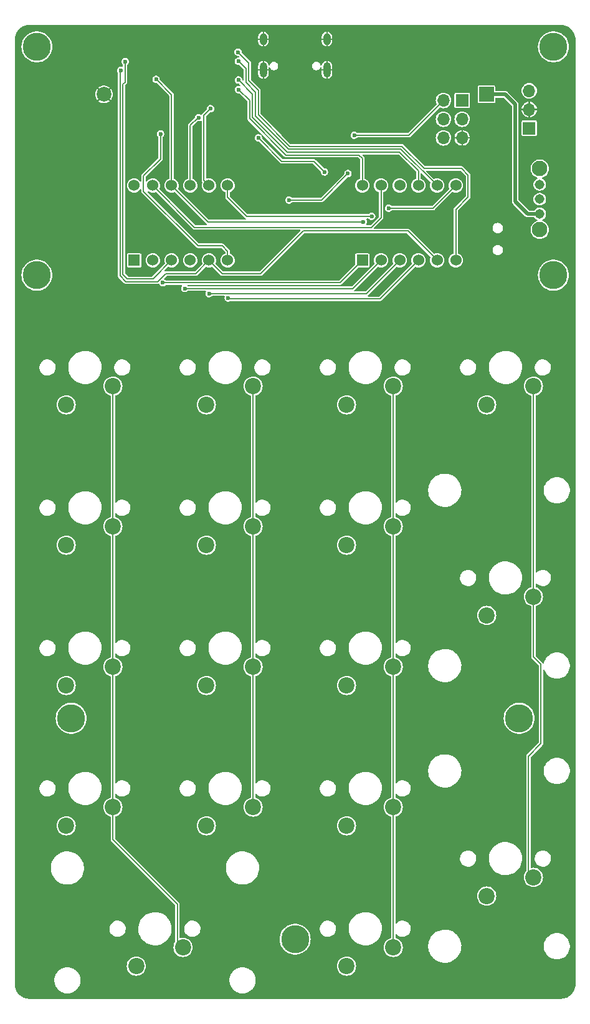
<source format=gbr>
%TF.GenerationSoftware,KiCad,Pcbnew,7.0.7*%
%TF.CreationDate,2023-12-10T01:09:49+02:00*%
%TF.ProjectId,stm32_calc,73746d33-325f-4636-916c-632e6b696361,rev?*%
%TF.SameCoordinates,Original*%
%TF.FileFunction,Copper,L1,Top*%
%TF.FilePolarity,Positive*%
%FSLAX46Y46*%
G04 Gerber Fmt 4.6, Leading zero omitted, Abs format (unit mm)*
G04 Created by KiCad (PCBNEW 7.0.7) date 2023-12-10 01:09:49*
%MOMM*%
%LPD*%
G01*
G04 APERTURE LIST*
%TA.AperFunction,ComponentPad*%
%ADD10R,1.700000X1.700000*%
%TD*%
%TA.AperFunction,ComponentPad*%
%ADD11O,1.700000X1.700000*%
%TD*%
%TA.AperFunction,ComponentPad*%
%ADD12C,2.200000*%
%TD*%
%TA.AperFunction,ComponentPad*%
%ADD13C,3.800000*%
%TD*%
%TA.AperFunction,ComponentPad*%
%ADD14R,2.000000X2.000000*%
%TD*%
%TA.AperFunction,ComponentPad*%
%ADD15C,2.000000*%
%TD*%
%TA.AperFunction,ComponentPad*%
%ADD16R,1.524000X1.524000*%
%TD*%
%TA.AperFunction,ComponentPad*%
%ADD17C,1.524000*%
%TD*%
%TA.AperFunction,ComponentPad*%
%ADD18C,1.308000*%
%TD*%
%TA.AperFunction,ComponentPad*%
%ADD19C,2.100000*%
%TD*%
%TA.AperFunction,ComponentPad*%
%ADD20O,1.000000X1.600000*%
%TD*%
%TA.AperFunction,ComponentPad*%
%ADD21O,1.000000X2.100000*%
%TD*%
%TA.AperFunction,ViaPad*%
%ADD22C,0.600000*%
%TD*%
%TA.AperFunction,Conductor*%
%ADD23C,0.200000*%
%TD*%
%TA.AperFunction,Conductor*%
%ADD24C,0.500000*%
%TD*%
G04 APERTURE END LIST*
D10*
%TO.P,J2,1,Pin_1*%
%TO.N,Net-(D1-A)*%
X31800000Y22960000D03*
D11*
%TO.P,J2,2,Pin_2*%
%TO.N,GND*%
X31800000Y25500000D03*
%TO.P,J2,3,Pin_3*%
%TO.N,Net-(J2-Pin_3)*%
X31800000Y28040000D03*
%TD*%
D12*
%TO.P,SW_five1,1,A*%
%TO.N,Net-(D10-A)*%
X-12065000Y-52705000D03*
%TO.P,SW_five1,2,B*%
%TO.N,col1*%
X-5715000Y-50165000D03*
%TD*%
%TO.P,SW_zero1,1,A*%
%TO.N,Net-(D7-A)*%
X-21590000Y-90805000D03*
%TO.P,SW_zero1,2,B*%
%TO.N,col0*%
X-15240000Y-88265000D03*
%TD*%
%TO.P,SW_two1,1,A*%
%TO.N,Net-(D11-A)*%
X-12065000Y-71755000D03*
%TO.P,SW_two1,2,B*%
%TO.N,col1*%
X-5715000Y-69215000D03*
%TD*%
D13*
%TO.P,H2,1,1*%
%TO.N,unconnected-(H2-Pad1)*%
X35100000Y34000000D03*
%TD*%
D12*
%TO.P,SW_three1,1,A*%
%TO.N,Net-(D15-A)*%
X6985000Y-71755000D03*
%TO.P,SW_three1,2,B*%
%TO.N,col2*%
X13335000Y-69215000D03*
%TD*%
%TO.P,SW_divide1,1,A*%
%TO.N,Net-(D8-A)*%
X-12065000Y-14605000D03*
%TO.P,SW_divide1,2,B*%
%TO.N,col1*%
X-5715000Y-12065000D03*
%TD*%
D13*
%TO.P,H3,1,1*%
%TO.N,unconnected-(H3-Pad1)*%
X-35100000Y34000000D03*
%TD*%
D12*
%TO.P,SW_four1,1,A*%
%TO.N,Net-(D5-A)*%
X-31115000Y-52705000D03*
%TO.P,SW_four1,2,B*%
%TO.N,col0*%
X-24765000Y-50165000D03*
%TD*%
D14*
%TO.P,BT1,1,+*%
%TO.N,Net-(BT1-+)*%
X26000000Y27555000D03*
D15*
%TO.P,BT1,2,-*%
%TO.N,GND*%
X-25990000Y27555000D03*
%TD*%
D12*
%TO.P,SW_point1,1,A*%
%TO.N,Net-(D16-A)*%
X6985000Y-90805000D03*
%TO.P,SW_point1,2,B*%
%TO.N,col2*%
X13335000Y-88265000D03*
%TD*%
%TO.P,SW_plus1,1,A*%
%TO.N,Net-(D18-A)*%
X26035000Y-43180000D03*
%TO.P,SW_plus1,2,B*%
%TO.N,col3*%
X32385000Y-40640000D03*
%TD*%
D16*
%TO.P,U4,1,e*%
%TO.N,GR5*%
X9125000Y5020000D03*
D17*
%TO.P,U4,2,d*%
%TO.N,GR4*%
X11665000Y5020000D03*
%TO.P,U4,3,DPX*%
%TO.N,GR8*%
X14205000Y5020000D03*
%TO.P,U4,4,c*%
%TO.N,GR3*%
X16745000Y5020000D03*
%TO.P,U4,5,g*%
%TO.N,GR7*%
X19285000Y5020000D03*
%TO.P,U4,6,CC4*%
%TO.N,SEG8*%
X21825000Y5020000D03*
%TO.P,U4,7,b*%
%TO.N,GR2*%
X21825000Y15180000D03*
%TO.P,U4,8,CC3*%
%TO.N,SEG7*%
X19285000Y15180000D03*
%TO.P,U4,9,CC2*%
%TO.N,SEG6*%
X16745000Y15180000D03*
%TO.P,U4,10,f*%
%TO.N,GR6*%
X14205000Y15180000D03*
%TO.P,U4,11,a*%
%TO.N,GR1*%
X11665000Y15180000D03*
%TO.P,U4,12,CC1*%
%TO.N,SEG5*%
X9125000Y15180000D03*
%TD*%
D12*
%TO.P,SW_clear1,1,A*%
%TO.N,Net-(D3-A)*%
X-31115000Y-14605000D03*
%TO.P,SW_clear1,2,B*%
%TO.N,col0*%
X-24765000Y-12065000D03*
%TD*%
D13*
%TO.P,H1,1,1*%
%TO.N,unconnected-(H1-Pad1)*%
X35100000Y3000000D03*
%TD*%
%TO.P,H7,1,1*%
%TO.N,unconnected-(H7-Pad1)*%
X-30440000Y-57150000D03*
%TD*%
D12*
%TO.P,SW_equals1,1,A*%
%TO.N,Net-(D19-A)*%
X26035000Y-81280000D03*
%TO.P,SW_equals1,2,B*%
%TO.N,col3*%
X32385000Y-78740000D03*
%TD*%
%TO.P,SW_minus1,1,A*%
%TO.N,Net-(D17-A)*%
X26035000Y-14605000D03*
%TO.P,SW_minus1,2,B*%
%TO.N,col3*%
X32385000Y-12065000D03*
%TD*%
D13*
%TO.P,H4,1,1*%
%TO.N,unconnected-(H4-Pad1)*%
X-35100000Y3000000D03*
%TD*%
D12*
%TO.P,SW_six1,1,A*%
%TO.N,Net-(D14-A)*%
X6985000Y-52705000D03*
%TO.P,SW_six1,2,B*%
%TO.N,col2*%
X13335000Y-50165000D03*
%TD*%
%TO.P,SW_eight1,1,A*%
%TO.N,Net-(D9-A)*%
X-12065000Y-33655000D03*
%TO.P,SW_eight1,2,B*%
%TO.N,col1*%
X-5715000Y-31115000D03*
%TD*%
D13*
%TO.P,H5,1,1*%
%TO.N,unconnected-(H5-Pad1)*%
X0Y-87150000D03*
%TD*%
D12*
%TO.P,SW_one1,1,A*%
%TO.N,Net-(D6-A)*%
X-31115000Y-71755000D03*
%TO.P,SW_one1,2,B*%
%TO.N,col0*%
X-24765000Y-69215000D03*
%TD*%
D18*
%TO.P,SW1,1,A*%
%TO.N,Net-(BT1-+)*%
X33240000Y11320000D03*
%TO.P,SW1,2,B*%
%TO.N,Net-(J2-Pin_3)*%
X33240000Y13320000D03*
%TO.P,SW1,COM*%
%TO.N,N/C*%
X33240000Y15320000D03*
D19*
%TO.P,SW1,M1*%
X33240000Y9170000D03*
%TO.P,SW1,M2*%
X33240000Y17470000D03*
%TD*%
D12*
%TO.P,SW_mutiplicate1,1,A*%
%TO.N,Net-(D12-A)*%
X6985000Y-14605000D03*
%TO.P,SW_mutiplicate1,2,B*%
%TO.N,col2*%
X13335000Y-12065000D03*
%TD*%
D13*
%TO.P,H6,1,1*%
%TO.N,unconnected-(H6-Pad1)*%
X30440000Y-57150000D03*
%TD*%
D12*
%TO.P,SW_nine1,1,A*%
%TO.N,Net-(D13-A)*%
X6985000Y-33655000D03*
%TO.P,SW_nine1,2,B*%
%TO.N,col2*%
X13335000Y-31115000D03*
%TD*%
D16*
%TO.P,U3,1,e*%
%TO.N,GR5*%
X-21875000Y5020000D03*
D17*
%TO.P,U3,2,d*%
%TO.N,GR4*%
X-19335000Y5020000D03*
%TO.P,U3,3,DPX*%
%TO.N,GR8*%
X-16795000Y5020000D03*
%TO.P,U3,4,c*%
%TO.N,GR3*%
X-14255000Y5020000D03*
%TO.P,U3,5,g*%
%TO.N,GR7*%
X-11715000Y5020000D03*
%TO.P,U3,6,CC4*%
%TO.N,SEG4*%
X-9175000Y5020000D03*
%TO.P,U3,7,b*%
%TO.N,GR2*%
X-9175000Y15180000D03*
%TO.P,U3,8,CC3*%
%TO.N,SEG3*%
X-11715000Y15180000D03*
%TO.P,U3,9,CC2*%
%TO.N,SEG2*%
X-14255000Y15180000D03*
%TO.P,U3,10,f*%
%TO.N,GR6*%
X-16795000Y15180000D03*
%TO.P,U3,11,a*%
%TO.N,GR1*%
X-19335000Y15180000D03*
%TO.P,U3,12,CC1*%
%TO.N,SEG1*%
X-21875000Y15180000D03*
%TD*%
D12*
%TO.P,SW_seven1,1,A*%
%TO.N,Net-(D4-A)*%
X-31115000Y-33655000D03*
%TO.P,SW_seven1,2,B*%
%TO.N,col0*%
X-24765000Y-31115000D03*
%TD*%
D10*
%TO.P,J4,1,Pin_1*%
%TO.N,+3V3*%
X22700000Y26725000D03*
D11*
%TO.P,J4,2,Pin_2*%
%TO.N,NRST*%
X20160000Y26725000D03*
%TO.P,J4,3,Pin_3*%
%TO.N,unconnected-(J4-Pin_3-Pad3)*%
X22700000Y24185000D03*
%TO.P,J4,4,Pin_4*%
%TO.N,SWCLK*%
X20160000Y24185000D03*
%TO.P,J4,5,Pin_5*%
%TO.N,GND*%
X22700000Y21645000D03*
%TO.P,J4,6,Pin_6*%
%TO.N,SWDIO*%
X20160000Y21645000D03*
%TD*%
D20*
%TO.P,J3,S1,SHIELD*%
%TO.N,GND*%
X-4320000Y35050000D03*
D21*
X-4320000Y30870000D03*
D20*
X4320000Y35050000D03*
D21*
X4320000Y30870000D03*
%TD*%
D22*
%TO.N,NRST*%
X8025000Y22000000D03*
%TO.N,vbus*%
X3979368Y17020632D03*
X-5000000Y21650000D03*
%TO.N,GR2*%
X12700000Y12100000D03*
X10400000Y11000000D03*
%TO.N,GR3*%
X-9100000Y-99500D03*
%TO.N,GR4*%
X-15000000Y1200000D03*
%TO.N,GR5*%
X-17976339Y1975839D03*
%TO.N,GR6*%
X9275000Y10250000D03*
X-18900000Y29600000D03*
%TO.N,GR7*%
X-23699500Y30800000D03*
%TO.N,GR8*%
X-23100000Y32000000D03*
X-11700000Y500000D03*
%TO.N,SEG8*%
X-7750000Y33275000D03*
%TO.N,SEG7*%
X-7725000Y32050000D03*
%TO.N,SEG6*%
X-7700000Y29500000D03*
%TO.N,SEG5*%
X-7700000Y28200000D03*
%TO.N,SEG4*%
X-18300000Y22200000D03*
%TO.N,SEG3*%
X-11500000Y25600000D03*
%TO.N,SEG2*%
X-13100000Y24400000D03*
%TO.N,SWDIO*%
X7175000Y16800000D03*
X-825000Y13200000D03*
%TO.N,GND*%
X14100000Y26450000D03*
X7800000Y26450000D03*
X3200000Y27100000D03*
X9050000Y32550000D03*
X14300000Y29400000D03*
X-2000000Y26300000D03*
X24125000Y10150000D03*
X0Y26400000D03*
X4925000Y15900000D03*
X6000000Y5300000D03*
X-12825000Y30750000D03*
X-6475000Y17800000D03*
X-13475000Y21300000D03*
X-2825000Y18200000D03*
X-6575000Y15100000D03*
X7375000Y7950000D03*
X6675000Y13050000D03*
X-6575000Y23000000D03*
X5500000Y4300000D03*
%TD*%
D23*
%TO.N,GR1*%
X-13655000Y9500000D02*
X-19335000Y15180000D01*
X11665000Y15180000D02*
X11665000Y10815000D01*
X11665000Y10815000D02*
X10350000Y9500000D01*
X10350000Y9500000D02*
X-13655000Y9500000D01*
%TO.N,GR2*%
X10400000Y11000000D02*
X-6600000Y11000000D01*
X-6600000Y11000000D02*
X-9175000Y13575000D01*
X-9175000Y13575000D02*
X-9175000Y15180000D01*
%TO.N,GR6*%
X8975000Y10250000D02*
X9275000Y10250000D01*
X-11125000Y10250000D02*
X8975000Y10250000D01*
X-11865000Y10250000D02*
X-11125000Y10250000D01*
X-16795000Y15180000D02*
X-11865000Y10250000D01*
%TO.N,col3*%
X32385000Y-48815000D02*
X32385000Y-40640000D01*
X33400000Y-60600000D02*
X33400000Y-49830000D01*
X33400000Y-49830000D02*
X32385000Y-48815000D01*
X31700000Y-78055000D02*
X31700000Y-62300000D01*
X32385000Y-78740000D02*
X31700000Y-78055000D01*
X31700000Y-62300000D02*
X33400000Y-60600000D01*
D24*
%TO.N,Net-(BT1-+)*%
X29900000Y13000000D02*
X31580000Y11320000D01*
X29900000Y26200000D02*
X29900000Y13000000D01*
X31580000Y11320000D02*
X33240000Y11320000D01*
X26000000Y27555000D02*
X28545000Y27555000D01*
X28545000Y27555000D02*
X29900000Y26200000D01*
D23*
%TO.N,NRST*%
X15450000Y22000000D02*
X8025000Y22000000D01*
X20160000Y26725000D02*
X20160000Y26710000D01*
X20160000Y26710000D02*
X15450000Y22000000D01*
%TO.N,vbus*%
X-1800000Y18450000D02*
X-5000000Y21650000D01*
X2550000Y18450000D02*
X-1800000Y18450000D01*
X3979368Y17020632D02*
X2550000Y18450000D01*
%TO.N,GR2*%
X12700000Y12100000D02*
X18745000Y12100000D01*
X18745000Y12100000D02*
X21825000Y15180000D01*
%TO.N,GR3*%
X-8999500Y-200000D02*
X11525000Y-200000D01*
X11525000Y-200000D02*
X16745000Y5020000D01*
X-9100000Y-99500D02*
X-8999500Y-200000D01*
%TO.N,GR4*%
X7845000Y1200000D02*
X11665000Y5020000D01*
X-15000000Y1200000D02*
X7845000Y1200000D01*
%TO.N,GR5*%
X-17952178Y2000000D02*
X6105000Y2000000D01*
X6105000Y2000000D02*
X9125000Y5020000D01*
X-17976339Y1975839D02*
X-17952178Y2000000D01*
%TO.N,GR6*%
X-16795000Y15180000D02*
X-16795000Y27495000D01*
X-16795000Y27495000D02*
X-18900000Y29600000D01*
%TO.N,GR7*%
X-4700000Y3200000D02*
X1100000Y9000000D01*
X-18700000Y2100000D02*
X-22965686Y2100000D01*
X-23800000Y26800000D02*
X-23800000Y30699500D01*
X-11715000Y5020000D02*
X-13535000Y3200000D01*
X-23800000Y2934315D02*
X-23800000Y26800000D01*
X-17600000Y3200000D02*
X-18700000Y2100000D01*
X-22965686Y2100000D02*
X-23800000Y2934315D01*
X15305000Y9000000D02*
X19285000Y5020000D01*
X-23800000Y30699500D02*
X-23699500Y30800000D01*
X-11715000Y5020000D02*
X-9895000Y3200000D01*
X-13535000Y3200000D02*
X-17600000Y3200000D01*
X1100000Y9000000D02*
X15305000Y9000000D01*
X-9895000Y3200000D02*
X-4700000Y3200000D01*
%TO.N,GR8*%
X-19315000Y2500000D02*
X-22800000Y2500000D01*
X-23100000Y29200000D02*
X-23100000Y32000000D01*
X-16795000Y5020000D02*
X-19315000Y2500000D01*
X9685000Y500000D02*
X14205000Y5020000D01*
X-11700000Y500000D02*
X9685000Y500000D01*
X-23400000Y28900000D02*
X-23100000Y29200000D01*
X-23400000Y3100000D02*
X-23400000Y28900000D01*
X-22800000Y2500000D02*
X-23400000Y3100000D01*
%TO.N,SEG8*%
X23500000Y13600000D02*
X21825000Y11925000D01*
X-734314Y20500000D02*
X14530686Y20500000D01*
X14530686Y20500000D02*
X17530686Y17500000D01*
X-6300000Y29400000D02*
X-5000000Y28100000D01*
X-6300000Y31825000D02*
X-6300000Y29400000D01*
X-5000000Y28100000D02*
X-5000000Y24765686D01*
X-7750000Y33275000D02*
X-6300000Y31825000D01*
X23500000Y16600000D02*
X23500000Y13600000D01*
X21825000Y11925000D02*
X21825000Y5020000D01*
X17530686Y17500000D02*
X22600000Y17500000D01*
X22600000Y17500000D02*
X23500000Y16600000D01*
X-5000000Y24765686D02*
X-734314Y20500000D01*
%TO.N,SEG7*%
X-5400000Y27865685D02*
X-5400000Y24600000D01*
X-6700000Y29165686D02*
X-5400000Y27865685D01*
X-6700000Y31025000D02*
X-6700000Y29165686D01*
X-900000Y20100000D02*
X14365000Y20100000D01*
X-7725000Y32050000D02*
X-6700000Y31025000D01*
X-5400000Y24600000D02*
X-900000Y20100000D01*
X14365000Y20100000D02*
X19285000Y15180000D01*
%TO.N,SEG6*%
X-5800000Y27600000D02*
X-5800000Y24434314D01*
X-1065686Y19700000D02*
X14199314Y19700000D01*
X-7700000Y29500000D02*
X-5800000Y27600000D01*
X16745000Y17154314D02*
X16745000Y15180000D01*
X-5800000Y24434314D02*
X-1065686Y19700000D01*
X14199314Y19700000D02*
X16745000Y17154314D01*
%TO.N,SEG5*%
X9125000Y18875000D02*
X8700000Y19300000D01*
X-6200000Y26700000D02*
X-7700000Y28200000D01*
X-1231372Y19300000D02*
X-6200000Y24268628D01*
X-6200000Y24268628D02*
X-6200000Y26700000D01*
X9125000Y15180000D02*
X9125000Y18875000D01*
X8700000Y19300000D02*
X-1231372Y19300000D01*
%TO.N,SEG4*%
X-20600000Y16495000D02*
X-18300000Y18795000D01*
X-13200000Y7000000D02*
X-20600000Y14400000D01*
X-9900000Y7000000D02*
X-13200000Y7000000D01*
X-9175000Y5020000D02*
X-9175000Y6275000D01*
X-20600000Y14400000D02*
X-20600000Y16495000D01*
X-9175000Y6275000D02*
X-9900000Y7000000D01*
X-18300000Y18795000D02*
X-18300000Y22200000D01*
%TO.N,SEG3*%
X-12400000Y24700000D02*
X-11500000Y25600000D01*
X-12400000Y15865000D02*
X-12400000Y24700000D01*
X-11715000Y15180000D02*
X-12400000Y15865000D01*
%TO.N,SEG2*%
X-14255000Y23345000D02*
X-13200000Y24400000D01*
X-14255000Y15180000D02*
X-14255000Y23345000D01*
X-13200000Y24400000D02*
X-13100000Y24400000D01*
%TO.N,col0*%
X-24765000Y-73635000D02*
X-24765000Y-69215000D01*
X-16000000Y-82400000D02*
X-24765000Y-73635000D01*
X-24765000Y-50165000D02*
X-24765000Y-31115000D01*
X-24765000Y-31115000D02*
X-24765000Y-12065000D01*
X-16000000Y-87505000D02*
X-16000000Y-82400000D01*
X-15240000Y-88265000D02*
X-16000000Y-87505000D01*
X-24765000Y-69215000D02*
X-24765000Y-50165000D01*
%TO.N,col1*%
X-5715000Y-69215000D02*
X-5715000Y-50165000D01*
X-5715000Y-31115000D02*
X-5715000Y-12065000D01*
X-5715000Y-50165000D02*
X-5715000Y-31115000D01*
X-5715000Y-12065000D02*
X-6400000Y-11380000D01*
%TO.N,col3*%
X32385000Y-40640000D02*
X32385000Y-12065000D01*
X32385000Y-12065000D02*
X31700000Y-11380000D01*
%TO.N,col2*%
X13335000Y-88265000D02*
X13335000Y-69215000D01*
X13335000Y-12065000D02*
X13335000Y-31115000D01*
X13335000Y-50165000D02*
X13335000Y-31115000D01*
X13335000Y-69215000D02*
X13335000Y-50165000D01*
%TO.N,SWDIO*%
X7175000Y16800000D02*
X3575000Y13200000D01*
X3575000Y13200000D02*
X-825000Y13200000D01*
%TD*%
%TA.AperFunction,Conductor*%
%TO.N,GND*%
G36*
X36101615Y36999395D02*
G01*
X36183743Y36994012D01*
X36366216Y36980960D01*
X36372347Y36980134D01*
X36405499Y36973541D01*
X36489441Y36956843D01*
X36634365Y36925317D01*
X36639706Y36923834D01*
X36759429Y36883194D01*
X36892341Y36833620D01*
X36896915Y36831645D01*
X37012747Y36774524D01*
X37012952Y36774422D01*
X37135415Y36707552D01*
X37139173Y36705276D01*
X37246911Y36633288D01*
X37249076Y36631757D01*
X37359030Y36549445D01*
X37361989Y36547047D01*
X37459796Y36461273D01*
X37462161Y36459058D01*
X37559056Y36362163D01*
X37561270Y36359799D01*
X37647041Y36261995D01*
X37649443Y36259032D01*
X37731755Y36149078D01*
X37733286Y36146913D01*
X37805274Y36039175D01*
X37807562Y36035396D01*
X37874421Y35912953D01*
X37931637Y35796931D01*
X37933622Y35792333D01*
X37949182Y35750617D01*
X37980936Y35665480D01*
X37983192Y35659432D01*
X38018435Y35555610D01*
X38023824Y35539737D01*
X38025321Y35534343D01*
X38056847Y35389420D01*
X38080132Y35272349D01*
X38080958Y35266218D01*
X38094017Y35083650D01*
X38099394Y35001619D01*
X38099500Y34998380D01*
X38099500Y-93248379D01*
X38099394Y-93251618D01*
X38094017Y-93333649D01*
X38080958Y-93516216D01*
X38080132Y-93522347D01*
X38056847Y-93639419D01*
X38025321Y-93784341D01*
X38023824Y-93789734D01*
X37983195Y-93909424D01*
X37933622Y-94042331D01*
X37931637Y-94046929D01*
X37874421Y-94162952D01*
X37807562Y-94285394D01*
X37805274Y-94289173D01*
X37733286Y-94396911D01*
X37731755Y-94399076D01*
X37649443Y-94509030D01*
X37647032Y-94512005D01*
X37561271Y-94609796D01*
X37559056Y-94612161D01*
X37462161Y-94709056D01*
X37459796Y-94711271D01*
X37362005Y-94797032D01*
X37359030Y-94799443D01*
X37249076Y-94881755D01*
X37246911Y-94883286D01*
X37139173Y-94955274D01*
X37135394Y-94957562D01*
X37012952Y-95024421D01*
X36896929Y-95081637D01*
X36892331Y-95083622D01*
X36759424Y-95133195D01*
X36639734Y-95173824D01*
X36634341Y-95175321D01*
X36489419Y-95206847D01*
X36372347Y-95230132D01*
X36366216Y-95230958D01*
X36183649Y-95244017D01*
X36111703Y-95248732D01*
X36101616Y-95249394D01*
X36098379Y-95249500D01*
X-36098379Y-95249500D01*
X-36101617Y-95249394D01*
X-36111704Y-95248732D01*
X-36183649Y-95244017D01*
X-36366218Y-95230958D01*
X-36372349Y-95230132D01*
X-36489420Y-95206847D01*
X-36634343Y-95175321D01*
X-36639731Y-95173825D01*
X-36759425Y-95133195D01*
X-36794936Y-95119950D01*
X-36892333Y-95083622D01*
X-36896931Y-95081637D01*
X-37012953Y-95024421D01*
X-37135396Y-94957562D01*
X-37139175Y-94955274D01*
X-37246913Y-94883286D01*
X-37249078Y-94881755D01*
X-37359032Y-94799443D01*
X-37361995Y-94797041D01*
X-37459799Y-94711270D01*
X-37462163Y-94709056D01*
X-37559058Y-94612161D01*
X-37561273Y-94609796D01*
X-37594550Y-94571851D01*
X-37647047Y-94511989D01*
X-37649445Y-94509030D01*
X-37731757Y-94399076D01*
X-37733288Y-94396911D01*
X-37805276Y-94289173D01*
X-37807552Y-94285415D01*
X-37874422Y-94162952D01*
X-37887370Y-94136697D01*
X-37931645Y-94046915D01*
X-37933620Y-94042341D01*
X-37983195Y-93909424D01*
X-38023834Y-93789706D01*
X-38025317Y-93784365D01*
X-38056843Y-93639441D01*
X-38080134Y-93522347D01*
X-38080960Y-93516216D01*
X-38094012Y-93333743D01*
X-38099395Y-93251616D01*
X-38099500Y-93248380D01*
X-38099500Y-92858058D01*
X-32725500Y-92858058D01*
X-32685840Y-93121189D01*
X-32685838Y-93121198D01*
X-32607401Y-93375482D01*
X-32536675Y-93522347D01*
X-32491940Y-93615239D01*
X-32342035Y-93835110D01*
X-32342032Y-93835113D01*
X-32342030Y-93835116D01*
X-32161036Y-94030181D01*
X-31952982Y-94196100D01*
X-31722534Y-94329149D01*
X-31722530Y-94329151D01*
X-31722521Y-94329156D01*
X-31627468Y-94366461D01*
X-31474809Y-94426376D01*
X-31474806Y-94426376D01*
X-31474805Y-94426377D01*
X-31215367Y-94485593D01*
X-31135798Y-94491555D01*
X-31016448Y-94500500D01*
X-31016442Y-94500500D01*
X-30883552Y-94500500D01*
X-30775054Y-94492368D01*
X-30684633Y-94485593D01*
X-30425195Y-94426377D01*
X-30177479Y-94329156D01*
X-29947020Y-94196101D01*
X-29738967Y-94030183D01*
X-29557965Y-93835110D01*
X-29408060Y-93615240D01*
X-29292599Y-93375482D01*
X-29214161Y-93121194D01*
X-29174500Y-92858058D01*
X-8925500Y-92858058D01*
X-8885840Y-93121189D01*
X-8885838Y-93121198D01*
X-8807401Y-93375482D01*
X-8736675Y-93522347D01*
X-8691940Y-93615239D01*
X-8542035Y-93835110D01*
X-8542032Y-93835113D01*
X-8542030Y-93835116D01*
X-8361036Y-94030181D01*
X-8152982Y-94196100D01*
X-7922534Y-94329149D01*
X-7922530Y-94329151D01*
X-7922521Y-94329156D01*
X-7827468Y-94366461D01*
X-7674809Y-94426376D01*
X-7674806Y-94426376D01*
X-7674805Y-94426377D01*
X-7415367Y-94485593D01*
X-7335798Y-94491555D01*
X-7216448Y-94500500D01*
X-7216442Y-94500500D01*
X-7083552Y-94500500D01*
X-6975054Y-94492368D01*
X-6884633Y-94485593D01*
X-6625195Y-94426377D01*
X-6377479Y-94329156D01*
X-6147020Y-94196101D01*
X-5938967Y-94030183D01*
X-5757965Y-93835110D01*
X-5608060Y-93615240D01*
X-5492599Y-93375482D01*
X-5414161Y-93121194D01*
X-5374500Y-92858055D01*
X-5374500Y-92591945D01*
X-5414161Y-92328806D01*
X-5492599Y-92074518D01*
X-5608060Y-91834761D01*
X-5757965Y-91614890D01*
X-5757971Y-91614883D01*
X-5938965Y-91419818D01*
X-6147019Y-91253899D01*
X-6377467Y-91120850D01*
X-6377476Y-91120845D01*
X-6377479Y-91120844D01*
X-6377483Y-91120842D01*
X-6377486Y-91120841D01*
X-6625192Y-91023623D01*
X-6884632Y-90964407D01*
X-6884638Y-90964406D01*
X-7083552Y-90949500D01*
X-7083558Y-90949500D01*
X-7216442Y-90949500D01*
X-7216448Y-90949500D01*
X-7415363Y-90964406D01*
X-7415369Y-90964407D01*
X-7674809Y-91023623D01*
X-7922515Y-91120841D01*
X-7922534Y-91120850D01*
X-8152982Y-91253899D01*
X-8361036Y-91419818D01*
X-8542030Y-91614883D01*
X-8542035Y-91614889D01*
X-8542035Y-91614890D01*
X-8691940Y-91834760D01*
X-8691940Y-91834761D01*
X-8691944Y-91834767D01*
X-8807401Y-92074517D01*
X-8885838Y-92328801D01*
X-8885840Y-92328810D01*
X-8925500Y-92591941D01*
X-8925500Y-92858058D01*
X-29174500Y-92858058D01*
X-29174500Y-92858055D01*
X-29174500Y-92591945D01*
X-29214161Y-92328806D01*
X-29292599Y-92074518D01*
X-29408060Y-91834761D01*
X-29557965Y-91614890D01*
X-29557971Y-91614883D01*
X-29738965Y-91419818D01*
X-29947019Y-91253899D01*
X-30177467Y-91120850D01*
X-30177476Y-91120845D01*
X-30177479Y-91120844D01*
X-30177483Y-91120842D01*
X-30177486Y-91120841D01*
X-30425192Y-91023623D01*
X-30684632Y-90964407D01*
X-30684638Y-90964406D01*
X-30883552Y-90949500D01*
X-30883558Y-90949500D01*
X-31016442Y-90949500D01*
X-31016448Y-90949500D01*
X-31215363Y-90964406D01*
X-31215369Y-90964407D01*
X-31474809Y-91023623D01*
X-31722515Y-91120841D01*
X-31722534Y-91120850D01*
X-31952982Y-91253899D01*
X-32161036Y-91419818D01*
X-32342030Y-91614883D01*
X-32342035Y-91614889D01*
X-32342035Y-91614890D01*
X-32491940Y-91834760D01*
X-32491940Y-91834761D01*
X-32491944Y-91834767D01*
X-32607401Y-92074517D01*
X-32685838Y-92328801D01*
X-32685840Y-92328810D01*
X-32725500Y-92591941D01*
X-32725500Y-92858058D01*
X-38099500Y-92858058D01*
X-38099500Y-90805003D01*
X-22895468Y-90805003D01*
X-22875637Y-91031684D01*
X-22816738Y-91251500D01*
X-22720574Y-91457723D01*
X-22720566Y-91457737D01*
X-22590054Y-91644130D01*
X-22590053Y-91644132D01*
X-22590050Y-91644135D01*
X-22590047Y-91644139D01*
X-22429139Y-91805047D01*
X-22429136Y-91805049D01*
X-22429133Y-91805052D01*
X-22429131Y-91805053D01*
X-22386704Y-91834760D01*
X-22242734Y-91935568D01*
X-22242728Y-91935571D01*
X-22242724Y-91935573D01*
X-22036500Y-92031737D01*
X-22036496Y-92031739D01*
X-21816692Y-92090635D01*
X-21816688Y-92090635D01*
X-21816685Y-92090636D01*
X-21590003Y-92110468D01*
X-21590000Y-92110468D01*
X-21589997Y-92110468D01*
X-21363316Y-92090636D01*
X-21363315Y-92090635D01*
X-21363308Y-92090635D01*
X-21143504Y-92031739D01*
X-20937266Y-91935568D01*
X-20750861Y-91805047D01*
X-20589953Y-91644139D01*
X-20459432Y-91457734D01*
X-20363261Y-91251496D01*
X-20304365Y-91031692D01*
X-20284532Y-90805003D01*
X5679532Y-90805003D01*
X5699363Y-91031684D01*
X5758262Y-91251500D01*
X5854426Y-91457723D01*
X5854434Y-91457737D01*
X5984946Y-91644130D01*
X5984947Y-91644132D01*
X5984950Y-91644135D01*
X5984953Y-91644139D01*
X6145861Y-91805047D01*
X6145864Y-91805049D01*
X6145867Y-91805052D01*
X6145869Y-91805053D01*
X6188296Y-91834760D01*
X6332266Y-91935568D01*
X6332272Y-91935571D01*
X6332276Y-91935573D01*
X6538500Y-92031737D01*
X6538504Y-92031739D01*
X6758308Y-92090635D01*
X6758312Y-92090635D01*
X6758315Y-92090636D01*
X6984997Y-92110468D01*
X6985000Y-92110468D01*
X6985003Y-92110468D01*
X7211684Y-92090636D01*
X7211685Y-92090635D01*
X7211692Y-92090635D01*
X7431496Y-92031739D01*
X7637734Y-91935568D01*
X7824139Y-91805047D01*
X7985047Y-91644139D01*
X8115568Y-91457734D01*
X8211739Y-91251496D01*
X8270635Y-91031692D01*
X8290468Y-90805000D01*
X8270635Y-90578308D01*
X8211739Y-90358504D01*
X8200971Y-90335412D01*
X8115573Y-90152276D01*
X8115571Y-90152272D01*
X8115568Y-90152266D01*
X7985053Y-89965869D01*
X7985052Y-89965867D01*
X7985049Y-89965864D01*
X7985047Y-89965861D01*
X7824139Y-89804953D01*
X7824135Y-89804950D01*
X7824132Y-89804947D01*
X7824130Y-89804946D01*
X7637737Y-89674434D01*
X7637736Y-89674433D01*
X7637734Y-89674432D01*
X7637731Y-89674430D01*
X7637723Y-89674426D01*
X7431499Y-89578262D01*
X7431500Y-89578262D01*
X7349305Y-89556238D01*
X7211692Y-89519365D01*
X7211691Y-89519364D01*
X7211684Y-89519363D01*
X6985003Y-89499532D01*
X6984997Y-89499532D01*
X6758315Y-89519363D01*
X6538499Y-89578262D01*
X6332276Y-89674426D01*
X6332262Y-89674434D01*
X6145869Y-89804946D01*
X6145867Y-89804947D01*
X5984947Y-89965867D01*
X5984946Y-89965869D01*
X5854434Y-90152262D01*
X5854426Y-90152276D01*
X5758262Y-90358499D01*
X5699363Y-90578315D01*
X5679532Y-90804996D01*
X5679532Y-90805003D01*
X-20284532Y-90805003D01*
X-20284532Y-90805000D01*
X-20304365Y-90578308D01*
X-20363261Y-90358504D01*
X-20374029Y-90335412D01*
X-20459427Y-90152276D01*
X-20459429Y-90152272D01*
X-20459432Y-90152266D01*
X-20589947Y-89965869D01*
X-20589948Y-89965867D01*
X-20589951Y-89965864D01*
X-20589953Y-89965861D01*
X-20750861Y-89804953D01*
X-20750865Y-89804950D01*
X-20750868Y-89804947D01*
X-20750870Y-89804946D01*
X-20937263Y-89674434D01*
X-20937264Y-89674433D01*
X-20937266Y-89674432D01*
X-20937269Y-89674430D01*
X-20937277Y-89674426D01*
X-21143501Y-89578262D01*
X-21143500Y-89578262D01*
X-21225695Y-89556238D01*
X-21363308Y-89519365D01*
X-21363309Y-89519364D01*
X-21363316Y-89519363D01*
X-21589997Y-89499532D01*
X-21590003Y-89499532D01*
X-21816685Y-89519363D01*
X-22036501Y-89578262D01*
X-22242724Y-89674426D01*
X-22242738Y-89674434D01*
X-22429131Y-89804946D01*
X-22429133Y-89804947D01*
X-22590053Y-89965867D01*
X-22590054Y-89965869D01*
X-22720566Y-90152262D01*
X-22720574Y-90152276D01*
X-22816738Y-90358499D01*
X-22875637Y-90578315D01*
X-22895468Y-90804996D01*
X-22895468Y-90805003D01*
X-38099500Y-90805003D01*
X-38099500Y-85672400D01*
X-25234254Y-85672400D01*
X-25224254Y-85882330D01*
X-25224253Y-85882337D01*
X-25174705Y-86086573D01*
X-25174700Y-86086586D01*
X-25087398Y-86277751D01*
X-25087396Y-86277754D01*
X-24965489Y-86448949D01*
X-24965487Y-86448951D01*
X-24965486Y-86448952D01*
X-24813378Y-86593986D01*
X-24636572Y-86707613D01*
X-24441457Y-86785725D01*
X-24235085Y-86825500D01*
X-24235082Y-86825500D01*
X-24077575Y-86825500D01*
X-23920782Y-86810528D01*
X-23719125Y-86751316D01*
X-23532318Y-86655011D01*
X-23367114Y-86525092D01*
X-23229481Y-86366256D01*
X-23124396Y-86184244D01*
X-23055656Y-85985633D01*
X-23029020Y-85800371D01*
X-21304277Y-85800371D01*
X-21274119Y-86100156D01*
X-21204272Y-86393251D01*
X-21204269Y-86393261D01*
X-21113515Y-86628899D01*
X-21095978Y-86674431D01*
X-21095974Y-86674441D01*
X-20951175Y-86938665D01*
X-20772446Y-87181239D01*
X-20772444Y-87181241D01*
X-20691490Y-87264946D01*
X-20562980Y-87397824D01*
X-20562972Y-87397830D01*
X-20562966Y-87397836D01*
X-20326529Y-87584548D01*
X-20326515Y-87584558D01*
X-20089668Y-87724843D01*
X-20067270Y-87738109D01*
X-19789872Y-87855736D01*
X-19789868Y-87855737D01*
X-19789860Y-87855740D01*
X-19529419Y-87927081D01*
X-19499271Y-87935340D01*
X-19200653Y-87975500D01*
X-19200652Y-87975500D01*
X-18974762Y-87975500D01*
X-18974756Y-87975500D01*
X-18749366Y-87960412D01*
X-18454097Y-87900396D01*
X-18169463Y-87801560D01*
X-17900541Y-87665668D01*
X-17652131Y-87495144D01*
X-17428667Y-87293032D01*
X-17234135Y-87062939D01*
X-17072007Y-86808970D01*
X-16945177Y-86535658D01*
X-16855907Y-86247879D01*
X-16805791Y-85950770D01*
X-16795723Y-85649631D01*
X-16825882Y-85349838D01*
X-16895731Y-85056739D01*
X-17004023Y-84775566D01*
X-17022206Y-84742387D01*
X-17077749Y-84641033D01*
X-17148825Y-84511335D01*
X-17327554Y-84268762D01*
X-17327555Y-84268760D01*
X-17327557Y-84268758D01*
X-17438590Y-84153952D01*
X-17537020Y-84052176D01*
X-17537028Y-84052169D01*
X-17537035Y-84052163D01*
X-17773472Y-83865451D01*
X-17773486Y-83865441D01*
X-18032729Y-83711891D01*
X-18032736Y-83711888D01*
X-18310125Y-83594265D01*
X-18310141Y-83594259D01*
X-18600723Y-83514661D01*
X-18600730Y-83514659D01*
X-18859188Y-83479900D01*
X-18899347Y-83474500D01*
X-19125244Y-83474500D01*
X-19260478Y-83483552D01*
X-19350638Y-83489588D01*
X-19645896Y-83549602D01*
X-19645911Y-83549606D01*
X-19930541Y-83648441D01*
X-19930544Y-83648443D01*
X-20199454Y-83784328D01*
X-20447875Y-83954860D01*
X-20671333Y-84156967D01*
X-20865867Y-84387063D01*
X-21027996Y-84641033D01*
X-21154822Y-84914338D01*
X-21154824Y-84914344D01*
X-21244089Y-85202106D01*
X-21244093Y-85202121D01*
X-21294209Y-85499230D01*
X-21299998Y-85672398D01*
X-21304277Y-85800371D01*
X-23029020Y-85800371D01*
X-23025746Y-85777602D01*
X-23035746Y-85567670D01*
X-23085296Y-85363424D01*
X-23091498Y-85349843D01*
X-23172603Y-85172248D01*
X-23172605Y-85172245D01*
X-23294512Y-85001050D01*
X-23334675Y-84962755D01*
X-23446622Y-84856014D01*
X-23623428Y-84742387D01*
X-23623431Y-84742386D01*
X-23623432Y-84742385D01*
X-23732591Y-84698685D01*
X-23818543Y-84664275D01*
X-24024915Y-84624500D01*
X-24182425Y-84624500D01*
X-24339219Y-84639472D01*
X-24540880Y-84698685D01*
X-24727680Y-84794987D01*
X-24727683Y-84794989D01*
X-24892887Y-84924907D01*
X-25030520Y-85083744D01*
X-25135603Y-85265753D01*
X-25135606Y-85265760D01*
X-25204343Y-85464362D01*
X-25204345Y-85464368D01*
X-25234254Y-85672393D01*
X-25234254Y-85672400D01*
X-38099500Y-85672400D01*
X-38099500Y-77560371D01*
X-33204277Y-77560371D01*
X-33183387Y-77768032D01*
X-33174118Y-77860162D01*
X-33164417Y-77900869D01*
X-33104272Y-78153251D01*
X-33104269Y-78153261D01*
X-33049425Y-78295661D01*
X-32995978Y-78434431D01*
X-32995974Y-78434441D01*
X-32851175Y-78698665D01*
X-32672446Y-78941239D01*
X-32672444Y-78941241D01*
X-32647837Y-78966684D01*
X-32462980Y-79157824D01*
X-32462972Y-79157830D01*
X-32462966Y-79157836D01*
X-32226529Y-79344548D01*
X-32226515Y-79344558D01*
X-32089570Y-79425671D01*
X-31967270Y-79498109D01*
X-31689872Y-79615736D01*
X-31689868Y-79615737D01*
X-31689860Y-79615740D01*
X-31429419Y-79687081D01*
X-31399271Y-79695340D01*
X-31100653Y-79735500D01*
X-31100652Y-79735500D01*
X-30874762Y-79735500D01*
X-30874756Y-79735500D01*
X-30649366Y-79720412D01*
X-30354097Y-79660396D01*
X-30069463Y-79561560D01*
X-29800541Y-79425668D01*
X-29552131Y-79255144D01*
X-29328667Y-79053032D01*
X-29134135Y-78822939D01*
X-28972007Y-78568970D01*
X-28845177Y-78295658D01*
X-28755907Y-78007879D01*
X-28705791Y-77710770D01*
X-28695723Y-77409631D01*
X-28725882Y-77109838D01*
X-28795731Y-76816739D01*
X-28904023Y-76535566D01*
X-29048825Y-76271335D01*
X-29156919Y-76124628D01*
X-29227555Y-76028760D01*
X-29227557Y-76028758D01*
X-29338590Y-75913952D01*
X-29437020Y-75812176D01*
X-29437028Y-75812169D01*
X-29437035Y-75812163D01*
X-29673472Y-75625451D01*
X-29673486Y-75625441D01*
X-29932729Y-75471891D01*
X-29932736Y-75471888D01*
X-30210125Y-75354265D01*
X-30210141Y-75354259D01*
X-30500723Y-75274661D01*
X-30500730Y-75274659D01*
X-30759189Y-75239900D01*
X-30799347Y-75234500D01*
X-31025244Y-75234500D01*
X-31160479Y-75243552D01*
X-31250638Y-75249588D01*
X-31545896Y-75309602D01*
X-31545911Y-75309606D01*
X-31830541Y-75408441D01*
X-31830544Y-75408443D01*
X-32099454Y-75544328D01*
X-32347875Y-75714860D01*
X-32571333Y-75916967D01*
X-32765867Y-76147063D01*
X-32927996Y-76401033D01*
X-33054822Y-76674338D01*
X-33054824Y-76674344D01*
X-33144089Y-76962106D01*
X-33144093Y-76962121D01*
X-33181285Y-77182614D01*
X-33194209Y-77259231D01*
X-33204277Y-77560371D01*
X-38099500Y-77560371D01*
X-38099500Y-71755003D01*
X-32420468Y-71755003D01*
X-32400637Y-71981684D01*
X-32341738Y-72201500D01*
X-32245574Y-72407723D01*
X-32245566Y-72407737D01*
X-32115054Y-72594130D01*
X-32115053Y-72594132D01*
X-32115050Y-72594135D01*
X-32115047Y-72594139D01*
X-31954139Y-72755047D01*
X-31954136Y-72755049D01*
X-31954133Y-72755052D01*
X-31954131Y-72755053D01*
X-31829870Y-72842060D01*
X-31767734Y-72885568D01*
X-31767728Y-72885571D01*
X-31767724Y-72885573D01*
X-31561500Y-72981737D01*
X-31561496Y-72981739D01*
X-31341692Y-73040635D01*
X-31341688Y-73040635D01*
X-31341685Y-73040636D01*
X-31115003Y-73060468D01*
X-31115000Y-73060468D01*
X-31114997Y-73060468D01*
X-30888316Y-73040636D01*
X-30888315Y-73040635D01*
X-30888308Y-73040635D01*
X-30668504Y-72981739D01*
X-30462266Y-72885568D01*
X-30275861Y-72755047D01*
X-30114953Y-72594139D01*
X-29984432Y-72407734D01*
X-29888261Y-72201496D01*
X-29829365Y-71981692D01*
X-29809532Y-71755000D01*
X-29829365Y-71528308D01*
X-29888261Y-71308504D01*
X-29984432Y-71102266D01*
X-30114947Y-70915869D01*
X-30114948Y-70915867D01*
X-30114951Y-70915864D01*
X-30114953Y-70915861D01*
X-30275861Y-70754953D01*
X-30275865Y-70754950D01*
X-30275868Y-70754947D01*
X-30275870Y-70754946D01*
X-30462263Y-70624434D01*
X-30462264Y-70624433D01*
X-30462266Y-70624432D01*
X-30462269Y-70624430D01*
X-30462277Y-70624426D01*
X-30668501Y-70528262D01*
X-30668500Y-70528262D01*
X-30741772Y-70508628D01*
X-30888308Y-70469365D01*
X-30888309Y-70469364D01*
X-30888316Y-70469363D01*
X-31114997Y-70449532D01*
X-31115003Y-70449532D01*
X-31341685Y-70469363D01*
X-31561501Y-70528262D01*
X-31767724Y-70624426D01*
X-31767738Y-70624434D01*
X-31954131Y-70754946D01*
X-31954133Y-70754947D01*
X-32115053Y-70915867D01*
X-32115054Y-70915869D01*
X-32245566Y-71102262D01*
X-32245574Y-71102276D01*
X-32341738Y-71308499D01*
X-32400637Y-71528315D01*
X-32420468Y-71754996D01*
X-32420468Y-71755003D01*
X-38099500Y-71755003D01*
X-38099500Y-69215003D01*
X-26070468Y-69215003D01*
X-26050637Y-69441684D01*
X-25991738Y-69661500D01*
X-25895574Y-69867723D01*
X-25895566Y-69867737D01*
X-25765054Y-70054130D01*
X-25765053Y-70054132D01*
X-25765050Y-70054135D01*
X-25765047Y-70054139D01*
X-25604139Y-70215047D01*
X-25604136Y-70215049D01*
X-25604133Y-70215052D01*
X-25604131Y-70215053D01*
X-25479870Y-70302060D01*
X-25417734Y-70345568D01*
X-25417728Y-70345571D01*
X-25417724Y-70345573D01*
X-25211500Y-70441737D01*
X-25211499Y-70441738D01*
X-25211497Y-70441738D01*
X-25211496Y-70441739D01*
X-25138878Y-70461196D01*
X-25087564Y-70494520D01*
X-25065637Y-70551641D01*
X-25065501Y-70556823D01*
X-25065501Y-73569835D01*
X-25067685Y-73583518D01*
X-25066506Y-73583683D01*
X-25067774Y-73592766D01*
X-25065553Y-73640783D01*
X-25065500Y-73643069D01*
X-25065500Y-73662842D01*
X-25064848Y-73666332D01*
X-25064057Y-73673149D01*
X-25062586Y-73704987D01*
X-25062585Y-73704994D01*
X-25058616Y-73713982D01*
X-25051867Y-73735773D01*
X-25050061Y-73745433D01*
X-25033283Y-73772533D01*
X-25030085Y-73778600D01*
X-25017207Y-73807763D01*
X-25017206Y-73807765D01*
X-25010255Y-73814716D01*
X-24996093Y-73832596D01*
X-24990919Y-73840952D01*
X-24965489Y-73860156D01*
X-24960310Y-73864662D01*
X-16329496Y-82495475D01*
X-16301719Y-82549992D01*
X-16300500Y-82565479D01*
X-16300500Y-87439835D01*
X-16302720Y-87453513D01*
X-16301506Y-87453683D01*
X-16302774Y-87462768D01*
X-16302048Y-87478472D01*
X-16318249Y-87537473D01*
X-16319845Y-87539824D01*
X-16370567Y-87612263D01*
X-16370574Y-87612274D01*
X-16466738Y-87818499D01*
X-16525637Y-88038315D01*
X-16545468Y-88264996D01*
X-16545468Y-88265003D01*
X-16525637Y-88491684D01*
X-16525636Y-88491691D01*
X-16525635Y-88491692D01*
X-16490484Y-88622878D01*
X-16466738Y-88711500D01*
X-16370574Y-88917723D01*
X-16370566Y-88917737D01*
X-16240054Y-89104130D01*
X-16240053Y-89104132D01*
X-16240050Y-89104135D01*
X-16240047Y-89104139D01*
X-16079139Y-89265047D01*
X-16079136Y-89265049D01*
X-16079133Y-89265052D01*
X-16079131Y-89265053D01*
X-16009705Y-89313665D01*
X-15892734Y-89395568D01*
X-15892728Y-89395571D01*
X-15892724Y-89395573D01*
X-15686500Y-89491737D01*
X-15686496Y-89491739D01*
X-15466692Y-89550635D01*
X-15466688Y-89550635D01*
X-15466685Y-89550636D01*
X-15240003Y-89570468D01*
X-15240000Y-89570468D01*
X-15239997Y-89570468D01*
X-15013316Y-89550636D01*
X-15013315Y-89550635D01*
X-15013308Y-89550635D01*
X-14793504Y-89491739D01*
X-14587266Y-89395568D01*
X-14400861Y-89265047D01*
X-14239953Y-89104139D01*
X-14109432Y-88917734D01*
X-14013261Y-88711496D01*
X-13954365Y-88491692D01*
X-13939848Y-88325770D01*
X-13934532Y-88265003D01*
X-13934532Y-88264996D01*
X-13954364Y-88038315D01*
X-13954365Y-88038312D01*
X-13954365Y-88038308D01*
X-14013261Y-87818504D01*
X-14050750Y-87738109D01*
X-14109427Y-87612276D01*
X-14109429Y-87612272D01*
X-14109432Y-87612266D01*
X-14179500Y-87512197D01*
X-14239947Y-87425869D01*
X-14239948Y-87425867D01*
X-14239951Y-87425864D01*
X-14239953Y-87425861D01*
X-14400861Y-87264953D01*
X-14400865Y-87264950D01*
X-14400868Y-87264947D01*
X-14400870Y-87264946D01*
X-14565028Y-87150003D01*
X-2105408Y-87150003D01*
X-2085799Y-87436682D01*
X-2085797Y-87436691D01*
X-2082301Y-87453513D01*
X-2027334Y-87718032D01*
X-1971821Y-87874230D01*
X-1941193Y-87960411D01*
X-1931104Y-87988797D01*
X-1798901Y-88243936D01*
X-1709687Y-88370324D01*
X-1635690Y-88475156D01*
X-1633189Y-88478698D01*
X-1437053Y-88688708D01*
X-1214147Y-88870055D01*
X-1214141Y-88870059D01*
X-1214139Y-88870060D01*
X-968630Y-89019358D01*
X-968618Y-89019365D01*
X-781763Y-89100526D01*
X-705058Y-89133844D01*
X-428358Y-89211371D01*
X-143678Y-89250500D01*
X-143672Y-89250500D01*
X143672Y-89250500D01*
X143678Y-89250500D01*
X428358Y-89211371D01*
X705058Y-89133844D01*
X899397Y-89049431D01*
X968617Y-89019365D01*
X968620Y-89019362D01*
X968625Y-89019361D01*
X1214147Y-88870055D01*
X1437053Y-88688708D01*
X1633189Y-88478698D01*
X1784030Y-88265003D01*
X12029532Y-88265003D01*
X12049363Y-88491684D01*
X12049364Y-88491691D01*
X12049365Y-88491692D01*
X12084516Y-88622878D01*
X12108262Y-88711500D01*
X12204426Y-88917723D01*
X12204434Y-88917737D01*
X12334946Y-89104130D01*
X12334947Y-89104132D01*
X12334950Y-89104135D01*
X12334953Y-89104139D01*
X12495861Y-89265047D01*
X12495864Y-89265049D01*
X12495867Y-89265052D01*
X12495869Y-89265053D01*
X12565295Y-89313665D01*
X12682266Y-89395568D01*
X12682272Y-89395571D01*
X12682276Y-89395573D01*
X12888500Y-89491737D01*
X12888504Y-89491739D01*
X13108308Y-89550635D01*
X13108312Y-89550635D01*
X13108315Y-89550636D01*
X13334997Y-89570468D01*
X13335000Y-89570468D01*
X13335003Y-89570468D01*
X13561684Y-89550636D01*
X13561685Y-89550635D01*
X13561692Y-89550635D01*
X13781496Y-89491739D01*
X13987734Y-89395568D01*
X14174139Y-89265047D01*
X14335047Y-89104139D01*
X14465568Y-88917734D01*
X14561739Y-88711496D01*
X14620635Y-88491692D01*
X14635152Y-88325770D01*
X14640468Y-88265003D01*
X14640468Y-88264996D01*
X14632627Y-88175371D01*
X18080723Y-88175371D01*
X18087620Y-88243934D01*
X18110882Y-88475162D01*
X18115895Y-88496198D01*
X18180728Y-88768251D01*
X18180731Y-88768261D01*
X18277439Y-89019358D01*
X18289022Y-89049431D01*
X18289026Y-89049441D01*
X18433825Y-89313665D01*
X18612554Y-89556239D01*
X18612556Y-89556241D01*
X18720673Y-89668032D01*
X18822020Y-89772824D01*
X18822028Y-89772830D01*
X18822034Y-89772836D01*
X19058471Y-89959548D01*
X19058485Y-89959558D01*
X19195430Y-90040671D01*
X19317730Y-90113109D01*
X19595128Y-90230736D01*
X19595132Y-90230737D01*
X19595140Y-90230740D01*
X19855581Y-90302081D01*
X19885729Y-90310340D01*
X20184347Y-90350500D01*
X20184348Y-90350500D01*
X20410238Y-90350500D01*
X20410244Y-90350500D01*
X20635634Y-90335412D01*
X20930903Y-90275396D01*
X21215537Y-90176560D01*
X21484459Y-90040668D01*
X21732869Y-89870144D01*
X21956333Y-89668032D01*
X22150865Y-89437939D01*
X22312993Y-89183970D01*
X22439823Y-88910658D01*
X22529093Y-88622879D01*
X22579209Y-88325770D01*
X22582309Y-88233058D01*
X33799500Y-88233058D01*
X33836524Y-88478698D01*
X33839161Y-88496194D01*
X33917599Y-88750482D01*
X34033060Y-88990239D01*
X34182965Y-89210110D01*
X34182968Y-89210113D01*
X34182970Y-89210116D01*
X34363964Y-89405181D01*
X34572018Y-89571100D01*
X34802466Y-89704149D01*
X34802470Y-89704151D01*
X34802479Y-89704156D01*
X34897532Y-89741461D01*
X35050191Y-89801376D01*
X35050194Y-89801376D01*
X35050195Y-89801377D01*
X35309633Y-89860593D01*
X35389203Y-89866555D01*
X35508552Y-89875500D01*
X35508558Y-89875500D01*
X35641448Y-89875500D01*
X35749946Y-89867368D01*
X35840367Y-89860593D01*
X36099805Y-89801377D01*
X36347521Y-89704156D01*
X36577980Y-89571101D01*
X36786033Y-89405183D01*
X36794955Y-89395568D01*
X36831283Y-89356414D01*
X36967035Y-89210110D01*
X37116940Y-88990240D01*
X37232401Y-88750482D01*
X37310839Y-88496194D01*
X37350500Y-88233055D01*
X37350500Y-87966945D01*
X37310839Y-87703806D01*
X37232401Y-87449518D01*
X37116940Y-87209761D01*
X36967035Y-86989890D01*
X36967029Y-86989883D01*
X36786035Y-86794818D01*
X36577981Y-86628899D01*
X36347533Y-86495850D01*
X36347524Y-86495845D01*
X36347521Y-86495844D01*
X36347517Y-86495842D01*
X36347514Y-86495841D01*
X36099808Y-86398623D01*
X35840368Y-86339407D01*
X35840362Y-86339406D01*
X35641448Y-86324500D01*
X35641442Y-86324500D01*
X35508558Y-86324500D01*
X35508552Y-86324500D01*
X35309637Y-86339406D01*
X35309631Y-86339407D01*
X35050191Y-86398623D01*
X34802485Y-86495841D01*
X34802466Y-86495850D01*
X34572018Y-86628899D01*
X34363964Y-86794818D01*
X34182970Y-86989883D01*
X34182965Y-86989889D01*
X34182965Y-86989890D01*
X34033060Y-87209760D01*
X34033060Y-87209761D01*
X34033056Y-87209767D01*
X33917599Y-87449517D01*
X33839162Y-87703801D01*
X33839160Y-87703810D01*
X33799500Y-87966941D01*
X33799500Y-88233058D01*
X22582309Y-88233058D01*
X22589277Y-88024631D01*
X22559118Y-87724838D01*
X22489269Y-87431739D01*
X22380977Y-87150566D01*
X22380668Y-87150003D01*
X22307251Y-87016033D01*
X22236175Y-86886335D01*
X22136691Y-86751314D01*
X22057445Y-86643760D01*
X22057443Y-86643758D01*
X21914396Y-86495850D01*
X21847980Y-86427176D01*
X21847972Y-86427169D01*
X21847965Y-86427163D01*
X21611528Y-86240451D01*
X21611514Y-86240441D01*
X21352271Y-86086891D01*
X21352264Y-86086888D01*
X21074875Y-85969265D01*
X21074859Y-85969259D01*
X20784277Y-85889661D01*
X20784270Y-85889659D01*
X20525811Y-85854900D01*
X20485653Y-85849500D01*
X20259756Y-85849500D01*
X20124521Y-85858552D01*
X20034362Y-85864588D01*
X19739104Y-85924602D01*
X19739089Y-85924606D01*
X19454459Y-86023441D01*
X19454456Y-86023443D01*
X19185546Y-86159328D01*
X18937125Y-86329860D01*
X18713667Y-86531967D01*
X18519133Y-86762063D01*
X18357004Y-87016033D01*
X18230178Y-87289338D01*
X18230176Y-87289344D01*
X18140911Y-87577106D01*
X18140907Y-87577121D01*
X18115990Y-87724843D01*
X18090791Y-87874231D01*
X18080723Y-88175371D01*
X14632627Y-88175371D01*
X14620636Y-88038315D01*
X14620635Y-88038312D01*
X14620635Y-88038308D01*
X14561739Y-87818504D01*
X14524250Y-87738109D01*
X14465573Y-87612276D01*
X14465571Y-87612272D01*
X14465568Y-87612266D01*
X14395500Y-87512197D01*
X14335053Y-87425869D01*
X14335052Y-87425867D01*
X14335049Y-87425864D01*
X14335047Y-87425861D01*
X14174139Y-87264953D01*
X14174135Y-87264950D01*
X14174132Y-87264947D01*
X14174130Y-87264946D01*
X13987737Y-87134434D01*
X13987736Y-87134433D01*
X13987734Y-87134432D01*
X13987731Y-87134430D01*
X13987723Y-87134426D01*
X13781501Y-87038263D01*
X13781486Y-87038257D01*
X13708876Y-87018801D01*
X13657562Y-86985477D01*
X13635636Y-86928355D01*
X13635500Y-86923175D01*
X13635500Y-86552356D01*
X13654407Y-86494165D01*
X13703907Y-86458201D01*
X13765093Y-86458201D01*
X13802814Y-86480704D01*
X13921622Y-86593986D01*
X14098428Y-86707613D01*
X14293543Y-86785725D01*
X14499915Y-86825500D01*
X14499918Y-86825500D01*
X14657425Y-86825500D01*
X14814218Y-86810528D01*
X15015875Y-86751316D01*
X15202682Y-86655011D01*
X15367886Y-86525092D01*
X15505519Y-86366256D01*
X15610604Y-86184244D01*
X15679344Y-85985633D01*
X15709254Y-85777602D01*
X15699254Y-85567670D01*
X15649704Y-85363424D01*
X15643502Y-85349843D01*
X15562397Y-85172248D01*
X15562395Y-85172245D01*
X15440488Y-85001050D01*
X15400325Y-84962755D01*
X15288378Y-84856014D01*
X15111572Y-84742387D01*
X15111569Y-84742386D01*
X15111568Y-84742385D01*
X15002409Y-84698685D01*
X14916457Y-84664275D01*
X14710085Y-84624500D01*
X14552575Y-84624500D01*
X14395781Y-84639472D01*
X14194120Y-84698685D01*
X14007320Y-84794987D01*
X14007317Y-84794989D01*
X13842113Y-84924907D01*
X13809319Y-84962755D01*
X13756923Y-84994351D01*
X13695962Y-84989115D01*
X13649721Y-84949047D01*
X13635500Y-84897924D01*
X13635500Y-81280003D01*
X24729532Y-81280003D01*
X24749363Y-81506684D01*
X24808262Y-81726500D01*
X24904426Y-81932723D01*
X24904434Y-81932737D01*
X25034946Y-82119130D01*
X25034947Y-82119132D01*
X25034950Y-82119135D01*
X25034953Y-82119139D01*
X25195861Y-82280047D01*
X25195864Y-82280049D01*
X25195867Y-82280052D01*
X25195869Y-82280053D01*
X25209457Y-82289567D01*
X25382266Y-82410568D01*
X25382272Y-82410571D01*
X25382276Y-82410573D01*
X25469669Y-82451325D01*
X25564348Y-82495475D01*
X25588500Y-82506737D01*
X25588504Y-82506739D01*
X25808308Y-82565635D01*
X25808312Y-82565635D01*
X25808315Y-82565636D01*
X26034997Y-82585468D01*
X26035000Y-82585468D01*
X26035003Y-82585468D01*
X26261684Y-82565636D01*
X26261685Y-82565635D01*
X26261692Y-82565635D01*
X26481496Y-82506739D01*
X26687734Y-82410568D01*
X26874139Y-82280047D01*
X27035047Y-82119139D01*
X27165568Y-81932734D01*
X27261739Y-81726496D01*
X27320635Y-81506692D01*
X27340468Y-81280000D01*
X27320635Y-81053308D01*
X27261739Y-80833504D01*
X27165568Y-80627266D01*
X27035053Y-80440869D01*
X27035052Y-80440867D01*
X27035049Y-80440864D01*
X27035047Y-80440861D01*
X26874139Y-80279953D01*
X26874135Y-80279950D01*
X26874132Y-80279947D01*
X26874130Y-80279946D01*
X26687737Y-80149434D01*
X26687736Y-80149433D01*
X26687734Y-80149432D01*
X26687731Y-80149430D01*
X26687723Y-80149426D01*
X26481499Y-80053262D01*
X26481500Y-80053262D01*
X26408228Y-80033628D01*
X26261692Y-79994365D01*
X26261691Y-79994364D01*
X26261684Y-79994363D01*
X26035003Y-79974532D01*
X26034997Y-79974532D01*
X25808315Y-79994363D01*
X25588499Y-80053262D01*
X25382276Y-80149426D01*
X25382262Y-80149434D01*
X25195869Y-80279946D01*
X25195867Y-80279947D01*
X25034947Y-80440867D01*
X25034946Y-80440869D01*
X24904434Y-80627262D01*
X24904426Y-80627276D01*
X24808262Y-80833499D01*
X24749363Y-81053315D01*
X24729532Y-81279996D01*
X24729532Y-81280003D01*
X13635500Y-81280003D01*
X13635500Y-78740003D01*
X31079532Y-78740003D01*
X31099363Y-78966684D01*
X31158262Y-79186500D01*
X31254426Y-79392723D01*
X31254434Y-79392737D01*
X31384946Y-79579130D01*
X31384947Y-79579132D01*
X31384950Y-79579135D01*
X31384953Y-79579139D01*
X31545861Y-79740047D01*
X31545864Y-79740049D01*
X31545867Y-79740052D01*
X31545869Y-79740053D01*
X31670131Y-79827060D01*
X31732266Y-79870568D01*
X31732272Y-79870571D01*
X31732276Y-79870573D01*
X31938500Y-79966737D01*
X31938504Y-79966739D01*
X32158308Y-80025635D01*
X32158312Y-80025635D01*
X32158315Y-80025636D01*
X32384997Y-80045468D01*
X32385000Y-80045468D01*
X32385003Y-80045468D01*
X32611684Y-80025636D01*
X32611685Y-80025635D01*
X32611692Y-80025635D01*
X32831496Y-79966739D01*
X33037734Y-79870568D01*
X33224139Y-79740047D01*
X33385047Y-79579139D01*
X33515568Y-79392734D01*
X33611739Y-79186496D01*
X33670635Y-78966692D01*
X33690468Y-78740000D01*
X33675505Y-78568970D01*
X33670636Y-78513315D01*
X33670635Y-78513312D01*
X33670635Y-78513308D01*
X33611739Y-78293504D01*
X33574250Y-78213109D01*
X33515573Y-78087276D01*
X33515570Y-78087270D01*
X33515568Y-78087266D01*
X33433556Y-77970139D01*
X33385053Y-77900869D01*
X33385052Y-77900867D01*
X33385049Y-77900864D01*
X33385047Y-77900861D01*
X33224139Y-77739953D01*
X33224135Y-77739950D01*
X33224132Y-77739947D01*
X33224130Y-77739946D01*
X33037737Y-77609434D01*
X33037736Y-77609433D01*
X33037734Y-77609432D01*
X33037731Y-77609430D01*
X33037723Y-77609426D01*
X32831499Y-77513262D01*
X32831500Y-77513262D01*
X32758228Y-77493629D01*
X32611692Y-77454365D01*
X32611691Y-77454364D01*
X32611684Y-77454363D01*
X32385003Y-77434532D01*
X32384997Y-77434532D01*
X32158313Y-77454363D01*
X32125122Y-77463257D01*
X32064020Y-77460054D01*
X32016471Y-77421548D01*
X32000500Y-77367630D01*
X32000500Y-76147400D01*
X32550746Y-76147400D01*
X32560746Y-76357330D01*
X32560747Y-76357337D01*
X32610295Y-76561573D01*
X32610300Y-76561586D01*
X32697602Y-76752751D01*
X32697604Y-76752754D01*
X32819511Y-76923949D01*
X32819513Y-76923951D01*
X32819514Y-76923952D01*
X32971622Y-77068986D01*
X33148428Y-77182613D01*
X33343543Y-77260725D01*
X33549915Y-77300500D01*
X33549918Y-77300500D01*
X33707425Y-77300500D01*
X33864218Y-77285528D01*
X34065875Y-77226316D01*
X34252682Y-77130011D01*
X34417886Y-77000092D01*
X34555519Y-76841256D01*
X34660604Y-76659244D01*
X34729344Y-76460633D01*
X34759254Y-76252602D01*
X34749254Y-76042670D01*
X34699704Y-75838424D01*
X34693502Y-75824843D01*
X34612397Y-75647248D01*
X34612395Y-75647245D01*
X34490488Y-75476050D01*
X34486123Y-75471888D01*
X34338378Y-75331014D01*
X34161572Y-75217387D01*
X34161569Y-75217386D01*
X34161568Y-75217385D01*
X34052409Y-75173685D01*
X33966457Y-75139275D01*
X33760085Y-75099500D01*
X33602575Y-75099500D01*
X33445781Y-75114472D01*
X33244120Y-75173685D01*
X33057320Y-75269987D01*
X33057317Y-75269989D01*
X32892113Y-75399907D01*
X32754480Y-75558744D01*
X32649397Y-75740753D01*
X32649394Y-75740760D01*
X32580657Y-75939362D01*
X32580655Y-75939368D01*
X32550746Y-76147393D01*
X32550746Y-76147400D01*
X32000500Y-76147400D01*
X32000500Y-64433058D01*
X33799500Y-64433058D01*
X33835990Y-64675156D01*
X33839161Y-64696194D01*
X33917599Y-64950482D01*
X34033060Y-65190239D01*
X34182965Y-65410110D01*
X34182968Y-65410113D01*
X34182970Y-65410116D01*
X34363964Y-65605181D01*
X34572018Y-65771100D01*
X34802466Y-65904149D01*
X34802470Y-65904151D01*
X34802479Y-65904156D01*
X34891553Y-65939115D01*
X35050191Y-66001376D01*
X35050194Y-66001376D01*
X35050195Y-66001377D01*
X35309633Y-66060593D01*
X35389202Y-66066555D01*
X35508552Y-66075500D01*
X35508558Y-66075500D01*
X35641448Y-66075500D01*
X35749946Y-66067368D01*
X35840367Y-66060593D01*
X36099805Y-66001377D01*
X36347521Y-65904156D01*
X36577980Y-65771101D01*
X36786033Y-65605183D01*
X36967035Y-65410110D01*
X37116940Y-65190240D01*
X37232401Y-64950482D01*
X37310839Y-64696194D01*
X37350500Y-64433055D01*
X37350500Y-64166945D01*
X37310839Y-63903806D01*
X37232401Y-63649518D01*
X37116940Y-63409761D01*
X36967035Y-63189890D01*
X36870949Y-63086334D01*
X36786035Y-62994818D01*
X36577981Y-62828899D01*
X36347533Y-62695850D01*
X36347524Y-62695845D01*
X36347521Y-62695844D01*
X36347517Y-62695842D01*
X36347514Y-62695841D01*
X36099808Y-62598623D01*
X35840368Y-62539407D01*
X35840362Y-62539406D01*
X35641448Y-62524500D01*
X35641442Y-62524500D01*
X35508558Y-62524500D01*
X35508552Y-62524500D01*
X35309637Y-62539406D01*
X35309631Y-62539407D01*
X35050191Y-62598623D01*
X34802485Y-62695841D01*
X34802466Y-62695850D01*
X34572018Y-62828899D01*
X34363964Y-62994818D01*
X34182970Y-63189883D01*
X34182965Y-63189889D01*
X34182965Y-63189890D01*
X34033060Y-63409760D01*
X34033060Y-63409761D01*
X34033056Y-63409767D01*
X33917599Y-63649517D01*
X33839162Y-63903801D01*
X33839160Y-63903810D01*
X33799500Y-64166941D01*
X33799500Y-64433058D01*
X32000500Y-64433058D01*
X32000500Y-62465478D01*
X32019407Y-62407287D01*
X32029490Y-62395480D01*
X33566405Y-60858564D01*
X33577664Y-60850493D01*
X33576905Y-60849487D01*
X33584221Y-60843961D01*
X33584228Y-60843958D01*
X33616632Y-60808411D01*
X33618186Y-60806783D01*
X33632174Y-60792797D01*
X33634181Y-60789865D01*
X33638440Y-60784490D01*
X33659916Y-60760933D01*
X33663465Y-60751770D01*
X33674106Y-60731582D01*
X33679656Y-60723481D01*
X33686955Y-60692443D01*
X33688977Y-60685914D01*
X33700500Y-60656173D01*
X33700500Y-60646348D01*
X33703129Y-60623683D01*
X33705379Y-60614119D01*
X33700975Y-60582546D01*
X33700500Y-60575699D01*
X33700500Y-55611287D01*
X33700500Y-50603484D01*
X33719406Y-50545297D01*
X33768906Y-50509333D01*
X33830092Y-50509333D01*
X33879592Y-50545297D01*
X33894100Y-50574306D01*
X33917596Y-50650475D01*
X33917598Y-50650480D01*
X33917599Y-50650482D01*
X34033060Y-50890239D01*
X34182965Y-51110110D01*
X34182968Y-51110113D01*
X34182970Y-51110116D01*
X34363964Y-51305181D01*
X34572018Y-51471100D01*
X34802466Y-51604149D01*
X34802470Y-51604151D01*
X34802479Y-51604156D01*
X34897532Y-51641461D01*
X35050191Y-51701376D01*
X35050194Y-51701376D01*
X35050195Y-51701377D01*
X35309633Y-51760593D01*
X35389203Y-51766555D01*
X35508552Y-51775500D01*
X35508558Y-51775500D01*
X35641448Y-51775500D01*
X35749946Y-51767368D01*
X35840367Y-51760593D01*
X36099805Y-51701377D01*
X36347521Y-51604156D01*
X36577980Y-51471101D01*
X36786033Y-51305183D01*
X36794955Y-51295568D01*
X36831283Y-51256414D01*
X36967035Y-51110110D01*
X37116940Y-50890240D01*
X37232401Y-50650482D01*
X37310839Y-50396194D01*
X37350500Y-50133055D01*
X37350500Y-49866945D01*
X37310839Y-49603806D01*
X37232401Y-49349518D01*
X37116940Y-49109761D01*
X36967035Y-48889890D01*
X36967029Y-48889883D01*
X36786035Y-48694818D01*
X36577981Y-48528899D01*
X36347533Y-48395850D01*
X36347524Y-48395845D01*
X36347521Y-48395844D01*
X36347517Y-48395842D01*
X36347514Y-48395841D01*
X36099808Y-48298623D01*
X35840368Y-48239407D01*
X35840362Y-48239406D01*
X35641448Y-48224500D01*
X35641442Y-48224500D01*
X35508558Y-48224500D01*
X35508552Y-48224500D01*
X35309637Y-48239406D01*
X35309631Y-48239407D01*
X35050191Y-48298623D01*
X34802485Y-48395841D01*
X34802466Y-48395850D01*
X34572018Y-48528899D01*
X34363964Y-48694818D01*
X34182970Y-48889883D01*
X34182965Y-48889889D01*
X34182965Y-48889890D01*
X34033060Y-49109760D01*
X34033060Y-49109761D01*
X34033056Y-49109767D01*
X33917599Y-49349517D01*
X33839162Y-49603801D01*
X33839160Y-49603808D01*
X33836317Y-49622673D01*
X33808947Y-49677395D01*
X33754639Y-49705579D01*
X33694137Y-49696458D01*
X33656749Y-49663865D01*
X33652210Y-49657239D01*
X33645257Y-49650286D01*
X33631088Y-49632396D01*
X33625920Y-49624049D01*
X33625919Y-49624048D01*
X33600483Y-49604839D01*
X33595306Y-49600334D01*
X32714496Y-48719525D01*
X32686719Y-48665008D01*
X32685500Y-48649521D01*
X32685500Y-45374500D01*
X32685500Y-41981819D01*
X32704406Y-41923632D01*
X32753906Y-41887668D01*
X32758843Y-41886205D01*
X32831496Y-41866739D01*
X33037734Y-41770568D01*
X33224139Y-41640047D01*
X33385047Y-41479139D01*
X33515568Y-41292734D01*
X33611739Y-41086496D01*
X33670635Y-40866692D01*
X33690468Y-40640000D01*
X33670635Y-40413308D01*
X33611739Y-40193504D01*
X33574250Y-40113109D01*
X33515573Y-39987276D01*
X33515571Y-39987272D01*
X33515568Y-39987266D01*
X33385053Y-39800869D01*
X33385052Y-39800867D01*
X33385049Y-39800864D01*
X33385047Y-39800861D01*
X33224139Y-39639953D01*
X33224135Y-39639950D01*
X33224132Y-39639947D01*
X33224130Y-39639946D01*
X33037737Y-39509434D01*
X33037736Y-39509433D01*
X33037734Y-39509432D01*
X33037731Y-39509430D01*
X33037723Y-39509426D01*
X32831501Y-39413263D01*
X32831486Y-39413257D01*
X32758876Y-39393801D01*
X32707562Y-39360477D01*
X32685636Y-39303355D01*
X32685500Y-39298175D01*
X32685500Y-38927356D01*
X32704407Y-38869165D01*
X32753907Y-38833201D01*
X32815093Y-38833201D01*
X32852814Y-38855704D01*
X32971622Y-38968986D01*
X33148428Y-39082613D01*
X33343543Y-39160725D01*
X33549915Y-39200500D01*
X33549918Y-39200500D01*
X33707425Y-39200500D01*
X33864218Y-39185528D01*
X34065875Y-39126316D01*
X34252682Y-39030011D01*
X34417886Y-38900092D01*
X34555519Y-38741256D01*
X34660604Y-38559244D01*
X34729344Y-38360633D01*
X34759254Y-38152602D01*
X34749254Y-37942670D01*
X34699704Y-37738424D01*
X34693502Y-37724843D01*
X34612397Y-37547248D01*
X34612395Y-37547245D01*
X34490488Y-37376050D01*
X34450325Y-37337755D01*
X34338378Y-37231014D01*
X34161572Y-37117387D01*
X34161569Y-37117386D01*
X34161568Y-37117385D01*
X34052409Y-37073685D01*
X33966457Y-37039275D01*
X33760085Y-36999500D01*
X33602575Y-36999500D01*
X33445781Y-37014472D01*
X33244120Y-37073685D01*
X33057320Y-37169987D01*
X33057317Y-37169989D01*
X32892113Y-37299907D01*
X32859319Y-37337755D01*
X32806923Y-37369351D01*
X32745962Y-37364115D01*
X32699721Y-37324047D01*
X32685500Y-37272924D01*
X32685500Y-26333058D01*
X33799500Y-26333058D01*
X33835990Y-26575156D01*
X33839161Y-26596194D01*
X33917599Y-26850482D01*
X34033060Y-27090239D01*
X34182965Y-27310110D01*
X34182968Y-27310113D01*
X34182970Y-27310116D01*
X34363964Y-27505181D01*
X34572018Y-27671100D01*
X34802466Y-27804149D01*
X34802470Y-27804151D01*
X34802479Y-27804156D01*
X34891553Y-27839115D01*
X35050191Y-27901376D01*
X35050194Y-27901376D01*
X35050195Y-27901377D01*
X35309633Y-27960593D01*
X35389203Y-27966555D01*
X35508552Y-27975500D01*
X35508558Y-27975500D01*
X35641448Y-27975500D01*
X35749946Y-27967368D01*
X35840367Y-27960593D01*
X36099805Y-27901377D01*
X36347521Y-27804156D01*
X36577980Y-27671101D01*
X36786033Y-27505183D01*
X36967035Y-27310110D01*
X37116940Y-27090240D01*
X37232401Y-26850482D01*
X37310839Y-26596194D01*
X37350500Y-26333055D01*
X37350500Y-26066945D01*
X37310839Y-25803806D01*
X37232401Y-25549518D01*
X37116940Y-25309761D01*
X36967035Y-25089890D01*
X36870949Y-24986334D01*
X36786035Y-24894818D01*
X36577981Y-24728899D01*
X36347533Y-24595850D01*
X36347524Y-24595845D01*
X36347521Y-24595844D01*
X36347517Y-24595842D01*
X36347514Y-24595841D01*
X36099808Y-24498623D01*
X35840368Y-24439407D01*
X35840362Y-24439406D01*
X35641448Y-24424500D01*
X35641442Y-24424500D01*
X35508558Y-24424500D01*
X35508552Y-24424500D01*
X35309637Y-24439406D01*
X35309631Y-24439407D01*
X35050191Y-24498623D01*
X34802485Y-24595841D01*
X34802466Y-24595850D01*
X34572018Y-24728899D01*
X34363964Y-24894818D01*
X34182970Y-25089883D01*
X34182965Y-25089889D01*
X34182965Y-25089890D01*
X34033060Y-25309760D01*
X34033060Y-25309761D01*
X34033056Y-25309767D01*
X33917599Y-25549517D01*
X33839162Y-25803801D01*
X33839160Y-25803810D01*
X33799500Y-26066941D01*
X33799500Y-26333058D01*
X32685500Y-26333058D01*
X32685500Y-13406823D01*
X32704407Y-13348632D01*
X32753907Y-13312668D01*
X32758853Y-13311203D01*
X32831496Y-13291739D01*
X33037734Y-13195568D01*
X33224139Y-13065047D01*
X33385047Y-12904139D01*
X33515568Y-12717734D01*
X33611739Y-12511496D01*
X33670635Y-12291692D01*
X33690468Y-12065000D01*
X33670635Y-11838308D01*
X33611739Y-11618504D01*
X33574250Y-11538109D01*
X33515573Y-11412276D01*
X33515571Y-11412272D01*
X33515568Y-11412266D01*
X33385053Y-11225869D01*
X33385052Y-11225867D01*
X33385049Y-11225864D01*
X33385047Y-11225861D01*
X33224139Y-11064953D01*
X33224135Y-11064950D01*
X33224132Y-11064947D01*
X33224130Y-11064946D01*
X33037737Y-10934434D01*
X33037736Y-10934433D01*
X33037734Y-10934432D01*
X33037731Y-10934430D01*
X33037723Y-10934426D01*
X32831499Y-10838262D01*
X32831500Y-10838262D01*
X32758228Y-10818628D01*
X32611692Y-10779365D01*
X32611691Y-10779364D01*
X32611684Y-10779363D01*
X32385003Y-10759532D01*
X32384997Y-10759532D01*
X32158315Y-10779363D01*
X31938499Y-10838262D01*
X31732276Y-10934426D01*
X31732262Y-10934434D01*
X31545869Y-11064946D01*
X31545867Y-11064947D01*
X31384947Y-11225867D01*
X31384946Y-11225869D01*
X31254434Y-11412262D01*
X31254426Y-11412276D01*
X31158262Y-11618499D01*
X31099363Y-11838315D01*
X31079532Y-12064996D01*
X31079532Y-12065003D01*
X31099363Y-12291684D01*
X31158262Y-12511500D01*
X31254426Y-12717723D01*
X31254434Y-12717737D01*
X31384946Y-12904130D01*
X31384947Y-12904132D01*
X31384950Y-12904135D01*
X31384953Y-12904139D01*
X31545861Y-13065047D01*
X31545864Y-13065049D01*
X31545867Y-13065052D01*
X31545869Y-13065053D01*
X31670131Y-13152060D01*
X31732266Y-13195568D01*
X31732272Y-13195571D01*
X31732276Y-13195573D01*
X31938500Y-13291737D01*
X31938501Y-13291738D01*
X31938503Y-13291738D01*
X31938504Y-13291739D01*
X32011123Y-13311197D01*
X32062437Y-13344519D01*
X32084364Y-13401641D01*
X32084500Y-13406823D01*
X32084500Y-39298175D01*
X32065593Y-39356366D01*
X32016093Y-39392330D01*
X32011124Y-39393801D01*
X31938513Y-39413257D01*
X31938498Y-39413263D01*
X31732276Y-39509426D01*
X31732262Y-39509434D01*
X31545869Y-39639946D01*
X31545867Y-39639947D01*
X31384947Y-39800867D01*
X31384946Y-39800869D01*
X31254434Y-39987262D01*
X31254426Y-39987276D01*
X31158262Y-40193499D01*
X31099363Y-40413315D01*
X31079532Y-40639996D01*
X31079532Y-40640003D01*
X31099363Y-40866684D01*
X31158262Y-41086500D01*
X31254426Y-41292723D01*
X31254434Y-41292737D01*
X31384946Y-41479130D01*
X31384947Y-41479132D01*
X31384950Y-41479135D01*
X31384953Y-41479139D01*
X31545861Y-41640047D01*
X31545864Y-41640049D01*
X31545867Y-41640052D01*
X31545869Y-41640053D01*
X31670131Y-41727060D01*
X31732266Y-41770568D01*
X31732272Y-41770571D01*
X31732276Y-41770573D01*
X31938500Y-41866737D01*
X31938501Y-41866738D01*
X31938503Y-41866738D01*
X31938504Y-41866739D01*
X32011123Y-41886197D01*
X32062437Y-41919519D01*
X32084364Y-41976641D01*
X32084500Y-41981823D01*
X32084500Y-48749835D01*
X32082280Y-48763513D01*
X32083494Y-48763683D01*
X32082226Y-48772766D01*
X32084447Y-48820783D01*
X32084500Y-48823069D01*
X32084500Y-48842842D01*
X32085152Y-48846332D01*
X32085943Y-48853149D01*
X32087414Y-48884987D01*
X32087415Y-48884994D01*
X32091384Y-48893982D01*
X32098133Y-48915773D01*
X32099939Y-48925433D01*
X32116717Y-48952533D01*
X32119915Y-48958600D01*
X32132793Y-48987763D01*
X32132794Y-48987765D01*
X32139745Y-48994716D01*
X32153907Y-49012596D01*
X32159081Y-49020952D01*
X32184511Y-49040156D01*
X32189690Y-49044662D01*
X33070504Y-49925475D01*
X33098281Y-49979992D01*
X33099500Y-49995479D01*
X33099500Y-60434520D01*
X33080593Y-60492711D01*
X33070504Y-60504524D01*
X31533590Y-62041437D01*
X31522361Y-62049550D01*
X31523090Y-62050515D01*
X31515771Y-62056041D01*
X31483372Y-62091580D01*
X31481796Y-62093231D01*
X31467830Y-62107198D01*
X31467817Y-62107213D01*
X31465813Y-62110138D01*
X31461561Y-62115504D01*
X31440084Y-62139065D01*
X31440083Y-62139067D01*
X31436529Y-62148240D01*
X31425896Y-62168412D01*
X31420346Y-62176515D01*
X31420342Y-62176524D01*
X31413045Y-62207545D01*
X31411016Y-62214097D01*
X31399499Y-62243826D01*
X31399499Y-62253657D01*
X31396871Y-62276312D01*
X31394620Y-62285881D01*
X31399024Y-62317453D01*
X31399499Y-62324299D01*
X31399500Y-77848870D01*
X31381597Y-77905653D01*
X31254429Y-78087270D01*
X31254426Y-78087276D01*
X31158262Y-78293499D01*
X31099363Y-78513315D01*
X31079532Y-78739996D01*
X31079532Y-78740003D01*
X13635500Y-78740003D01*
X13635500Y-76147400D01*
X22390746Y-76147400D01*
X22400746Y-76357330D01*
X22400747Y-76357337D01*
X22450295Y-76561573D01*
X22450300Y-76561586D01*
X22537602Y-76752751D01*
X22537604Y-76752754D01*
X22659511Y-76923949D01*
X22659513Y-76923951D01*
X22659514Y-76923952D01*
X22811622Y-77068986D01*
X22988428Y-77182613D01*
X23183543Y-77260725D01*
X23389915Y-77300500D01*
X23389918Y-77300500D01*
X23547425Y-77300500D01*
X23704218Y-77285528D01*
X23905875Y-77226316D01*
X24092682Y-77130011D01*
X24257886Y-77000092D01*
X24395519Y-76841256D01*
X24500604Y-76659244D01*
X24569344Y-76460633D01*
X24595980Y-76275371D01*
X26320723Y-76275371D01*
X26350881Y-76575156D01*
X26420728Y-76868251D01*
X26420731Y-76868261D01*
X26475575Y-77010661D01*
X26529022Y-77149431D01*
X26529026Y-77149441D01*
X26673825Y-77413665D01*
X26852554Y-77656239D01*
X26852556Y-77656241D01*
X26905291Y-77710768D01*
X27062020Y-77872824D01*
X27062028Y-77872830D01*
X27062034Y-77872836D01*
X27298471Y-78059548D01*
X27298485Y-78059558D01*
X27435430Y-78140671D01*
X27557730Y-78213109D01*
X27835128Y-78330736D01*
X27835132Y-78330737D01*
X27835140Y-78330740D01*
X28095581Y-78402081D01*
X28125729Y-78410340D01*
X28424347Y-78450500D01*
X28424348Y-78450500D01*
X28650238Y-78450500D01*
X28650244Y-78450500D01*
X28875634Y-78435412D01*
X29170903Y-78375396D01*
X29455537Y-78276560D01*
X29724459Y-78140668D01*
X29972869Y-77970144D01*
X30196333Y-77768032D01*
X30390865Y-77537939D01*
X30552993Y-77283970D01*
X30679823Y-77010658D01*
X30769093Y-76722879D01*
X30819209Y-76425770D01*
X30829277Y-76124631D01*
X30799118Y-75824838D01*
X30729269Y-75531739D01*
X30620977Y-75250566D01*
X30602794Y-75217387D01*
X30547251Y-75116033D01*
X30476175Y-74986335D01*
X30297446Y-74743762D01*
X30297445Y-74743760D01*
X30297443Y-74743758D01*
X30186410Y-74628952D01*
X30087980Y-74527176D01*
X30087972Y-74527169D01*
X30087965Y-74527163D01*
X29851528Y-74340451D01*
X29851514Y-74340441D01*
X29592271Y-74186891D01*
X29592264Y-74186888D01*
X29314875Y-74069265D01*
X29314859Y-74069259D01*
X29024277Y-73989661D01*
X29024270Y-73989659D01*
X28765811Y-73954900D01*
X28725653Y-73949500D01*
X28499756Y-73949500D01*
X28364521Y-73958552D01*
X28274362Y-73964588D01*
X27979104Y-74024602D01*
X27979089Y-74024606D01*
X27694459Y-74123441D01*
X27694456Y-74123443D01*
X27425546Y-74259328D01*
X27177125Y-74429860D01*
X26953667Y-74631967D01*
X26759133Y-74862063D01*
X26597004Y-75116033D01*
X26470178Y-75389338D01*
X26470176Y-75389344D01*
X26380911Y-75677106D01*
X26380907Y-75677121D01*
X26330791Y-75974230D01*
X26325002Y-76147398D01*
X26320723Y-76275371D01*
X24595980Y-76275371D01*
X24599254Y-76252602D01*
X24589254Y-76042670D01*
X24539704Y-75838424D01*
X24533502Y-75824843D01*
X24452397Y-75647248D01*
X24452395Y-75647245D01*
X24330488Y-75476050D01*
X24326123Y-75471888D01*
X24178378Y-75331014D01*
X24001572Y-75217387D01*
X24001569Y-75217386D01*
X24001568Y-75217385D01*
X23892409Y-75173685D01*
X23806457Y-75139275D01*
X23600085Y-75099500D01*
X23442575Y-75099500D01*
X23285781Y-75114472D01*
X23084120Y-75173685D01*
X22897320Y-75269987D01*
X22897317Y-75269989D01*
X22732113Y-75399907D01*
X22594480Y-75558744D01*
X22489397Y-75740753D01*
X22489394Y-75740760D01*
X22420657Y-75939362D01*
X22420655Y-75939368D01*
X22390746Y-76147393D01*
X22390746Y-76147400D01*
X13635500Y-76147400D01*
X13635500Y-70556823D01*
X13654407Y-70498632D01*
X13703907Y-70462668D01*
X13708853Y-70461203D01*
X13781496Y-70441739D01*
X13987734Y-70345568D01*
X14174139Y-70215047D01*
X14335047Y-70054139D01*
X14465568Y-69867734D01*
X14561739Y-69661496D01*
X14620635Y-69441692D01*
X14640468Y-69215000D01*
X14620635Y-68988308D01*
X14561739Y-68768504D01*
X14524250Y-68688109D01*
X14465573Y-68562276D01*
X14465571Y-68562272D01*
X14465568Y-68562266D01*
X14335053Y-68375869D01*
X14335052Y-68375867D01*
X14335049Y-68375864D01*
X14335047Y-68375861D01*
X14174139Y-68214953D01*
X14174135Y-68214950D01*
X14174132Y-68214947D01*
X14174130Y-68214946D01*
X13987737Y-68084434D01*
X13987736Y-68084433D01*
X13987734Y-68084432D01*
X13987731Y-68084430D01*
X13987723Y-68084426D01*
X13781501Y-67988263D01*
X13781486Y-67988257D01*
X13708876Y-67968801D01*
X13657562Y-67935477D01*
X13635636Y-67878355D01*
X13635500Y-67873175D01*
X13635500Y-67502356D01*
X13654407Y-67444165D01*
X13703907Y-67408201D01*
X13765093Y-67408201D01*
X13802814Y-67430704D01*
X13921622Y-67543986D01*
X14098428Y-67657613D01*
X14293543Y-67735725D01*
X14499915Y-67775500D01*
X14499918Y-67775500D01*
X14657425Y-67775500D01*
X14814218Y-67760528D01*
X15015875Y-67701316D01*
X15202682Y-67605011D01*
X15367886Y-67475092D01*
X15505519Y-67316256D01*
X15610604Y-67134244D01*
X15679344Y-66935633D01*
X15709254Y-66727602D01*
X15699254Y-66517670D01*
X15649704Y-66313424D01*
X15643502Y-66299843D01*
X15562397Y-66122248D01*
X15562395Y-66122245D01*
X15440488Y-65951050D01*
X15391309Y-65904158D01*
X15288378Y-65806014D01*
X15111572Y-65692387D01*
X15111569Y-65692386D01*
X15111568Y-65692385D01*
X15002409Y-65648685D01*
X14916457Y-65614275D01*
X14710085Y-65574500D01*
X14552575Y-65574500D01*
X14395781Y-65589472D01*
X14194120Y-65648685D01*
X14007320Y-65744987D01*
X14007317Y-65744989D01*
X13842113Y-65874907D01*
X13809319Y-65912755D01*
X13756923Y-65944351D01*
X13695962Y-65939115D01*
X13649721Y-65899047D01*
X13635500Y-65847924D01*
X13635500Y-64375371D01*
X18080723Y-64375371D01*
X18109546Y-64661888D01*
X18110882Y-64675162D01*
X18115895Y-64696198D01*
X18180728Y-64968251D01*
X18180731Y-64968261D01*
X18266224Y-65190239D01*
X18289022Y-65249431D01*
X18289026Y-65249441D01*
X18433825Y-65513665D01*
X18612554Y-65756239D01*
X18612556Y-65756241D01*
X18701226Y-65847924D01*
X18822020Y-65972824D01*
X18822028Y-65972830D01*
X18822034Y-65972836D01*
X19058471Y-66159548D01*
X19058485Y-66159558D01*
X19295332Y-66299843D01*
X19317730Y-66313109D01*
X19595128Y-66430736D01*
X19595132Y-66430737D01*
X19595140Y-66430740D01*
X19855581Y-66502081D01*
X19885729Y-66510340D01*
X20184347Y-66550500D01*
X20184348Y-66550500D01*
X20410238Y-66550500D01*
X20410244Y-66550500D01*
X20635634Y-66535412D01*
X20930903Y-66475396D01*
X21215537Y-66376560D01*
X21484459Y-66240668D01*
X21732869Y-66070144D01*
X21956333Y-65868032D01*
X22150865Y-65637939D01*
X22312993Y-65383970D01*
X22439823Y-65110658D01*
X22529093Y-64822879D01*
X22579209Y-64525770D01*
X22589277Y-64224631D01*
X22559118Y-63924838D01*
X22489269Y-63631739D01*
X22380977Y-63350566D01*
X22236175Y-63086335D01*
X22057446Y-62843762D01*
X22057445Y-62843760D01*
X22057443Y-62843758D01*
X21914396Y-62695850D01*
X21847980Y-62627176D01*
X21847972Y-62627169D01*
X21847965Y-62627163D01*
X21611528Y-62440451D01*
X21611514Y-62440441D01*
X21352271Y-62286891D01*
X21352264Y-62286888D01*
X21074875Y-62169265D01*
X21074859Y-62169259D01*
X20784277Y-62089661D01*
X20784270Y-62089659D01*
X20510585Y-62052853D01*
X20485653Y-62049500D01*
X20259756Y-62049500D01*
X20124522Y-62058552D01*
X20034362Y-62064588D01*
X19739104Y-62124602D01*
X19739089Y-62124606D01*
X19454459Y-62223441D01*
X19454456Y-62223443D01*
X19185546Y-62359328D01*
X18937125Y-62529860D01*
X18713667Y-62731967D01*
X18519133Y-62962063D01*
X18357004Y-63216033D01*
X18230178Y-63489338D01*
X18230176Y-63489344D01*
X18140911Y-63777106D01*
X18140907Y-63777121D01*
X18115990Y-63924843D01*
X18090791Y-64074231D01*
X18080723Y-64375371D01*
X13635500Y-64375371D01*
X13635500Y-57150003D01*
X28334592Y-57150003D01*
X28354201Y-57436682D01*
X28354202Y-57436686D01*
X28412666Y-57718032D01*
X28508896Y-57988797D01*
X28641099Y-58243936D01*
X28806811Y-58478698D01*
X29002947Y-58688708D01*
X29225853Y-58870055D01*
X29225859Y-58870059D01*
X29225861Y-58870060D01*
X29471370Y-59019358D01*
X29471382Y-59019365D01*
X29658237Y-59100526D01*
X29734942Y-59133844D01*
X30011642Y-59211371D01*
X30296322Y-59250500D01*
X30296328Y-59250500D01*
X30583672Y-59250500D01*
X30583678Y-59250500D01*
X30868358Y-59211371D01*
X31145058Y-59133844D01*
X31306351Y-59063784D01*
X31408617Y-59019365D01*
X31408620Y-59019362D01*
X31408625Y-59019361D01*
X31654147Y-58870055D01*
X31877053Y-58688708D01*
X32073189Y-58478698D01*
X32238901Y-58243936D01*
X32371104Y-57988797D01*
X32467334Y-57718032D01*
X32525798Y-57436686D01*
X32545408Y-57150000D01*
X32525798Y-56863314D01*
X32467334Y-56581968D01*
X32371104Y-56311203D01*
X32238901Y-56056064D01*
X32073189Y-55821302D01*
X31877053Y-55611292D01*
X31654147Y-55429945D01*
X31654142Y-55429942D01*
X31654138Y-55429939D01*
X31408629Y-55280641D01*
X31408617Y-55280634D01*
X31145063Y-55166158D01*
X31145061Y-55166157D01*
X31145058Y-55166156D01*
X30868358Y-55088629D01*
X30583678Y-55049500D01*
X30296322Y-55049500D01*
X30011642Y-55088629D01*
X29734942Y-55166156D01*
X29734939Y-55166156D01*
X29734936Y-55166158D01*
X29471382Y-55280634D01*
X29471370Y-55280641D01*
X29225861Y-55429939D01*
X29225847Y-55429949D01*
X29002952Y-55611287D01*
X29002951Y-55611288D01*
X28806810Y-55821303D01*
X28806805Y-55821309D01*
X28641098Y-56056065D01*
X28508895Y-56311204D01*
X28412665Y-56581972D01*
X28354203Y-56863308D01*
X28354201Y-56863317D01*
X28334592Y-57149996D01*
X28334592Y-57150003D01*
X13635500Y-57150003D01*
X13635500Y-51506823D01*
X13654407Y-51448632D01*
X13703907Y-51412668D01*
X13708853Y-51411203D01*
X13781496Y-51391739D01*
X13987734Y-51295568D01*
X14174139Y-51165047D01*
X14335047Y-51004139D01*
X14465568Y-50817734D01*
X14561739Y-50611496D01*
X14620635Y-50391692D01*
X14635152Y-50225770D01*
X14640468Y-50165003D01*
X14640468Y-50164996D01*
X14632627Y-50075371D01*
X18080723Y-50075371D01*
X18086525Y-50133050D01*
X18110882Y-50375162D01*
X18115895Y-50396198D01*
X18180728Y-50668251D01*
X18180731Y-50668261D01*
X18266224Y-50890239D01*
X18289022Y-50949431D01*
X18289026Y-50949441D01*
X18433825Y-51213665D01*
X18612554Y-51456239D01*
X18612556Y-51456241D01*
X18656464Y-51501641D01*
X18822020Y-51672824D01*
X18822028Y-51672830D01*
X18822034Y-51672836D01*
X19058471Y-51859548D01*
X19058485Y-51859558D01*
X19195430Y-51940671D01*
X19317730Y-52013109D01*
X19595128Y-52130736D01*
X19595132Y-52130737D01*
X19595140Y-52130740D01*
X19855581Y-52202081D01*
X19885729Y-52210340D01*
X20184347Y-52250500D01*
X20184348Y-52250500D01*
X20410238Y-52250500D01*
X20410244Y-52250500D01*
X20635634Y-52235412D01*
X20930903Y-52175396D01*
X21215537Y-52076560D01*
X21484459Y-51940668D01*
X21732869Y-51770144D01*
X21956333Y-51568032D01*
X22150865Y-51337939D01*
X22312993Y-51083970D01*
X22439823Y-50810658D01*
X22529093Y-50522879D01*
X22579209Y-50225770D01*
X22589277Y-49924631D01*
X22559118Y-49624838D01*
X22489269Y-49331739D01*
X22380977Y-49050566D01*
X22376410Y-49042233D01*
X22314451Y-48929172D01*
X22236175Y-48786335D01*
X22135370Y-48649521D01*
X22057445Y-48543760D01*
X22057443Y-48543758D01*
X21914396Y-48395850D01*
X21847980Y-48327176D01*
X21847972Y-48327169D01*
X21847965Y-48327163D01*
X21611528Y-48140451D01*
X21611514Y-48140441D01*
X21352271Y-47986891D01*
X21352264Y-47986888D01*
X21074875Y-47869265D01*
X21074859Y-47869259D01*
X20784277Y-47789661D01*
X20784270Y-47789659D01*
X20525811Y-47754900D01*
X20485653Y-47749500D01*
X20259756Y-47749500D01*
X20124521Y-47758552D01*
X20034362Y-47764588D01*
X19739104Y-47824602D01*
X19739089Y-47824606D01*
X19454459Y-47923441D01*
X19454456Y-47923443D01*
X19185546Y-48059328D01*
X18937125Y-48229860D01*
X18713667Y-48431967D01*
X18519133Y-48662063D01*
X18357004Y-48916033D01*
X18230178Y-49189338D01*
X18230176Y-49189344D01*
X18140911Y-49477106D01*
X18140907Y-49477121D01*
X18100012Y-49719567D01*
X18090791Y-49774231D01*
X18080723Y-50075371D01*
X14632627Y-50075371D01*
X14620636Y-49938315D01*
X14620635Y-49938312D01*
X14620635Y-49938308D01*
X14561739Y-49718504D01*
X14551459Y-49696458D01*
X14465573Y-49512276D01*
X14465571Y-49512272D01*
X14465568Y-49512266D01*
X14335053Y-49325869D01*
X14335052Y-49325867D01*
X14335049Y-49325864D01*
X14335047Y-49325861D01*
X14174139Y-49164953D01*
X14174135Y-49164950D01*
X14174132Y-49164947D01*
X14174130Y-49164946D01*
X13987737Y-49034434D01*
X13987736Y-49034433D01*
X13987734Y-49034432D01*
X13987731Y-49034430D01*
X13987723Y-49034426D01*
X13781501Y-48938263D01*
X13781486Y-48938257D01*
X13708876Y-48918801D01*
X13657562Y-48885477D01*
X13635636Y-48828355D01*
X13635500Y-48823175D01*
X13635500Y-48452356D01*
X13654407Y-48394165D01*
X13703907Y-48358201D01*
X13765093Y-48358201D01*
X13802814Y-48380704D01*
X13921622Y-48493986D01*
X14098428Y-48607613D01*
X14293543Y-48685725D01*
X14499915Y-48725500D01*
X14499918Y-48725500D01*
X14657425Y-48725500D01*
X14814218Y-48710528D01*
X15015875Y-48651316D01*
X15202682Y-48555011D01*
X15367886Y-48425092D01*
X15505519Y-48266256D01*
X15610604Y-48084244D01*
X15679344Y-47885633D01*
X15709254Y-47677602D01*
X15699254Y-47467670D01*
X15649704Y-47263424D01*
X15643502Y-47249843D01*
X15562397Y-47072248D01*
X15562395Y-47072245D01*
X15440488Y-46901050D01*
X15400325Y-46862755D01*
X15288378Y-46756014D01*
X15111572Y-46642387D01*
X15111569Y-46642386D01*
X15111568Y-46642385D01*
X15002409Y-46598685D01*
X14916457Y-46564275D01*
X14710085Y-46524500D01*
X14552575Y-46524500D01*
X14395781Y-46539472D01*
X14194120Y-46598685D01*
X14007320Y-46694987D01*
X14007317Y-46694989D01*
X13842113Y-46824907D01*
X13809319Y-46862755D01*
X13756923Y-46894351D01*
X13695962Y-46889115D01*
X13649721Y-46849047D01*
X13635500Y-46797924D01*
X13635500Y-43180003D01*
X24729532Y-43180003D01*
X24749363Y-43406684D01*
X24808262Y-43626500D01*
X24904426Y-43832723D01*
X24904434Y-43832737D01*
X25034946Y-44019130D01*
X25034947Y-44019132D01*
X25034950Y-44019135D01*
X25034953Y-44019139D01*
X25195861Y-44180047D01*
X25195864Y-44180049D01*
X25195867Y-44180052D01*
X25195869Y-44180053D01*
X25320131Y-44267060D01*
X25382266Y-44310568D01*
X25382272Y-44310571D01*
X25382276Y-44310573D01*
X25588500Y-44406737D01*
X25588504Y-44406739D01*
X25808308Y-44465635D01*
X25808312Y-44465635D01*
X25808315Y-44465636D01*
X26034997Y-44485468D01*
X26035000Y-44485468D01*
X26035003Y-44485468D01*
X26261684Y-44465636D01*
X26261685Y-44465635D01*
X26261692Y-44465635D01*
X26481496Y-44406739D01*
X26687734Y-44310568D01*
X26874139Y-44180047D01*
X27035047Y-44019139D01*
X27165568Y-43832734D01*
X27261739Y-43626496D01*
X27320635Y-43406692D01*
X27340468Y-43180000D01*
X27320635Y-42953308D01*
X27261739Y-42733504D01*
X27165568Y-42527266D01*
X27035053Y-42340869D01*
X27035052Y-42340867D01*
X27035049Y-42340864D01*
X27035047Y-42340861D01*
X26874139Y-42179953D01*
X26874135Y-42179950D01*
X26874132Y-42179947D01*
X26874130Y-42179946D01*
X26687737Y-42049434D01*
X26687736Y-42049433D01*
X26687734Y-42049432D01*
X26687731Y-42049430D01*
X26687723Y-42049426D01*
X26481499Y-41953262D01*
X26481500Y-41953262D01*
X26355568Y-41919519D01*
X26261692Y-41894365D01*
X26261691Y-41894364D01*
X26261684Y-41894363D01*
X26035003Y-41874532D01*
X26034997Y-41874532D01*
X25808315Y-41894363D01*
X25588499Y-41953262D01*
X25382276Y-42049426D01*
X25382262Y-42049434D01*
X25195869Y-42179946D01*
X25195867Y-42179947D01*
X25034947Y-42340867D01*
X25034946Y-42340869D01*
X24904434Y-42527262D01*
X24904426Y-42527276D01*
X24808262Y-42733499D01*
X24749363Y-42953315D01*
X24729532Y-43179996D01*
X24729532Y-43180003D01*
X13635500Y-43180003D01*
X13635500Y-38047400D01*
X22390746Y-38047400D01*
X22400746Y-38257330D01*
X22400747Y-38257337D01*
X22450295Y-38461573D01*
X22450300Y-38461586D01*
X22537602Y-38652751D01*
X22537604Y-38652754D01*
X22659511Y-38823949D01*
X22659513Y-38823951D01*
X22659514Y-38823952D01*
X22811622Y-38968986D01*
X22988428Y-39082613D01*
X23183543Y-39160725D01*
X23389915Y-39200500D01*
X23389918Y-39200500D01*
X23547425Y-39200500D01*
X23704218Y-39185528D01*
X23905875Y-39126316D01*
X24092682Y-39030011D01*
X24257886Y-38900092D01*
X24395519Y-38741256D01*
X24500604Y-38559244D01*
X24569344Y-38360633D01*
X24595980Y-38175371D01*
X26320723Y-38175371D01*
X26350881Y-38475156D01*
X26420728Y-38768251D01*
X26420731Y-38768261D01*
X26482005Y-38927356D01*
X26529022Y-39049431D01*
X26529026Y-39049441D01*
X26673825Y-39313665D01*
X26852554Y-39556239D01*
X26852556Y-39556241D01*
X26933510Y-39639946D01*
X27062020Y-39772824D01*
X27062028Y-39772830D01*
X27062034Y-39772836D01*
X27298471Y-39959548D01*
X27298485Y-39959558D01*
X27435430Y-40040671D01*
X27557730Y-40113109D01*
X27835128Y-40230736D01*
X27835132Y-40230737D01*
X27835140Y-40230740D01*
X28095581Y-40302081D01*
X28125729Y-40310340D01*
X28424347Y-40350500D01*
X28424348Y-40350500D01*
X28650238Y-40350500D01*
X28650244Y-40350500D01*
X28875634Y-40335412D01*
X29170903Y-40275396D01*
X29455537Y-40176560D01*
X29724459Y-40040668D01*
X29972869Y-39870144D01*
X30196333Y-39668032D01*
X30390865Y-39437939D01*
X30552993Y-39183970D01*
X30679823Y-38910658D01*
X30769093Y-38622879D01*
X30819209Y-38325770D01*
X30829277Y-38024631D01*
X30799118Y-37724838D01*
X30729269Y-37431739D01*
X30620977Y-37150566D01*
X30602794Y-37117387D01*
X30547251Y-37016033D01*
X30476175Y-36886335D01*
X30297446Y-36643762D01*
X30297445Y-36643760D01*
X30297443Y-36643758D01*
X30186410Y-36528952D01*
X30087980Y-36427176D01*
X30087972Y-36427169D01*
X30087965Y-36427163D01*
X29851528Y-36240451D01*
X29851514Y-36240441D01*
X29592271Y-36086891D01*
X29592264Y-36086888D01*
X29314875Y-35969265D01*
X29314859Y-35969259D01*
X29024277Y-35889661D01*
X29024270Y-35889659D01*
X28765812Y-35854900D01*
X28725653Y-35849500D01*
X28499756Y-35849500D01*
X28364521Y-35858552D01*
X28274362Y-35864588D01*
X27979104Y-35924602D01*
X27979089Y-35924606D01*
X27694459Y-36023441D01*
X27694456Y-36023443D01*
X27425546Y-36159328D01*
X27177125Y-36329860D01*
X26953667Y-36531967D01*
X26759133Y-36762063D01*
X26597004Y-37016033D01*
X26470178Y-37289338D01*
X26470176Y-37289344D01*
X26380911Y-37577106D01*
X26380907Y-37577121D01*
X26330791Y-37874230D01*
X26325002Y-38047398D01*
X26320723Y-38175371D01*
X24595980Y-38175371D01*
X24599254Y-38152602D01*
X24589254Y-37942670D01*
X24539704Y-37738424D01*
X24533502Y-37724843D01*
X24452397Y-37547248D01*
X24452395Y-37547245D01*
X24330488Y-37376050D01*
X24290325Y-37337755D01*
X24178378Y-37231014D01*
X24001572Y-37117387D01*
X24001569Y-37117386D01*
X24001568Y-37117385D01*
X23892409Y-37073685D01*
X23806457Y-37039275D01*
X23600085Y-36999500D01*
X23442575Y-36999500D01*
X23285781Y-37014472D01*
X23084120Y-37073685D01*
X22897320Y-37169987D01*
X22897317Y-37169989D01*
X22732113Y-37299907D01*
X22594480Y-37458744D01*
X22489397Y-37640753D01*
X22489394Y-37640760D01*
X22420657Y-37839362D01*
X22420655Y-37839368D01*
X22390746Y-38047393D01*
X22390746Y-38047400D01*
X13635500Y-38047400D01*
X13635500Y-32456823D01*
X13654407Y-32398632D01*
X13703907Y-32362668D01*
X13708853Y-32361203D01*
X13781496Y-32341739D01*
X13987734Y-32245568D01*
X14174139Y-32115047D01*
X14335047Y-31954139D01*
X14465568Y-31767734D01*
X14561739Y-31561496D01*
X14620635Y-31341692D01*
X14640468Y-31115000D01*
X14620635Y-30888308D01*
X14561739Y-30668504D01*
X14524250Y-30588109D01*
X14465573Y-30462276D01*
X14465571Y-30462272D01*
X14465568Y-30462266D01*
X14335053Y-30275869D01*
X14335052Y-30275867D01*
X14335049Y-30275864D01*
X14335047Y-30275861D01*
X14174139Y-30114953D01*
X14174135Y-30114950D01*
X14174132Y-30114947D01*
X14174130Y-30114946D01*
X13987737Y-29984434D01*
X13987736Y-29984433D01*
X13987734Y-29984432D01*
X13987731Y-29984430D01*
X13987723Y-29984426D01*
X13781501Y-29888263D01*
X13781486Y-29888257D01*
X13708876Y-29868801D01*
X13657562Y-29835477D01*
X13635636Y-29778355D01*
X13635500Y-29773175D01*
X13635500Y-29402356D01*
X13654407Y-29344165D01*
X13703907Y-29308201D01*
X13765093Y-29308201D01*
X13802814Y-29330704D01*
X13921622Y-29443986D01*
X14098428Y-29557613D01*
X14293543Y-29635725D01*
X14499915Y-29675500D01*
X14499918Y-29675500D01*
X14657425Y-29675500D01*
X14814218Y-29660528D01*
X15015875Y-29601316D01*
X15202682Y-29505011D01*
X15367886Y-29375092D01*
X15505519Y-29216256D01*
X15610604Y-29034244D01*
X15679344Y-28835633D01*
X15709254Y-28627602D01*
X15699254Y-28417670D01*
X15649704Y-28213424D01*
X15643502Y-28199843D01*
X15562397Y-28022248D01*
X15562395Y-28022245D01*
X15440488Y-27851050D01*
X15391309Y-27804158D01*
X15288378Y-27706014D01*
X15111572Y-27592387D01*
X15111569Y-27592386D01*
X15111568Y-27592385D01*
X15002409Y-27548685D01*
X14916457Y-27514275D01*
X14710085Y-27474500D01*
X14552575Y-27474500D01*
X14395781Y-27489472D01*
X14194120Y-27548685D01*
X14007320Y-27644987D01*
X14007317Y-27644989D01*
X13842113Y-27774907D01*
X13809319Y-27812755D01*
X13756923Y-27844351D01*
X13695962Y-27839115D01*
X13649721Y-27799047D01*
X13635500Y-27747924D01*
X13635500Y-26275371D01*
X18080723Y-26275371D01*
X18109546Y-26561888D01*
X18110882Y-26575162D01*
X18115895Y-26596198D01*
X18180728Y-26868251D01*
X18180731Y-26868261D01*
X18266224Y-27090239D01*
X18289022Y-27149431D01*
X18289026Y-27149441D01*
X18433825Y-27413665D01*
X18612554Y-27656239D01*
X18612556Y-27656241D01*
X18701226Y-27747924D01*
X18822020Y-27872824D01*
X18822028Y-27872830D01*
X18822034Y-27872836D01*
X19058471Y-28059548D01*
X19058485Y-28059558D01*
X19295332Y-28199843D01*
X19317730Y-28213109D01*
X19595128Y-28330736D01*
X19595132Y-28330737D01*
X19595140Y-28330740D01*
X19855581Y-28402081D01*
X19885729Y-28410340D01*
X20184347Y-28450500D01*
X20184348Y-28450500D01*
X20410238Y-28450500D01*
X20410244Y-28450500D01*
X20635634Y-28435412D01*
X20930903Y-28375396D01*
X21215537Y-28276560D01*
X21484459Y-28140668D01*
X21732869Y-27970144D01*
X21956333Y-27768032D01*
X22150865Y-27537939D01*
X22312993Y-27283970D01*
X22439823Y-27010658D01*
X22529093Y-26722879D01*
X22579209Y-26425770D01*
X22589277Y-26124631D01*
X22559118Y-25824838D01*
X22489269Y-25531739D01*
X22380977Y-25250566D01*
X22236175Y-24986335D01*
X22057446Y-24743762D01*
X22057445Y-24743760D01*
X22057443Y-24743758D01*
X21914396Y-24595850D01*
X21847980Y-24527176D01*
X21847972Y-24527169D01*
X21847965Y-24527163D01*
X21611528Y-24340451D01*
X21611514Y-24340441D01*
X21352271Y-24186891D01*
X21352264Y-24186888D01*
X21074875Y-24069265D01*
X21074859Y-24069259D01*
X20784277Y-23989661D01*
X20784270Y-23989659D01*
X20525811Y-23954900D01*
X20485653Y-23949500D01*
X20259756Y-23949500D01*
X20124521Y-23958552D01*
X20034362Y-23964588D01*
X19739104Y-24024602D01*
X19739089Y-24024606D01*
X19454459Y-24123441D01*
X19454456Y-24123443D01*
X19185546Y-24259328D01*
X18937125Y-24429860D01*
X18713667Y-24631967D01*
X18519133Y-24862063D01*
X18357004Y-25116033D01*
X18230178Y-25389338D01*
X18230176Y-25389344D01*
X18140911Y-25677106D01*
X18140907Y-25677121D01*
X18115990Y-25824843D01*
X18090791Y-25974231D01*
X18080723Y-26275371D01*
X13635500Y-26275371D01*
X13635500Y-14605003D01*
X24729532Y-14605003D01*
X24749363Y-14831684D01*
X24808262Y-15051500D01*
X24904426Y-15257723D01*
X24904434Y-15257737D01*
X25034946Y-15444130D01*
X25034947Y-15444132D01*
X25034950Y-15444135D01*
X25034953Y-15444139D01*
X25195861Y-15605047D01*
X25195864Y-15605049D01*
X25195867Y-15605052D01*
X25195869Y-15605053D01*
X25320130Y-15692060D01*
X25382266Y-15735568D01*
X25382272Y-15735571D01*
X25382276Y-15735573D01*
X25588500Y-15831737D01*
X25588504Y-15831739D01*
X25808308Y-15890635D01*
X25808312Y-15890635D01*
X25808315Y-15890636D01*
X26034997Y-15910468D01*
X26035000Y-15910468D01*
X26035003Y-15910468D01*
X26261684Y-15890636D01*
X26261685Y-15890635D01*
X26261692Y-15890635D01*
X26481496Y-15831739D01*
X26687734Y-15735568D01*
X26874139Y-15605047D01*
X27035047Y-15444139D01*
X27165568Y-15257734D01*
X27261739Y-15051496D01*
X27320635Y-14831692D01*
X27340468Y-14605000D01*
X27320635Y-14378308D01*
X27261739Y-14158504D01*
X27165568Y-13952266D01*
X27035053Y-13765869D01*
X27035052Y-13765867D01*
X27035049Y-13765864D01*
X27035047Y-13765861D01*
X26874139Y-13604953D01*
X26874135Y-13604950D01*
X26874132Y-13604947D01*
X26874130Y-13604946D01*
X26687737Y-13474434D01*
X26687736Y-13474433D01*
X26687734Y-13474432D01*
X26687731Y-13474430D01*
X26687723Y-13474426D01*
X26481499Y-13378262D01*
X26481500Y-13378262D01*
X26355568Y-13344519D01*
X26261692Y-13319365D01*
X26261691Y-13319364D01*
X26261684Y-13319363D01*
X26035003Y-13299532D01*
X26034997Y-13299532D01*
X25808315Y-13319363D01*
X25588499Y-13378262D01*
X25382276Y-13474426D01*
X25382262Y-13474434D01*
X25195869Y-13604946D01*
X25195867Y-13604947D01*
X25034947Y-13765867D01*
X25034946Y-13765869D01*
X24904434Y-13952262D01*
X24904426Y-13952276D01*
X24808262Y-14158499D01*
X24749363Y-14378315D01*
X24729532Y-14604996D01*
X24729532Y-14605003D01*
X13635500Y-14605003D01*
X13635500Y-13406823D01*
X13654407Y-13348632D01*
X13703907Y-13312668D01*
X13708853Y-13311203D01*
X13781496Y-13291739D01*
X13987734Y-13195568D01*
X14174139Y-13065047D01*
X14335047Y-12904139D01*
X14465568Y-12717734D01*
X14561739Y-12511496D01*
X14620635Y-12291692D01*
X14640468Y-12065000D01*
X14620635Y-11838308D01*
X14561739Y-11618504D01*
X14524250Y-11538109D01*
X14465573Y-11412276D01*
X14465571Y-11412272D01*
X14465568Y-11412266D01*
X14335053Y-11225869D01*
X14335052Y-11225867D01*
X14335049Y-11225864D01*
X14335047Y-11225861D01*
X14174139Y-11064953D01*
X14174135Y-11064950D01*
X14174132Y-11064947D01*
X14174130Y-11064946D01*
X13987737Y-10934434D01*
X13987736Y-10934433D01*
X13987734Y-10934432D01*
X13987731Y-10934430D01*
X13987723Y-10934426D01*
X13781499Y-10838262D01*
X13781500Y-10838262D01*
X13708227Y-10818628D01*
X13561692Y-10779365D01*
X13561691Y-10779364D01*
X13561684Y-10779363D01*
X13335003Y-10759532D01*
X13334997Y-10759532D01*
X13108315Y-10779363D01*
X12888499Y-10838262D01*
X12682276Y-10934426D01*
X12682262Y-10934434D01*
X12495869Y-11064946D01*
X12495867Y-11064947D01*
X12334947Y-11225867D01*
X12334946Y-11225869D01*
X12204434Y-11412262D01*
X12204426Y-11412276D01*
X12108262Y-11618499D01*
X12049363Y-11838315D01*
X12029532Y-12064996D01*
X12029532Y-12065003D01*
X12049363Y-12291684D01*
X12108262Y-12511500D01*
X12204426Y-12717723D01*
X12204434Y-12717737D01*
X12334946Y-12904130D01*
X12334947Y-12904132D01*
X12334950Y-12904135D01*
X12334953Y-12904139D01*
X12495861Y-13065047D01*
X12495864Y-13065049D01*
X12495867Y-13065052D01*
X12495869Y-13065053D01*
X12620130Y-13152060D01*
X12682266Y-13195568D01*
X12682272Y-13195571D01*
X12682276Y-13195573D01*
X12888500Y-13291737D01*
X12888501Y-13291738D01*
X12888503Y-13291738D01*
X12888504Y-13291739D01*
X12961123Y-13311197D01*
X13012437Y-13344519D01*
X13034364Y-13401641D01*
X13034500Y-13406823D01*
X13034500Y-29773175D01*
X13015593Y-29831366D01*
X12966093Y-29867330D01*
X12961124Y-29868801D01*
X12888513Y-29888257D01*
X12888498Y-29888263D01*
X12682276Y-29984426D01*
X12682262Y-29984434D01*
X12495869Y-30114946D01*
X12495867Y-30114947D01*
X12334947Y-30275867D01*
X12334946Y-30275869D01*
X12204434Y-30462262D01*
X12204426Y-30462276D01*
X12108262Y-30668499D01*
X12049363Y-30888315D01*
X12029532Y-31114996D01*
X12029532Y-31115003D01*
X12049363Y-31341684D01*
X12108262Y-31561500D01*
X12204426Y-31767723D01*
X12204434Y-31767737D01*
X12334946Y-31954130D01*
X12334947Y-31954132D01*
X12334950Y-31954135D01*
X12334953Y-31954139D01*
X12495861Y-32115047D01*
X12495864Y-32115049D01*
X12495867Y-32115052D01*
X12495869Y-32115053D01*
X12620130Y-32202061D01*
X12682266Y-32245568D01*
X12682272Y-32245571D01*
X12682276Y-32245573D01*
X12888500Y-32341737D01*
X12888501Y-32341738D01*
X12888503Y-32341738D01*
X12888504Y-32341739D01*
X12961123Y-32361197D01*
X13012437Y-32394519D01*
X13034364Y-32451641D01*
X13034500Y-32456823D01*
X13034500Y-48823175D01*
X13015593Y-48881366D01*
X12966093Y-48917330D01*
X12961124Y-48918801D01*
X12888513Y-48938257D01*
X12888498Y-48938263D01*
X12682276Y-49034426D01*
X12682262Y-49034434D01*
X12495869Y-49164946D01*
X12495867Y-49164947D01*
X12334947Y-49325867D01*
X12334946Y-49325869D01*
X12204434Y-49512262D01*
X12204426Y-49512276D01*
X12108262Y-49718499D01*
X12049363Y-49938315D01*
X12029532Y-50164996D01*
X12029532Y-50165003D01*
X12049363Y-50391684D01*
X12049364Y-50391691D01*
X12049365Y-50391692D01*
X12080887Y-50509333D01*
X12108262Y-50611500D01*
X12204426Y-50817723D01*
X12204434Y-50817737D01*
X12334946Y-51004130D01*
X12334947Y-51004132D01*
X12334950Y-51004135D01*
X12334953Y-51004139D01*
X12495861Y-51165047D01*
X12495864Y-51165049D01*
X12495867Y-51165052D01*
X12495869Y-51165053D01*
X12565295Y-51213665D01*
X12682266Y-51295568D01*
X12682272Y-51295571D01*
X12682276Y-51295573D01*
X12888500Y-51391737D01*
X12888501Y-51391738D01*
X12888503Y-51391738D01*
X12888504Y-51391739D01*
X12961123Y-51411197D01*
X13012437Y-51444519D01*
X13034364Y-51501641D01*
X13034500Y-51506823D01*
X13034500Y-67873175D01*
X13015593Y-67931366D01*
X12966093Y-67967330D01*
X12961124Y-67968801D01*
X12888513Y-67988257D01*
X12888498Y-67988263D01*
X12682276Y-68084426D01*
X12682262Y-68084434D01*
X12495869Y-68214946D01*
X12495867Y-68214947D01*
X12334947Y-68375867D01*
X12334946Y-68375869D01*
X12204434Y-68562262D01*
X12204426Y-68562276D01*
X12108262Y-68768499D01*
X12049363Y-68988315D01*
X12029532Y-69214996D01*
X12029532Y-69215003D01*
X12049363Y-69441684D01*
X12108262Y-69661500D01*
X12204426Y-69867723D01*
X12204434Y-69867737D01*
X12334946Y-70054130D01*
X12334947Y-70054132D01*
X12334950Y-70054135D01*
X12334953Y-70054139D01*
X12495861Y-70215047D01*
X12495864Y-70215049D01*
X12495867Y-70215052D01*
X12495869Y-70215053D01*
X12620130Y-70302060D01*
X12682266Y-70345568D01*
X12682272Y-70345571D01*
X12682276Y-70345573D01*
X12888500Y-70441737D01*
X12888501Y-70441738D01*
X12888503Y-70441738D01*
X12888504Y-70441739D01*
X12961123Y-70461197D01*
X13012437Y-70494519D01*
X13034364Y-70551641D01*
X13034500Y-70556823D01*
X13034500Y-86923175D01*
X13015593Y-86981366D01*
X12966093Y-87017330D01*
X12961124Y-87018801D01*
X12888513Y-87038257D01*
X12888498Y-87038263D01*
X12682276Y-87134426D01*
X12682262Y-87134434D01*
X12495869Y-87264946D01*
X12495867Y-87264947D01*
X12334947Y-87425867D01*
X12334946Y-87425869D01*
X12204434Y-87612262D01*
X12204426Y-87612276D01*
X12108262Y-87818499D01*
X12049363Y-88038315D01*
X12029532Y-88264996D01*
X12029532Y-88265003D01*
X1784030Y-88265003D01*
X1798901Y-88243936D01*
X1931104Y-87988797D01*
X2027334Y-87718032D01*
X2085798Y-87436686D01*
X2105408Y-87150000D01*
X2085798Y-86863314D01*
X2027334Y-86581968D01*
X1931104Y-86311203D01*
X1798901Y-86056064D01*
X1633189Y-85821302D01*
X1494124Y-85672400D01*
X3340746Y-85672400D01*
X3350746Y-85882330D01*
X3350747Y-85882337D01*
X3400295Y-86086573D01*
X3400300Y-86086586D01*
X3487602Y-86277751D01*
X3487604Y-86277754D01*
X3609511Y-86448949D01*
X3609513Y-86448951D01*
X3609514Y-86448952D01*
X3761622Y-86593986D01*
X3938428Y-86707613D01*
X4133543Y-86785725D01*
X4339915Y-86825500D01*
X4339918Y-86825500D01*
X4497425Y-86825500D01*
X4654218Y-86810528D01*
X4855875Y-86751316D01*
X5042682Y-86655011D01*
X5207886Y-86525092D01*
X5345519Y-86366256D01*
X5450604Y-86184244D01*
X5519344Y-85985633D01*
X5545980Y-85800371D01*
X7270723Y-85800371D01*
X7300881Y-86100156D01*
X7370728Y-86393251D01*
X7370731Y-86393261D01*
X7461485Y-86628899D01*
X7479022Y-86674431D01*
X7479026Y-86674441D01*
X7623825Y-86938665D01*
X7802554Y-87181239D01*
X7802556Y-87181241D01*
X7883510Y-87264946D01*
X8012020Y-87397824D01*
X8012028Y-87397830D01*
X8012034Y-87397836D01*
X8248471Y-87584548D01*
X8248485Y-87584558D01*
X8485332Y-87724843D01*
X8507730Y-87738109D01*
X8785128Y-87855736D01*
X8785132Y-87855737D01*
X8785140Y-87855740D01*
X9045581Y-87927081D01*
X9075729Y-87935340D01*
X9374347Y-87975500D01*
X9374348Y-87975500D01*
X9600238Y-87975500D01*
X9600244Y-87975500D01*
X9825634Y-87960412D01*
X10120903Y-87900396D01*
X10405537Y-87801560D01*
X10674459Y-87665668D01*
X10922869Y-87495144D01*
X11146333Y-87293032D01*
X11340865Y-87062939D01*
X11502993Y-86808970D01*
X11629823Y-86535658D01*
X11719093Y-86247879D01*
X11769209Y-85950770D01*
X11779277Y-85649631D01*
X11749118Y-85349838D01*
X11679269Y-85056739D01*
X11570977Y-84775566D01*
X11552794Y-84742387D01*
X11497251Y-84641033D01*
X11426175Y-84511335D01*
X11247446Y-84268762D01*
X11247445Y-84268760D01*
X11247443Y-84268758D01*
X11136410Y-84153952D01*
X11037980Y-84052176D01*
X11037972Y-84052169D01*
X11037965Y-84052163D01*
X10801528Y-83865451D01*
X10801514Y-83865441D01*
X10542271Y-83711891D01*
X10542264Y-83711888D01*
X10264875Y-83594265D01*
X10264859Y-83594259D01*
X9974277Y-83514661D01*
X9974270Y-83514659D01*
X9715812Y-83479900D01*
X9675653Y-83474500D01*
X9449756Y-83474500D01*
X9314522Y-83483552D01*
X9224362Y-83489588D01*
X8929104Y-83549602D01*
X8929089Y-83549606D01*
X8644459Y-83648441D01*
X8644456Y-83648443D01*
X8375546Y-83784328D01*
X8127125Y-83954860D01*
X7903667Y-84156967D01*
X7709133Y-84387063D01*
X7547004Y-84641033D01*
X7420178Y-84914338D01*
X7420176Y-84914344D01*
X7330911Y-85202106D01*
X7330907Y-85202121D01*
X7280791Y-85499230D01*
X7275002Y-85672398D01*
X7270723Y-85800371D01*
X5545980Y-85800371D01*
X5549254Y-85777602D01*
X5539254Y-85567670D01*
X5489704Y-85363424D01*
X5483502Y-85349843D01*
X5402397Y-85172248D01*
X5402395Y-85172245D01*
X5280488Y-85001050D01*
X5240325Y-84962755D01*
X5128378Y-84856014D01*
X4951572Y-84742387D01*
X4951569Y-84742386D01*
X4951568Y-84742385D01*
X4842409Y-84698685D01*
X4756457Y-84664275D01*
X4550085Y-84624500D01*
X4392575Y-84624500D01*
X4235781Y-84639472D01*
X4034120Y-84698685D01*
X3847320Y-84794987D01*
X3847317Y-84794989D01*
X3682113Y-84924907D01*
X3544480Y-85083744D01*
X3439397Y-85265753D01*
X3439394Y-85265760D01*
X3370657Y-85464362D01*
X3370655Y-85464368D01*
X3340746Y-85672393D01*
X3340746Y-85672400D01*
X1494124Y-85672400D01*
X1437053Y-85611292D01*
X1383424Y-85567662D01*
X1214152Y-85429949D01*
X1214151Y-85429948D01*
X1214147Y-85429945D01*
X1214142Y-85429942D01*
X1214138Y-85429939D01*
X968629Y-85280641D01*
X968617Y-85280634D01*
X705063Y-85166158D01*
X705061Y-85166157D01*
X705058Y-85166156D01*
X428358Y-85088629D01*
X143678Y-85049500D01*
X-143678Y-85049500D01*
X-428358Y-85088629D01*
X-705058Y-85166156D01*
X-705061Y-85166156D01*
X-705064Y-85166158D01*
X-968618Y-85280634D01*
X-968630Y-85280641D01*
X-1214139Y-85429939D01*
X-1214153Y-85429949D01*
X-1437048Y-85611287D01*
X-1437049Y-85611288D01*
X-1633190Y-85821303D01*
X-1633195Y-85821309D01*
X-1798902Y-86056065D01*
X-1931105Y-86311204D01*
X-1980059Y-86448949D01*
X-2009563Y-86531967D01*
X-2027335Y-86581972D01*
X-2085797Y-86863308D01*
X-2085799Y-86863317D01*
X-2105408Y-87149996D01*
X-2105408Y-87150003D01*
X-14565028Y-87150003D01*
X-14587263Y-87134434D01*
X-14587264Y-87134433D01*
X-14587266Y-87134432D01*
X-14587269Y-87134430D01*
X-14587277Y-87134426D01*
X-14793501Y-87038262D01*
X-14793500Y-87038262D01*
X-14990498Y-86985477D01*
X-15013308Y-86979365D01*
X-15013309Y-86979364D01*
X-15013316Y-86979363D01*
X-15239997Y-86959532D01*
X-15240003Y-86959532D01*
X-15466686Y-86979363D01*
X-15574878Y-87008353D01*
X-15635979Y-87005150D01*
X-15683529Y-86966645D01*
X-15699500Y-86912726D01*
X-15699500Y-85672400D01*
X-15074254Y-85672400D01*
X-15064254Y-85882330D01*
X-15064253Y-85882337D01*
X-15014705Y-86086573D01*
X-15014700Y-86086586D01*
X-14927398Y-86277751D01*
X-14927396Y-86277754D01*
X-14805489Y-86448949D01*
X-14805487Y-86448951D01*
X-14805486Y-86448952D01*
X-14653378Y-86593986D01*
X-14476572Y-86707613D01*
X-14281457Y-86785725D01*
X-14075085Y-86825500D01*
X-14075082Y-86825500D01*
X-13917575Y-86825500D01*
X-13760782Y-86810528D01*
X-13559125Y-86751316D01*
X-13372318Y-86655011D01*
X-13207114Y-86525092D01*
X-13069481Y-86366256D01*
X-12964396Y-86184244D01*
X-12895656Y-85985633D01*
X-12865746Y-85777602D01*
X-12875746Y-85567670D01*
X-12925296Y-85363424D01*
X-12931498Y-85349843D01*
X-13012603Y-85172248D01*
X-13012605Y-85172245D01*
X-13134512Y-85001050D01*
X-13174675Y-84962755D01*
X-13286622Y-84856014D01*
X-13463428Y-84742387D01*
X-13463431Y-84742386D01*
X-13463432Y-84742385D01*
X-13572591Y-84698685D01*
X-13658543Y-84664275D01*
X-13864915Y-84624500D01*
X-14022425Y-84624500D01*
X-14179219Y-84639472D01*
X-14380880Y-84698685D01*
X-14567680Y-84794987D01*
X-14567683Y-84794989D01*
X-14732887Y-84924907D01*
X-14870520Y-85083744D01*
X-14975603Y-85265753D01*
X-14975606Y-85265760D01*
X-15044343Y-85464362D01*
X-15044345Y-85464368D01*
X-15074254Y-85672393D01*
X-15074254Y-85672400D01*
X-15699500Y-85672400D01*
X-15699500Y-82465169D01*
X-15697269Y-82451496D01*
X-15698495Y-82451325D01*
X-15697227Y-82442233D01*
X-15699447Y-82394216D01*
X-15699500Y-82391929D01*
X-15699500Y-82372160D01*
X-15699500Y-82372156D01*
X-15700154Y-82368664D01*
X-15700944Y-82361859D01*
X-15702415Y-82330009D01*
X-15706387Y-82321014D01*
X-15713135Y-82299220D01*
X-15714939Y-82289567D01*
X-15731722Y-82262462D01*
X-15734915Y-82256406D01*
X-15743910Y-82236031D01*
X-15747793Y-82227236D01*
X-15754743Y-82220286D01*
X-15768912Y-82202396D01*
X-15774080Y-82194049D01*
X-15774081Y-82194048D01*
X-15799517Y-82174839D01*
X-15804694Y-82170334D01*
X-20414658Y-77560371D01*
X-9404277Y-77560371D01*
X-9383387Y-77768032D01*
X-9374118Y-77860162D01*
X-9364417Y-77900869D01*
X-9304272Y-78153251D01*
X-9304269Y-78153261D01*
X-9249425Y-78295661D01*
X-9195978Y-78434431D01*
X-9195974Y-78434441D01*
X-9051175Y-78698665D01*
X-8872446Y-78941239D01*
X-8872444Y-78941241D01*
X-8847837Y-78966684D01*
X-8662980Y-79157824D01*
X-8662972Y-79157830D01*
X-8662966Y-79157836D01*
X-8426529Y-79344548D01*
X-8426515Y-79344558D01*
X-8289570Y-79425671D01*
X-8167270Y-79498109D01*
X-7889872Y-79615736D01*
X-7889868Y-79615737D01*
X-7889860Y-79615740D01*
X-7629419Y-79687081D01*
X-7599271Y-79695340D01*
X-7300653Y-79735500D01*
X-7300652Y-79735500D01*
X-7074762Y-79735500D01*
X-7074756Y-79735500D01*
X-6849366Y-79720412D01*
X-6554097Y-79660396D01*
X-6269463Y-79561560D01*
X-6000541Y-79425668D01*
X-5752131Y-79255144D01*
X-5528667Y-79053032D01*
X-5334135Y-78822939D01*
X-5172007Y-78568970D01*
X-5045177Y-78295658D01*
X-4955907Y-78007879D01*
X-4905791Y-77710770D01*
X-4895723Y-77409631D01*
X-4925882Y-77109838D01*
X-4995731Y-76816739D01*
X-5104023Y-76535566D01*
X-5248825Y-76271335D01*
X-5356919Y-76124628D01*
X-5427555Y-76028760D01*
X-5427557Y-76028758D01*
X-5538590Y-75913952D01*
X-5637020Y-75812176D01*
X-5637028Y-75812169D01*
X-5637035Y-75812163D01*
X-5873472Y-75625451D01*
X-5873486Y-75625441D01*
X-6132729Y-75471891D01*
X-6132736Y-75471888D01*
X-6410125Y-75354265D01*
X-6410141Y-75354259D01*
X-6700723Y-75274661D01*
X-6700730Y-75274659D01*
X-6959189Y-75239900D01*
X-6999347Y-75234500D01*
X-7225244Y-75234500D01*
X-7360479Y-75243552D01*
X-7450638Y-75249588D01*
X-7745896Y-75309602D01*
X-7745911Y-75309606D01*
X-8030541Y-75408441D01*
X-8030544Y-75408443D01*
X-8299454Y-75544328D01*
X-8547875Y-75714860D01*
X-8771333Y-75916967D01*
X-8965867Y-76147063D01*
X-9127996Y-76401033D01*
X-9254822Y-76674338D01*
X-9254824Y-76674344D01*
X-9344089Y-76962106D01*
X-9344093Y-76962121D01*
X-9381285Y-77182614D01*
X-9394209Y-77259231D01*
X-9404277Y-77560371D01*
X-20414658Y-77560371D01*
X-24435504Y-73539525D01*
X-24463281Y-73485008D01*
X-24464500Y-73469521D01*
X-24464500Y-71755003D01*
X-13370468Y-71755003D01*
X-13350637Y-71981684D01*
X-13291738Y-72201500D01*
X-13195574Y-72407723D01*
X-13195566Y-72407737D01*
X-13065054Y-72594130D01*
X-13065053Y-72594132D01*
X-13065050Y-72594135D01*
X-13065047Y-72594139D01*
X-12904139Y-72755047D01*
X-12904136Y-72755049D01*
X-12904133Y-72755052D01*
X-12904131Y-72755053D01*
X-12779870Y-72842060D01*
X-12717734Y-72885568D01*
X-12717728Y-72885571D01*
X-12717724Y-72885573D01*
X-12511500Y-72981737D01*
X-12511496Y-72981739D01*
X-12291692Y-73040635D01*
X-12291688Y-73040635D01*
X-12291685Y-73040636D01*
X-12065003Y-73060468D01*
X-12065000Y-73060468D01*
X-12064997Y-73060468D01*
X-11838316Y-73040636D01*
X-11838315Y-73040635D01*
X-11838308Y-73040635D01*
X-11618504Y-72981739D01*
X-11412266Y-72885568D01*
X-11225861Y-72755047D01*
X-11064953Y-72594139D01*
X-10934432Y-72407734D01*
X-10838261Y-72201496D01*
X-10779365Y-71981692D01*
X-10759532Y-71755003D01*
X5679532Y-71755003D01*
X5699363Y-71981684D01*
X5758262Y-72201500D01*
X5854426Y-72407723D01*
X5854434Y-72407737D01*
X5984946Y-72594130D01*
X5984947Y-72594132D01*
X5984950Y-72594135D01*
X5984953Y-72594139D01*
X6145861Y-72755047D01*
X6145864Y-72755049D01*
X6145867Y-72755052D01*
X6145869Y-72755053D01*
X6270130Y-72842060D01*
X6332266Y-72885568D01*
X6332272Y-72885571D01*
X6332276Y-72885573D01*
X6538500Y-72981737D01*
X6538504Y-72981739D01*
X6758308Y-73040635D01*
X6758312Y-73040635D01*
X6758315Y-73040636D01*
X6984997Y-73060468D01*
X6985000Y-73060468D01*
X6985003Y-73060468D01*
X7211684Y-73040636D01*
X7211685Y-73040635D01*
X7211692Y-73040635D01*
X7431496Y-72981739D01*
X7637734Y-72885568D01*
X7824139Y-72755047D01*
X7985047Y-72594139D01*
X8115568Y-72407734D01*
X8211739Y-72201496D01*
X8270635Y-71981692D01*
X8290468Y-71755000D01*
X8270635Y-71528308D01*
X8211739Y-71308504D01*
X8115568Y-71102266D01*
X7985053Y-70915869D01*
X7985052Y-70915867D01*
X7985049Y-70915864D01*
X7985047Y-70915861D01*
X7824139Y-70754953D01*
X7824135Y-70754950D01*
X7824132Y-70754947D01*
X7824130Y-70754946D01*
X7637737Y-70624434D01*
X7637736Y-70624433D01*
X7637734Y-70624432D01*
X7637731Y-70624430D01*
X7637723Y-70624426D01*
X7431499Y-70528262D01*
X7431500Y-70528262D01*
X7358228Y-70508628D01*
X7211692Y-70469365D01*
X7211691Y-70469364D01*
X7211684Y-70469363D01*
X6985003Y-70449532D01*
X6984997Y-70449532D01*
X6758315Y-70469363D01*
X6538499Y-70528262D01*
X6332276Y-70624426D01*
X6332262Y-70624434D01*
X6145869Y-70754946D01*
X6145867Y-70754947D01*
X5984947Y-70915867D01*
X5984946Y-70915869D01*
X5854434Y-71102262D01*
X5854426Y-71102276D01*
X5758262Y-71308499D01*
X5699363Y-71528315D01*
X5679532Y-71754996D01*
X5679532Y-71755003D01*
X-10759532Y-71755003D01*
X-10759532Y-71755000D01*
X-10779365Y-71528308D01*
X-10838261Y-71308504D01*
X-10934432Y-71102266D01*
X-11064947Y-70915869D01*
X-11064948Y-70915867D01*
X-11064951Y-70915864D01*
X-11064953Y-70915861D01*
X-11225861Y-70754953D01*
X-11225865Y-70754950D01*
X-11225868Y-70754947D01*
X-11225870Y-70754946D01*
X-11412263Y-70624434D01*
X-11412264Y-70624433D01*
X-11412266Y-70624432D01*
X-11412269Y-70624430D01*
X-11412277Y-70624426D01*
X-11618501Y-70528262D01*
X-11618500Y-70528262D01*
X-11691772Y-70508628D01*
X-11838308Y-70469365D01*
X-11838309Y-70469364D01*
X-11838316Y-70469363D01*
X-12064997Y-70449532D01*
X-12065003Y-70449532D01*
X-12291685Y-70469363D01*
X-12511501Y-70528262D01*
X-12717724Y-70624426D01*
X-12717738Y-70624434D01*
X-12904131Y-70754946D01*
X-12904133Y-70754947D01*
X-13065053Y-70915867D01*
X-13065054Y-70915869D01*
X-13195566Y-71102262D01*
X-13195574Y-71102276D01*
X-13291738Y-71308499D01*
X-13350637Y-71528315D01*
X-13370468Y-71754996D01*
X-13370468Y-71755003D01*
X-24464500Y-71755003D01*
X-24464500Y-70556823D01*
X-24445593Y-70498632D01*
X-24396093Y-70462668D01*
X-24391147Y-70461203D01*
X-24318504Y-70441739D01*
X-24112266Y-70345568D01*
X-23925861Y-70215047D01*
X-23764953Y-70054139D01*
X-23634432Y-69867734D01*
X-23538261Y-69661496D01*
X-23479365Y-69441692D01*
X-23459532Y-69215003D01*
X-7020468Y-69215003D01*
X-7000637Y-69441684D01*
X-6941738Y-69661500D01*
X-6845574Y-69867723D01*
X-6845566Y-69867737D01*
X-6715054Y-70054130D01*
X-6715053Y-70054132D01*
X-6715050Y-70054135D01*
X-6715047Y-70054139D01*
X-6554139Y-70215047D01*
X-6554136Y-70215049D01*
X-6554133Y-70215052D01*
X-6554131Y-70215053D01*
X-6429869Y-70302060D01*
X-6367734Y-70345568D01*
X-6367728Y-70345571D01*
X-6367724Y-70345573D01*
X-6161500Y-70441737D01*
X-6161496Y-70441739D01*
X-5941692Y-70500635D01*
X-5941688Y-70500635D01*
X-5941685Y-70500636D01*
X-5715003Y-70520468D01*
X-5715000Y-70520468D01*
X-5714997Y-70520468D01*
X-5488316Y-70500636D01*
X-5488315Y-70500635D01*
X-5488308Y-70500635D01*
X-5268504Y-70441739D01*
X-5062266Y-70345568D01*
X-4875861Y-70215047D01*
X-4714953Y-70054139D01*
X-4584432Y-69867734D01*
X-4488261Y-69661496D01*
X-4429365Y-69441692D01*
X-4409532Y-69215000D01*
X-4429365Y-68988308D01*
X-4488261Y-68768504D01*
X-4525750Y-68688109D01*
X-4584427Y-68562276D01*
X-4584429Y-68562272D01*
X-4584432Y-68562266D01*
X-4714947Y-68375869D01*
X-4714948Y-68375867D01*
X-4714951Y-68375864D01*
X-4714953Y-68375861D01*
X-4875861Y-68214953D01*
X-4875865Y-68214950D01*
X-4875868Y-68214947D01*
X-4875870Y-68214946D01*
X-5062263Y-68084434D01*
X-5062264Y-68084433D01*
X-5062266Y-68084432D01*
X-5062269Y-68084430D01*
X-5062277Y-68084426D01*
X-5268499Y-67988263D01*
X-5268514Y-67988257D01*
X-5341124Y-67968801D01*
X-5392438Y-67935477D01*
X-5414364Y-67878355D01*
X-5414500Y-67873175D01*
X-5414500Y-67502356D01*
X-5395593Y-67444165D01*
X-5346093Y-67408201D01*
X-5284907Y-67408201D01*
X-5247186Y-67430704D01*
X-5128378Y-67543986D01*
X-4951572Y-67657613D01*
X-4756457Y-67735725D01*
X-4550085Y-67775500D01*
X-4550082Y-67775500D01*
X-4392575Y-67775500D01*
X-4235782Y-67760528D01*
X-4034125Y-67701316D01*
X-3847318Y-67605011D01*
X-3682114Y-67475092D01*
X-3544481Y-67316256D01*
X-3439396Y-67134244D01*
X-3370656Y-66935633D01*
X-3340746Y-66727602D01*
X-3345757Y-66622400D01*
X3340746Y-66622400D01*
X3350746Y-66832330D01*
X3350747Y-66832337D01*
X3400295Y-67036573D01*
X3400300Y-67036586D01*
X3487602Y-67227751D01*
X3487604Y-67227754D01*
X3609511Y-67398949D01*
X3609513Y-67398951D01*
X3609514Y-67398952D01*
X3761622Y-67543986D01*
X3938428Y-67657613D01*
X4133543Y-67735725D01*
X4339915Y-67775500D01*
X4339918Y-67775500D01*
X4497425Y-67775500D01*
X4654218Y-67760528D01*
X4855875Y-67701316D01*
X5042682Y-67605011D01*
X5207886Y-67475092D01*
X5345519Y-67316256D01*
X5450604Y-67134244D01*
X5519344Y-66935633D01*
X5545980Y-66750371D01*
X7270723Y-66750371D01*
X7300881Y-67050156D01*
X7370728Y-67343251D01*
X7370731Y-67343261D01*
X7432005Y-67502356D01*
X7479022Y-67624431D01*
X7479026Y-67624441D01*
X7623825Y-67888665D01*
X7802554Y-68131239D01*
X7802556Y-68131241D01*
X7883510Y-68214946D01*
X8012020Y-68347824D01*
X8012028Y-68347830D01*
X8012034Y-68347836D01*
X8248471Y-68534548D01*
X8248485Y-68534558D01*
X8385430Y-68615671D01*
X8507730Y-68688109D01*
X8785128Y-68805736D01*
X8785132Y-68805737D01*
X8785140Y-68805740D01*
X9045581Y-68877081D01*
X9075729Y-68885340D01*
X9374347Y-68925500D01*
X9374348Y-68925500D01*
X9600238Y-68925500D01*
X9600244Y-68925500D01*
X9825634Y-68910412D01*
X10120903Y-68850396D01*
X10405537Y-68751560D01*
X10674459Y-68615668D01*
X10922869Y-68445144D01*
X11146333Y-68243032D01*
X11340865Y-68012939D01*
X11502993Y-67758970D01*
X11629823Y-67485658D01*
X11719093Y-67197879D01*
X11769209Y-66900770D01*
X11779277Y-66599631D01*
X11749118Y-66299838D01*
X11679269Y-66006739D01*
X11570977Y-65725566D01*
X11552794Y-65692387D01*
X11497251Y-65591033D01*
X11426175Y-65461335D01*
X11334609Y-65337061D01*
X11247445Y-65218760D01*
X11247443Y-65218758D01*
X11136410Y-65103952D01*
X11037980Y-65002176D01*
X11037972Y-65002169D01*
X11037965Y-65002163D01*
X10801528Y-64815451D01*
X10801514Y-64815441D01*
X10542271Y-64661891D01*
X10542264Y-64661888D01*
X10264875Y-64544265D01*
X10264859Y-64544259D01*
X9974277Y-64464661D01*
X9974270Y-64464659D01*
X9715812Y-64429900D01*
X9675653Y-64424500D01*
X9449756Y-64424500D01*
X9321914Y-64433058D01*
X9224362Y-64439588D01*
X8929104Y-64499602D01*
X8929089Y-64499606D01*
X8644459Y-64598441D01*
X8644456Y-64598443D01*
X8375546Y-64734328D01*
X8127125Y-64904860D01*
X7903667Y-65106967D01*
X7709133Y-65337063D01*
X7547004Y-65591033D01*
X7420178Y-65864338D01*
X7420176Y-65864344D01*
X7330911Y-66152106D01*
X7330907Y-66152121D01*
X7280791Y-66449230D01*
X7275002Y-66622398D01*
X7270723Y-66750371D01*
X5545980Y-66750371D01*
X5549254Y-66727602D01*
X5539254Y-66517670D01*
X5489704Y-66313424D01*
X5483502Y-66299843D01*
X5402397Y-66122248D01*
X5402395Y-66122245D01*
X5280488Y-65951050D01*
X5231309Y-65904158D01*
X5128378Y-65806014D01*
X4951572Y-65692387D01*
X4951569Y-65692386D01*
X4951568Y-65692385D01*
X4842409Y-65648685D01*
X4756457Y-65614275D01*
X4550085Y-65574500D01*
X4392575Y-65574500D01*
X4235781Y-65589472D01*
X4034120Y-65648685D01*
X3847320Y-65744987D01*
X3847317Y-65744989D01*
X3682113Y-65874907D01*
X3544480Y-66033744D01*
X3439397Y-66215753D01*
X3439394Y-66215760D01*
X3370657Y-66414362D01*
X3370655Y-66414368D01*
X3340746Y-66622393D01*
X3340746Y-66622400D01*
X-3345757Y-66622400D01*
X-3350746Y-66517670D01*
X-3400296Y-66313424D01*
X-3406498Y-66299843D01*
X-3487603Y-66122248D01*
X-3487605Y-66122245D01*
X-3609512Y-65951050D01*
X-3658691Y-65904158D01*
X-3761622Y-65806014D01*
X-3938428Y-65692387D01*
X-3938431Y-65692386D01*
X-3938432Y-65692385D01*
X-4047591Y-65648685D01*
X-4133543Y-65614275D01*
X-4339915Y-65574500D01*
X-4497425Y-65574500D01*
X-4654219Y-65589472D01*
X-4855880Y-65648685D01*
X-5042680Y-65744987D01*
X-5042683Y-65744989D01*
X-5207887Y-65874907D01*
X-5240681Y-65912755D01*
X-5293077Y-65944351D01*
X-5354038Y-65939115D01*
X-5400279Y-65899047D01*
X-5414500Y-65847924D01*
X-5414500Y-52705003D01*
X5679532Y-52705003D01*
X5699363Y-52931684D01*
X5758262Y-53151500D01*
X5854426Y-53357723D01*
X5854434Y-53357737D01*
X5984946Y-53544130D01*
X5984947Y-53544132D01*
X5984950Y-53544135D01*
X5984953Y-53544139D01*
X6145861Y-53705047D01*
X6145864Y-53705049D01*
X6145867Y-53705052D01*
X6145869Y-53705053D01*
X6270130Y-53792061D01*
X6332266Y-53835568D01*
X6332272Y-53835571D01*
X6332276Y-53835573D01*
X6538500Y-53931737D01*
X6538504Y-53931739D01*
X6758308Y-53990635D01*
X6758312Y-53990635D01*
X6758315Y-53990636D01*
X6984997Y-54010468D01*
X6985000Y-54010468D01*
X6985003Y-54010468D01*
X7211684Y-53990636D01*
X7211685Y-53990635D01*
X7211692Y-53990635D01*
X7431496Y-53931739D01*
X7637734Y-53835568D01*
X7824139Y-53705047D01*
X7985047Y-53544139D01*
X8115568Y-53357734D01*
X8211739Y-53151496D01*
X8270635Y-52931692D01*
X8290468Y-52705000D01*
X8270635Y-52478308D01*
X8211739Y-52258504D01*
X8200971Y-52235412D01*
X8115573Y-52052276D01*
X8115571Y-52052272D01*
X8115568Y-52052266D01*
X7985053Y-51865869D01*
X7985052Y-51865867D01*
X7985049Y-51865864D01*
X7985047Y-51865861D01*
X7824139Y-51704953D01*
X7824135Y-51704950D01*
X7824132Y-51704947D01*
X7824130Y-51704946D01*
X7637737Y-51574434D01*
X7637736Y-51574433D01*
X7637734Y-51574432D01*
X7637731Y-51574430D01*
X7637723Y-51574426D01*
X7431499Y-51478262D01*
X7431500Y-51478262D01*
X7305568Y-51444519D01*
X7211692Y-51419365D01*
X7211691Y-51419364D01*
X7211684Y-51419363D01*
X6985003Y-51399532D01*
X6984997Y-51399532D01*
X6758315Y-51419363D01*
X6538499Y-51478262D01*
X6332276Y-51574426D01*
X6332262Y-51574434D01*
X6145869Y-51704946D01*
X6145867Y-51704947D01*
X5984947Y-51865867D01*
X5984946Y-51865869D01*
X5854434Y-52052262D01*
X5854426Y-52052276D01*
X5758262Y-52258499D01*
X5699363Y-52478315D01*
X5679532Y-52704996D01*
X5679532Y-52705003D01*
X-5414500Y-52705003D01*
X-5414500Y-51506823D01*
X-5395593Y-51448632D01*
X-5346093Y-51412668D01*
X-5341147Y-51411203D01*
X-5268504Y-51391739D01*
X-5062266Y-51295568D01*
X-4875861Y-51165047D01*
X-4714953Y-51004139D01*
X-4584432Y-50817734D01*
X-4488261Y-50611496D01*
X-4429365Y-50391692D01*
X-4414848Y-50225770D01*
X-4409532Y-50165003D01*
X-4409532Y-50164996D01*
X-4429364Y-49938315D01*
X-4429365Y-49938312D01*
X-4429365Y-49938308D01*
X-4488261Y-49718504D01*
X-4498541Y-49696458D01*
X-4584427Y-49512276D01*
X-4584429Y-49512272D01*
X-4584432Y-49512266D01*
X-4714947Y-49325869D01*
X-4714948Y-49325867D01*
X-4714951Y-49325864D01*
X-4714953Y-49325861D01*
X-4875861Y-49164953D01*
X-4875865Y-49164950D01*
X-4875868Y-49164947D01*
X-4875870Y-49164946D01*
X-5062263Y-49034434D01*
X-5062264Y-49034433D01*
X-5062266Y-49034432D01*
X-5062269Y-49034430D01*
X-5062277Y-49034426D01*
X-5268499Y-48938263D01*
X-5268514Y-48938257D01*
X-5341124Y-48918801D01*
X-5392438Y-48885477D01*
X-5414364Y-48828355D01*
X-5414500Y-48823175D01*
X-5414500Y-48452356D01*
X-5395593Y-48394165D01*
X-5346093Y-48358201D01*
X-5284907Y-48358201D01*
X-5247186Y-48380704D01*
X-5128378Y-48493986D01*
X-4951572Y-48607613D01*
X-4756457Y-48685725D01*
X-4550085Y-48725500D01*
X-4550082Y-48725500D01*
X-4392575Y-48725500D01*
X-4235782Y-48710528D01*
X-4034125Y-48651316D01*
X-3847318Y-48555011D01*
X-3682114Y-48425092D01*
X-3544481Y-48266256D01*
X-3439396Y-48084244D01*
X-3370656Y-47885633D01*
X-3340746Y-47677602D01*
X-3345757Y-47572400D01*
X3340746Y-47572400D01*
X3350746Y-47782330D01*
X3350747Y-47782337D01*
X3400295Y-47986573D01*
X3400300Y-47986586D01*
X3487602Y-48177751D01*
X3487604Y-48177754D01*
X3609511Y-48348949D01*
X3609513Y-48348951D01*
X3609514Y-48348952D01*
X3761622Y-48493986D01*
X3938428Y-48607613D01*
X4133543Y-48685725D01*
X4339915Y-48725500D01*
X4339918Y-48725500D01*
X4497425Y-48725500D01*
X4654218Y-48710528D01*
X4855875Y-48651316D01*
X5042682Y-48555011D01*
X5207886Y-48425092D01*
X5345519Y-48266256D01*
X5450604Y-48084244D01*
X5519344Y-47885633D01*
X5545980Y-47700371D01*
X7270723Y-47700371D01*
X7300881Y-48000156D01*
X7370728Y-48293251D01*
X7370731Y-48293261D01*
X7461485Y-48528899D01*
X7479022Y-48574431D01*
X7479026Y-48574441D01*
X7623825Y-48838665D01*
X7802554Y-49081239D01*
X7802556Y-49081241D01*
X7883510Y-49164946D01*
X8012020Y-49297824D01*
X8012028Y-49297830D01*
X8012034Y-49297836D01*
X8248471Y-49484548D01*
X8248485Y-49484558D01*
X8498084Y-49632396D01*
X8507730Y-49638109D01*
X8785128Y-49755736D01*
X8785132Y-49755737D01*
X8785140Y-49755740D01*
X9030922Y-49823066D01*
X9075729Y-49835340D01*
X9374347Y-49875500D01*
X9374348Y-49875500D01*
X9600238Y-49875500D01*
X9600244Y-49875500D01*
X9825634Y-49860412D01*
X10120903Y-49800396D01*
X10405537Y-49701560D01*
X10674459Y-49565668D01*
X10922869Y-49395144D01*
X11146333Y-49193032D01*
X11340865Y-48962939D01*
X11502993Y-48708970D01*
X11523394Y-48665008D01*
X11550027Y-48607614D01*
X11629823Y-48435658D01*
X11719093Y-48147879D01*
X11769209Y-47850770D01*
X11779277Y-47549631D01*
X11749118Y-47249838D01*
X11679269Y-46956739D01*
X11570977Y-46675566D01*
X11552794Y-46642387D01*
X11497251Y-46541033D01*
X11426175Y-46411335D01*
X11247446Y-46168762D01*
X11247445Y-46168760D01*
X11247443Y-46168758D01*
X11136410Y-46053952D01*
X11037980Y-45952176D01*
X11037972Y-45952169D01*
X11037965Y-45952163D01*
X10801528Y-45765451D01*
X10801514Y-45765441D01*
X10542271Y-45611891D01*
X10542264Y-45611888D01*
X10264875Y-45494265D01*
X10264859Y-45494259D01*
X9974277Y-45414661D01*
X9974270Y-45414659D01*
X9715812Y-45379900D01*
X9675653Y-45374500D01*
X9449756Y-45374500D01*
X9314522Y-45383552D01*
X9224362Y-45389588D01*
X8929104Y-45449602D01*
X8929089Y-45449606D01*
X8644459Y-45548441D01*
X8644456Y-45548443D01*
X8375546Y-45684328D01*
X8127125Y-45854860D01*
X7903667Y-46056967D01*
X7709133Y-46287063D01*
X7547004Y-46541033D01*
X7420178Y-46814338D01*
X7420176Y-46814344D01*
X7330911Y-47102106D01*
X7330907Y-47102121D01*
X7280791Y-47399230D01*
X7275002Y-47572398D01*
X7270723Y-47700371D01*
X5545980Y-47700371D01*
X5549254Y-47677602D01*
X5539254Y-47467670D01*
X5489704Y-47263424D01*
X5483502Y-47249843D01*
X5402397Y-47072248D01*
X5402395Y-47072245D01*
X5280488Y-46901050D01*
X5240325Y-46862755D01*
X5128378Y-46756014D01*
X4951572Y-46642387D01*
X4951569Y-46642386D01*
X4951568Y-46642385D01*
X4842409Y-46598685D01*
X4756457Y-46564275D01*
X4550085Y-46524500D01*
X4392575Y-46524500D01*
X4235781Y-46539472D01*
X4034120Y-46598685D01*
X3847320Y-46694987D01*
X3847317Y-46694989D01*
X3682113Y-46824907D01*
X3544480Y-46983744D01*
X3439397Y-47165753D01*
X3439394Y-47165760D01*
X3370657Y-47364362D01*
X3370655Y-47364368D01*
X3340746Y-47572393D01*
X3340746Y-47572400D01*
X-3345757Y-47572400D01*
X-3350746Y-47467670D01*
X-3400296Y-47263424D01*
X-3406498Y-47249843D01*
X-3487603Y-47072248D01*
X-3487605Y-47072245D01*
X-3609512Y-46901050D01*
X-3649675Y-46862755D01*
X-3761622Y-46756014D01*
X-3938428Y-46642387D01*
X-3938431Y-46642386D01*
X-3938432Y-46642385D01*
X-4047591Y-46598685D01*
X-4133543Y-46564275D01*
X-4339915Y-46524500D01*
X-4497425Y-46524500D01*
X-4654219Y-46539472D01*
X-4855880Y-46598685D01*
X-5042680Y-46694987D01*
X-5042683Y-46694989D01*
X-5207887Y-46824907D01*
X-5240681Y-46862755D01*
X-5293077Y-46894351D01*
X-5354038Y-46889115D01*
X-5400279Y-46849047D01*
X-5414500Y-46797924D01*
X-5414500Y-33655003D01*
X5679532Y-33655003D01*
X5699363Y-33881684D01*
X5758262Y-34101500D01*
X5854426Y-34307723D01*
X5854434Y-34307737D01*
X5984946Y-34494130D01*
X5984947Y-34494132D01*
X5984950Y-34494135D01*
X5984953Y-34494139D01*
X6145861Y-34655047D01*
X6145864Y-34655049D01*
X6145867Y-34655052D01*
X6145869Y-34655053D01*
X6270130Y-34742060D01*
X6332266Y-34785568D01*
X6332272Y-34785571D01*
X6332276Y-34785573D01*
X6538500Y-34881737D01*
X6538504Y-34881739D01*
X6758308Y-34940635D01*
X6758312Y-34940635D01*
X6758315Y-34940636D01*
X6984997Y-34960468D01*
X6985000Y-34960468D01*
X6985003Y-34960468D01*
X7211684Y-34940636D01*
X7211685Y-34940635D01*
X7211692Y-34940635D01*
X7431496Y-34881739D01*
X7637734Y-34785568D01*
X7824139Y-34655047D01*
X7985047Y-34494139D01*
X8115568Y-34307734D01*
X8211739Y-34101496D01*
X8270635Y-33881692D01*
X8290468Y-33655000D01*
X8270635Y-33428308D01*
X8211739Y-33208504D01*
X8115568Y-33002266D01*
X7985053Y-32815869D01*
X7985052Y-32815867D01*
X7985049Y-32815864D01*
X7985047Y-32815861D01*
X7824139Y-32654953D01*
X7824135Y-32654950D01*
X7824132Y-32654947D01*
X7824130Y-32654946D01*
X7637737Y-32524434D01*
X7637736Y-32524433D01*
X7637734Y-32524432D01*
X7637731Y-32524430D01*
X7637723Y-32524426D01*
X7431499Y-32428262D01*
X7431500Y-32428262D01*
X7305568Y-32394519D01*
X7211692Y-32369365D01*
X7211691Y-32369364D01*
X7211684Y-32369363D01*
X6985003Y-32349532D01*
X6984997Y-32349532D01*
X6758315Y-32369363D01*
X6538499Y-32428262D01*
X6332276Y-32524426D01*
X6332262Y-32524434D01*
X6145869Y-32654946D01*
X6145867Y-32654947D01*
X5984947Y-32815867D01*
X5984946Y-32815869D01*
X5854434Y-33002262D01*
X5854426Y-33002276D01*
X5758262Y-33208499D01*
X5699363Y-33428315D01*
X5679532Y-33654996D01*
X5679532Y-33655003D01*
X-5414500Y-33655003D01*
X-5414500Y-32456823D01*
X-5395593Y-32398632D01*
X-5346093Y-32362668D01*
X-5341147Y-32361203D01*
X-5268504Y-32341739D01*
X-5062266Y-32245568D01*
X-4875861Y-32115047D01*
X-4714953Y-31954139D01*
X-4584432Y-31767734D01*
X-4488261Y-31561496D01*
X-4429365Y-31341692D01*
X-4409532Y-31115000D01*
X-4429365Y-30888308D01*
X-4488261Y-30668504D01*
X-4525750Y-30588109D01*
X-4584427Y-30462276D01*
X-4584429Y-30462272D01*
X-4584432Y-30462266D01*
X-4714947Y-30275869D01*
X-4714948Y-30275867D01*
X-4714951Y-30275864D01*
X-4714953Y-30275861D01*
X-4875861Y-30114953D01*
X-4875865Y-30114950D01*
X-4875868Y-30114947D01*
X-4875870Y-30114946D01*
X-5062263Y-29984434D01*
X-5062264Y-29984433D01*
X-5062266Y-29984432D01*
X-5062269Y-29984430D01*
X-5062277Y-29984426D01*
X-5268499Y-29888263D01*
X-5268514Y-29888257D01*
X-5341124Y-29868801D01*
X-5392438Y-29835477D01*
X-5414364Y-29778355D01*
X-5414500Y-29773175D01*
X-5414500Y-29402356D01*
X-5395593Y-29344165D01*
X-5346093Y-29308201D01*
X-5284907Y-29308201D01*
X-5247186Y-29330704D01*
X-5128378Y-29443986D01*
X-4951572Y-29557613D01*
X-4756457Y-29635725D01*
X-4550085Y-29675500D01*
X-4550082Y-29675500D01*
X-4392575Y-29675500D01*
X-4235782Y-29660528D01*
X-4034125Y-29601316D01*
X-3847318Y-29505011D01*
X-3682114Y-29375092D01*
X-3544481Y-29216256D01*
X-3439396Y-29034244D01*
X-3370656Y-28835633D01*
X-3340746Y-28627602D01*
X-3345757Y-28522400D01*
X3340746Y-28522400D01*
X3350746Y-28732330D01*
X3350747Y-28732337D01*
X3400295Y-28936573D01*
X3400300Y-28936586D01*
X3487602Y-29127751D01*
X3487604Y-29127754D01*
X3609511Y-29298949D01*
X3609513Y-29298951D01*
X3609514Y-29298952D01*
X3761622Y-29443986D01*
X3938428Y-29557613D01*
X4133543Y-29635725D01*
X4339915Y-29675500D01*
X4339918Y-29675500D01*
X4497425Y-29675500D01*
X4654218Y-29660528D01*
X4855875Y-29601316D01*
X5042682Y-29505011D01*
X5207886Y-29375092D01*
X5345519Y-29216256D01*
X5450604Y-29034244D01*
X5519344Y-28835633D01*
X5545980Y-28650371D01*
X7270723Y-28650371D01*
X7300881Y-28950156D01*
X7370728Y-29243251D01*
X7370731Y-29243261D01*
X7432005Y-29402356D01*
X7479022Y-29524431D01*
X7479026Y-29524441D01*
X7623825Y-29788665D01*
X7802554Y-30031239D01*
X7802556Y-30031241D01*
X7883510Y-30114946D01*
X8012020Y-30247824D01*
X8012028Y-30247830D01*
X8012034Y-30247836D01*
X8248471Y-30434548D01*
X8248485Y-30434558D01*
X8385430Y-30515671D01*
X8507730Y-30588109D01*
X8785128Y-30705736D01*
X8785132Y-30705737D01*
X8785140Y-30705740D01*
X9045581Y-30777081D01*
X9075729Y-30785340D01*
X9374347Y-30825500D01*
X9374348Y-30825500D01*
X9600238Y-30825500D01*
X9600244Y-30825500D01*
X9825634Y-30810412D01*
X10120903Y-30750396D01*
X10405537Y-30651560D01*
X10674459Y-30515668D01*
X10922869Y-30345144D01*
X11146333Y-30143032D01*
X11340865Y-29912939D01*
X11502993Y-29658970D01*
X11629823Y-29385658D01*
X11719093Y-29097879D01*
X11769209Y-28800770D01*
X11779277Y-28499631D01*
X11749118Y-28199838D01*
X11679269Y-27906739D01*
X11570977Y-27625566D01*
X11552794Y-27592387D01*
X11497251Y-27491033D01*
X11426175Y-27361335D01*
X11334609Y-27237061D01*
X11247445Y-27118760D01*
X11247443Y-27118758D01*
X11136410Y-27003952D01*
X11037980Y-26902176D01*
X11037972Y-26902169D01*
X11037965Y-26902163D01*
X10801528Y-26715451D01*
X10801514Y-26715441D01*
X10542271Y-26561891D01*
X10542264Y-26561888D01*
X10264875Y-26444265D01*
X10264859Y-26444259D01*
X9974277Y-26364661D01*
X9974270Y-26364659D01*
X9715812Y-26329900D01*
X9675653Y-26324500D01*
X9449756Y-26324500D01*
X9321914Y-26333058D01*
X9224362Y-26339588D01*
X8929104Y-26399602D01*
X8929089Y-26399606D01*
X8644459Y-26498441D01*
X8644456Y-26498443D01*
X8375546Y-26634328D01*
X8127125Y-26804860D01*
X7903667Y-27006967D01*
X7709133Y-27237063D01*
X7547004Y-27491033D01*
X7420178Y-27764338D01*
X7420176Y-27764344D01*
X7330911Y-28052106D01*
X7330907Y-28052121D01*
X7280791Y-28349230D01*
X7275002Y-28522398D01*
X7270723Y-28650371D01*
X5545980Y-28650371D01*
X5549254Y-28627602D01*
X5539254Y-28417670D01*
X5489704Y-28213424D01*
X5483502Y-28199843D01*
X5402397Y-28022248D01*
X5402395Y-28022245D01*
X5280488Y-27851050D01*
X5231309Y-27804158D01*
X5128378Y-27706014D01*
X4951572Y-27592387D01*
X4951569Y-27592386D01*
X4951568Y-27592385D01*
X4842409Y-27548685D01*
X4756457Y-27514275D01*
X4550085Y-27474500D01*
X4392575Y-27474500D01*
X4235781Y-27489472D01*
X4034120Y-27548685D01*
X3847320Y-27644987D01*
X3847317Y-27644989D01*
X3682113Y-27774907D01*
X3544480Y-27933744D01*
X3439397Y-28115753D01*
X3439394Y-28115760D01*
X3370657Y-28314362D01*
X3370655Y-28314368D01*
X3340746Y-28522393D01*
X3340746Y-28522400D01*
X-3345757Y-28522400D01*
X-3350746Y-28417670D01*
X-3400296Y-28213424D01*
X-3406498Y-28199843D01*
X-3487603Y-28022248D01*
X-3487605Y-28022245D01*
X-3609512Y-27851050D01*
X-3658691Y-27804158D01*
X-3761622Y-27706014D01*
X-3938428Y-27592387D01*
X-3938431Y-27592386D01*
X-3938432Y-27592385D01*
X-4047591Y-27548685D01*
X-4133543Y-27514275D01*
X-4339915Y-27474500D01*
X-4497425Y-27474500D01*
X-4654219Y-27489472D01*
X-4855880Y-27548685D01*
X-5042680Y-27644987D01*
X-5042683Y-27644989D01*
X-5207887Y-27774907D01*
X-5240681Y-27812755D01*
X-5293077Y-27844351D01*
X-5354038Y-27839115D01*
X-5400279Y-27799047D01*
X-5414500Y-27747924D01*
X-5414500Y-14605003D01*
X5679532Y-14605003D01*
X5699363Y-14831684D01*
X5758262Y-15051500D01*
X5854426Y-15257723D01*
X5854434Y-15257737D01*
X5984946Y-15444130D01*
X5984947Y-15444132D01*
X5984950Y-15444135D01*
X5984953Y-15444139D01*
X6145861Y-15605047D01*
X6145864Y-15605049D01*
X6145867Y-15605052D01*
X6145869Y-15605053D01*
X6270130Y-15692060D01*
X6332266Y-15735568D01*
X6332272Y-15735571D01*
X6332276Y-15735573D01*
X6538500Y-15831737D01*
X6538504Y-15831739D01*
X6758308Y-15890635D01*
X6758312Y-15890635D01*
X6758315Y-15890636D01*
X6984997Y-15910468D01*
X6985000Y-15910468D01*
X6985003Y-15910468D01*
X7211684Y-15890636D01*
X7211685Y-15890635D01*
X7211692Y-15890635D01*
X7431496Y-15831739D01*
X7637734Y-15735568D01*
X7824139Y-15605047D01*
X7985047Y-15444139D01*
X8115568Y-15257734D01*
X8211739Y-15051496D01*
X8270635Y-14831692D01*
X8290468Y-14605000D01*
X8270635Y-14378308D01*
X8211739Y-14158504D01*
X8115568Y-13952266D01*
X7985053Y-13765869D01*
X7985052Y-13765867D01*
X7985049Y-13765864D01*
X7985047Y-13765861D01*
X7824139Y-13604953D01*
X7824135Y-13604950D01*
X7824132Y-13604947D01*
X7824130Y-13604946D01*
X7637737Y-13474434D01*
X7637736Y-13474433D01*
X7637734Y-13474432D01*
X7637731Y-13474430D01*
X7637723Y-13474426D01*
X7431499Y-13378262D01*
X7431500Y-13378262D01*
X7305568Y-13344519D01*
X7211692Y-13319365D01*
X7211691Y-13319364D01*
X7211684Y-13319363D01*
X6985003Y-13299532D01*
X6984997Y-13299532D01*
X6758315Y-13319363D01*
X6538499Y-13378262D01*
X6332276Y-13474426D01*
X6332262Y-13474434D01*
X6145869Y-13604946D01*
X6145867Y-13604947D01*
X5984947Y-13765867D01*
X5984946Y-13765869D01*
X5854434Y-13952262D01*
X5854426Y-13952276D01*
X5758262Y-14158499D01*
X5699363Y-14378315D01*
X5679532Y-14604996D01*
X5679532Y-14605003D01*
X-5414500Y-14605003D01*
X-5414500Y-13406823D01*
X-5395593Y-13348632D01*
X-5346093Y-13312668D01*
X-5341147Y-13311203D01*
X-5268504Y-13291739D01*
X-5062266Y-13195568D01*
X-4875861Y-13065047D01*
X-4714953Y-12904139D01*
X-4584432Y-12717734D01*
X-4488261Y-12511496D01*
X-4429365Y-12291692D01*
X-4409532Y-12065000D01*
X-4429365Y-11838308D01*
X-4488261Y-11618504D01*
X-4525750Y-11538109D01*
X-4584427Y-11412276D01*
X-4584429Y-11412272D01*
X-4584432Y-11412266D01*
X-4714947Y-11225869D01*
X-4714948Y-11225867D01*
X-4714951Y-11225864D01*
X-4714953Y-11225861D01*
X-4875861Y-11064953D01*
X-4875865Y-11064950D01*
X-4875868Y-11064947D01*
X-4875870Y-11064946D01*
X-5062263Y-10934434D01*
X-5062264Y-10934433D01*
X-5062266Y-10934432D01*
X-5062269Y-10934430D01*
X-5062277Y-10934426D01*
X-5268501Y-10838262D01*
X-5268500Y-10838262D01*
X-5341773Y-10818628D01*
X-5488308Y-10779365D01*
X-5488309Y-10779364D01*
X-5488316Y-10779363D01*
X-5714997Y-10759532D01*
X-5715003Y-10759532D01*
X-5941685Y-10779363D01*
X-6161501Y-10838262D01*
X-6367724Y-10934426D01*
X-6367738Y-10934434D01*
X-6554131Y-11064946D01*
X-6554133Y-11064947D01*
X-6715053Y-11225867D01*
X-6715054Y-11225869D01*
X-6845566Y-11412262D01*
X-6845574Y-11412276D01*
X-6941738Y-11618499D01*
X-7000637Y-11838315D01*
X-7020468Y-12064996D01*
X-7020468Y-12065003D01*
X-7000637Y-12291684D01*
X-6941738Y-12511500D01*
X-6845574Y-12717723D01*
X-6845566Y-12717737D01*
X-6715054Y-12904130D01*
X-6715053Y-12904132D01*
X-6715050Y-12904135D01*
X-6715047Y-12904139D01*
X-6554139Y-13065047D01*
X-6554136Y-13065049D01*
X-6554133Y-13065052D01*
X-6554131Y-13065053D01*
X-6429869Y-13152061D01*
X-6367734Y-13195568D01*
X-6367728Y-13195571D01*
X-6367724Y-13195573D01*
X-6161500Y-13291737D01*
X-6161499Y-13291738D01*
X-6161497Y-13291738D01*
X-6161496Y-13291739D01*
X-6088877Y-13311197D01*
X-6037563Y-13344519D01*
X-6015636Y-13401641D01*
X-6015500Y-13406823D01*
X-6015500Y-29773175D01*
X-6034407Y-29831366D01*
X-6083907Y-29867330D01*
X-6088876Y-29868801D01*
X-6161487Y-29888257D01*
X-6161502Y-29888263D01*
X-6367724Y-29984426D01*
X-6367738Y-29984434D01*
X-6554131Y-30114946D01*
X-6554133Y-30114947D01*
X-6715053Y-30275867D01*
X-6715054Y-30275869D01*
X-6845566Y-30462262D01*
X-6845574Y-30462276D01*
X-6941738Y-30668499D01*
X-7000637Y-30888315D01*
X-7020468Y-31114996D01*
X-7020468Y-31115003D01*
X-7000637Y-31341684D01*
X-6941738Y-31561500D01*
X-6845574Y-31767723D01*
X-6845566Y-31767737D01*
X-6715054Y-31954130D01*
X-6715053Y-31954132D01*
X-6715050Y-31954135D01*
X-6715047Y-31954139D01*
X-6554139Y-32115047D01*
X-6554136Y-32115049D01*
X-6554133Y-32115052D01*
X-6554131Y-32115053D01*
X-6429869Y-32202061D01*
X-6367734Y-32245568D01*
X-6367728Y-32245571D01*
X-6367724Y-32245573D01*
X-6161500Y-32341737D01*
X-6161499Y-32341738D01*
X-6161497Y-32341738D01*
X-6161496Y-32341739D01*
X-6088877Y-32361197D01*
X-6037563Y-32394519D01*
X-6015636Y-32451641D01*
X-6015500Y-32456823D01*
X-6015500Y-48823175D01*
X-6034407Y-48881366D01*
X-6083907Y-48917330D01*
X-6088876Y-48918801D01*
X-6161487Y-48938257D01*
X-6161502Y-48938263D01*
X-6367724Y-49034426D01*
X-6367738Y-49034434D01*
X-6554131Y-49164946D01*
X-6554133Y-49164947D01*
X-6715053Y-49325867D01*
X-6715054Y-49325869D01*
X-6845566Y-49512262D01*
X-6845574Y-49512276D01*
X-6941738Y-49718499D01*
X-7000637Y-49938315D01*
X-7020468Y-50164996D01*
X-7020468Y-50165003D01*
X-7000637Y-50391684D01*
X-7000636Y-50391691D01*
X-7000635Y-50391692D01*
X-6969113Y-50509333D01*
X-6941738Y-50611500D01*
X-6845574Y-50817723D01*
X-6845566Y-50817737D01*
X-6715054Y-51004130D01*
X-6715053Y-51004132D01*
X-6715050Y-51004135D01*
X-6715047Y-51004139D01*
X-6554139Y-51165047D01*
X-6554136Y-51165049D01*
X-6554133Y-51165052D01*
X-6554131Y-51165053D01*
X-6484705Y-51213665D01*
X-6367734Y-51295568D01*
X-6367728Y-51295571D01*
X-6367724Y-51295573D01*
X-6161500Y-51391737D01*
X-6161499Y-51391738D01*
X-6161497Y-51391738D01*
X-6161496Y-51391739D01*
X-6088877Y-51411197D01*
X-6037563Y-51444519D01*
X-6015636Y-51501641D01*
X-6015500Y-51506823D01*
X-6015500Y-67873175D01*
X-6034407Y-67931366D01*
X-6083907Y-67967330D01*
X-6088876Y-67968801D01*
X-6161487Y-67988257D01*
X-6161502Y-67988263D01*
X-6367724Y-68084426D01*
X-6367738Y-68084434D01*
X-6554131Y-68214946D01*
X-6554133Y-68214947D01*
X-6715053Y-68375867D01*
X-6715054Y-68375869D01*
X-6845566Y-68562262D01*
X-6845574Y-68562276D01*
X-6941738Y-68768499D01*
X-7000637Y-68988315D01*
X-7020468Y-69214996D01*
X-7020468Y-69215003D01*
X-23459532Y-69215003D01*
X-23459532Y-69215000D01*
X-23479365Y-68988308D01*
X-23538261Y-68768504D01*
X-23575750Y-68688109D01*
X-23634427Y-68562276D01*
X-23634429Y-68562272D01*
X-23634432Y-68562266D01*
X-23764947Y-68375869D01*
X-23764948Y-68375867D01*
X-23764951Y-68375864D01*
X-23764953Y-68375861D01*
X-23925861Y-68214953D01*
X-23925865Y-68214950D01*
X-23925868Y-68214947D01*
X-23925870Y-68214946D01*
X-24112263Y-68084434D01*
X-24112264Y-68084433D01*
X-24112266Y-68084432D01*
X-24112269Y-68084430D01*
X-24112277Y-68084426D01*
X-24318499Y-67988263D01*
X-24318514Y-67988257D01*
X-24391124Y-67968801D01*
X-24442438Y-67935477D01*
X-24464364Y-67878355D01*
X-24464500Y-67873175D01*
X-24464500Y-67502356D01*
X-24445593Y-67444165D01*
X-24396093Y-67408201D01*
X-24334907Y-67408201D01*
X-24297186Y-67430704D01*
X-24178378Y-67543986D01*
X-24001572Y-67657613D01*
X-23806457Y-67735725D01*
X-23600085Y-67775500D01*
X-23600082Y-67775500D01*
X-23442575Y-67775500D01*
X-23285782Y-67760528D01*
X-23084125Y-67701316D01*
X-22897318Y-67605011D01*
X-22732114Y-67475092D01*
X-22594481Y-67316256D01*
X-22489396Y-67134244D01*
X-22420656Y-66935633D01*
X-22390746Y-66727602D01*
X-22395757Y-66622400D01*
X-15709254Y-66622400D01*
X-15699254Y-66832330D01*
X-15699253Y-66832337D01*
X-15649705Y-67036573D01*
X-15649700Y-67036586D01*
X-15562398Y-67227751D01*
X-15562396Y-67227754D01*
X-15440489Y-67398949D01*
X-15440487Y-67398951D01*
X-15440486Y-67398952D01*
X-15288378Y-67543986D01*
X-15111572Y-67657613D01*
X-14916457Y-67735725D01*
X-14710085Y-67775500D01*
X-14710082Y-67775500D01*
X-14552575Y-67775500D01*
X-14395782Y-67760528D01*
X-14194125Y-67701316D01*
X-14007318Y-67605011D01*
X-13842114Y-67475092D01*
X-13704481Y-67316256D01*
X-13599396Y-67134244D01*
X-13530656Y-66935633D01*
X-13504020Y-66750371D01*
X-11779277Y-66750371D01*
X-11749119Y-67050156D01*
X-11679272Y-67343251D01*
X-11679269Y-67343261D01*
X-11617995Y-67502356D01*
X-11570978Y-67624431D01*
X-11570974Y-67624441D01*
X-11426175Y-67888665D01*
X-11247446Y-68131239D01*
X-11247444Y-68131241D01*
X-11166490Y-68214946D01*
X-11037980Y-68347824D01*
X-11037972Y-68347830D01*
X-11037966Y-68347836D01*
X-10801529Y-68534548D01*
X-10801515Y-68534558D01*
X-10664570Y-68615671D01*
X-10542270Y-68688109D01*
X-10264872Y-68805736D01*
X-10264868Y-68805737D01*
X-10264860Y-68805740D01*
X-10004419Y-68877081D01*
X-9974271Y-68885340D01*
X-9675653Y-68925500D01*
X-9675652Y-68925500D01*
X-9449762Y-68925500D01*
X-9449756Y-68925500D01*
X-9224366Y-68910412D01*
X-8929097Y-68850396D01*
X-8644463Y-68751560D01*
X-8375541Y-68615668D01*
X-8127131Y-68445144D01*
X-7903667Y-68243032D01*
X-7709135Y-68012939D01*
X-7547007Y-67758970D01*
X-7420177Y-67485658D01*
X-7330907Y-67197879D01*
X-7280791Y-66900770D01*
X-7270723Y-66599631D01*
X-7300882Y-66299838D01*
X-7370731Y-66006739D01*
X-7479023Y-65725566D01*
X-7497206Y-65692387D01*
X-7552749Y-65591033D01*
X-7623825Y-65461335D01*
X-7715391Y-65337061D01*
X-7802555Y-65218760D01*
X-7802557Y-65218758D01*
X-7913590Y-65103952D01*
X-8012020Y-65002176D01*
X-8012028Y-65002169D01*
X-8012035Y-65002163D01*
X-8248472Y-64815451D01*
X-8248486Y-64815441D01*
X-8507729Y-64661891D01*
X-8507736Y-64661888D01*
X-8785125Y-64544265D01*
X-8785141Y-64544259D01*
X-9075723Y-64464661D01*
X-9075730Y-64464659D01*
X-9334188Y-64429900D01*
X-9374347Y-64424500D01*
X-9600244Y-64424500D01*
X-9728086Y-64433058D01*
X-9825638Y-64439588D01*
X-10120896Y-64499602D01*
X-10120911Y-64499606D01*
X-10405541Y-64598441D01*
X-10405544Y-64598443D01*
X-10674454Y-64734328D01*
X-10922875Y-64904860D01*
X-11146333Y-65106967D01*
X-11340867Y-65337063D01*
X-11502996Y-65591033D01*
X-11629822Y-65864338D01*
X-11629824Y-65864344D01*
X-11719089Y-66152106D01*
X-11719093Y-66152121D01*
X-11769209Y-66449230D01*
X-11774998Y-66622398D01*
X-11779277Y-66750371D01*
X-13504020Y-66750371D01*
X-13500746Y-66727602D01*
X-13510746Y-66517670D01*
X-13560296Y-66313424D01*
X-13566498Y-66299843D01*
X-13647603Y-66122248D01*
X-13647605Y-66122245D01*
X-13769512Y-65951050D01*
X-13818691Y-65904158D01*
X-13921622Y-65806014D01*
X-14098428Y-65692387D01*
X-14098431Y-65692386D01*
X-14098432Y-65692385D01*
X-14207591Y-65648685D01*
X-14293543Y-65614275D01*
X-14499915Y-65574500D01*
X-14657425Y-65574500D01*
X-14814219Y-65589472D01*
X-15015880Y-65648685D01*
X-15202680Y-65744987D01*
X-15202683Y-65744989D01*
X-15367887Y-65874907D01*
X-15505520Y-66033744D01*
X-15610603Y-66215753D01*
X-15610606Y-66215760D01*
X-15679343Y-66414362D01*
X-15679345Y-66414368D01*
X-15709254Y-66622393D01*
X-15709254Y-66622400D01*
X-22395757Y-66622400D01*
X-22400746Y-66517670D01*
X-22450296Y-66313424D01*
X-22456498Y-66299843D01*
X-22537603Y-66122248D01*
X-22537605Y-66122245D01*
X-22659512Y-65951050D01*
X-22708691Y-65904158D01*
X-22811622Y-65806014D01*
X-22988428Y-65692387D01*
X-22988431Y-65692386D01*
X-22988432Y-65692385D01*
X-23097591Y-65648685D01*
X-23183543Y-65614275D01*
X-23389915Y-65574500D01*
X-23547425Y-65574500D01*
X-23704219Y-65589472D01*
X-23905880Y-65648685D01*
X-24092680Y-65744987D01*
X-24092683Y-65744989D01*
X-24257887Y-65874907D01*
X-24290681Y-65912755D01*
X-24343077Y-65944351D01*
X-24404038Y-65939115D01*
X-24450279Y-65899047D01*
X-24464500Y-65847924D01*
X-24464500Y-52705003D01*
X-13370468Y-52705003D01*
X-13350637Y-52931684D01*
X-13291738Y-53151500D01*
X-13195574Y-53357723D01*
X-13195566Y-53357737D01*
X-13065054Y-53544130D01*
X-13065053Y-53544132D01*
X-13065050Y-53544135D01*
X-13065047Y-53544139D01*
X-12904139Y-53705047D01*
X-12904136Y-53705049D01*
X-12904133Y-53705052D01*
X-12904131Y-53705053D01*
X-12779870Y-53792060D01*
X-12717734Y-53835568D01*
X-12717728Y-53835571D01*
X-12717724Y-53835573D01*
X-12511500Y-53931737D01*
X-12511496Y-53931739D01*
X-12291692Y-53990635D01*
X-12291688Y-53990635D01*
X-12291685Y-53990636D01*
X-12065003Y-54010468D01*
X-12065000Y-54010468D01*
X-12064997Y-54010468D01*
X-11838316Y-53990636D01*
X-11838315Y-53990635D01*
X-11838308Y-53990635D01*
X-11618504Y-53931739D01*
X-11412266Y-53835568D01*
X-11225861Y-53705047D01*
X-11064953Y-53544139D01*
X-10934432Y-53357734D01*
X-10838261Y-53151496D01*
X-10779365Y-52931692D01*
X-10759532Y-52705000D01*
X-10779365Y-52478308D01*
X-10838261Y-52258504D01*
X-10849029Y-52235412D01*
X-10934427Y-52052276D01*
X-10934429Y-52052272D01*
X-10934432Y-52052266D01*
X-11064947Y-51865869D01*
X-11064948Y-51865867D01*
X-11064951Y-51865864D01*
X-11064953Y-51865861D01*
X-11225861Y-51704953D01*
X-11225865Y-51704950D01*
X-11225868Y-51704947D01*
X-11225870Y-51704946D01*
X-11412263Y-51574434D01*
X-11412264Y-51574433D01*
X-11412266Y-51574432D01*
X-11412269Y-51574430D01*
X-11412277Y-51574426D01*
X-11618501Y-51478262D01*
X-11618500Y-51478262D01*
X-11744432Y-51444519D01*
X-11838308Y-51419365D01*
X-11838309Y-51419364D01*
X-11838316Y-51419363D01*
X-12064997Y-51399532D01*
X-12065003Y-51399532D01*
X-12291685Y-51419363D01*
X-12511501Y-51478262D01*
X-12717724Y-51574426D01*
X-12717738Y-51574434D01*
X-12904131Y-51704946D01*
X-12904133Y-51704947D01*
X-13065053Y-51865867D01*
X-13065054Y-51865869D01*
X-13195566Y-52052262D01*
X-13195574Y-52052276D01*
X-13291738Y-52258499D01*
X-13350637Y-52478315D01*
X-13370468Y-52704996D01*
X-13370468Y-52705003D01*
X-24464500Y-52705003D01*
X-24464500Y-51506823D01*
X-24445593Y-51448632D01*
X-24396093Y-51412668D01*
X-24391147Y-51411203D01*
X-24318504Y-51391739D01*
X-24112266Y-51295568D01*
X-23925861Y-51165047D01*
X-23764953Y-51004139D01*
X-23634432Y-50817734D01*
X-23538261Y-50611496D01*
X-23479365Y-50391692D01*
X-23464848Y-50225770D01*
X-23459532Y-50165003D01*
X-23459532Y-50164996D01*
X-23479364Y-49938315D01*
X-23479365Y-49938312D01*
X-23479365Y-49938308D01*
X-23538261Y-49718504D01*
X-23548541Y-49696458D01*
X-23634427Y-49512276D01*
X-23634429Y-49512272D01*
X-23634432Y-49512266D01*
X-23764947Y-49325869D01*
X-23764948Y-49325867D01*
X-23764951Y-49325864D01*
X-23764953Y-49325861D01*
X-23925861Y-49164953D01*
X-23925865Y-49164950D01*
X-23925868Y-49164947D01*
X-23925870Y-49164946D01*
X-24112263Y-49034434D01*
X-24112264Y-49034433D01*
X-24112266Y-49034432D01*
X-24112269Y-49034430D01*
X-24112277Y-49034426D01*
X-24318499Y-48938263D01*
X-24318514Y-48938257D01*
X-24391124Y-48918801D01*
X-24442438Y-48885477D01*
X-24464364Y-48828355D01*
X-24464500Y-48823175D01*
X-24464500Y-48452356D01*
X-24445593Y-48394165D01*
X-24396093Y-48358201D01*
X-24334907Y-48358201D01*
X-24297186Y-48380704D01*
X-24178378Y-48493986D01*
X-24001572Y-48607613D01*
X-23806457Y-48685725D01*
X-23600085Y-48725500D01*
X-23600082Y-48725500D01*
X-23442575Y-48725500D01*
X-23285782Y-48710528D01*
X-23084125Y-48651316D01*
X-22897318Y-48555011D01*
X-22732114Y-48425092D01*
X-22594481Y-48266256D01*
X-22489396Y-48084244D01*
X-22420656Y-47885633D01*
X-22390746Y-47677602D01*
X-22395757Y-47572400D01*
X-15709254Y-47572400D01*
X-15699254Y-47782330D01*
X-15699253Y-47782337D01*
X-15649705Y-47986573D01*
X-15649700Y-47986586D01*
X-15562398Y-48177751D01*
X-15562396Y-48177754D01*
X-15440489Y-48348949D01*
X-15440487Y-48348951D01*
X-15440486Y-48348952D01*
X-15288378Y-48493986D01*
X-15111572Y-48607613D01*
X-14916457Y-48685725D01*
X-14710085Y-48725500D01*
X-14710082Y-48725500D01*
X-14552575Y-48725500D01*
X-14395782Y-48710528D01*
X-14194125Y-48651316D01*
X-14007318Y-48555011D01*
X-13842114Y-48425092D01*
X-13704481Y-48266256D01*
X-13599396Y-48084244D01*
X-13530656Y-47885633D01*
X-13504020Y-47700371D01*
X-11779277Y-47700371D01*
X-11749119Y-48000156D01*
X-11679272Y-48293251D01*
X-11679269Y-48293261D01*
X-11588515Y-48528899D01*
X-11570978Y-48574431D01*
X-11570974Y-48574441D01*
X-11426175Y-48838665D01*
X-11247446Y-49081239D01*
X-11247444Y-49081241D01*
X-11166490Y-49164946D01*
X-11037980Y-49297824D01*
X-11037972Y-49297830D01*
X-11037966Y-49297836D01*
X-10801529Y-49484548D01*
X-10801515Y-49484558D01*
X-10551916Y-49632396D01*
X-10542270Y-49638109D01*
X-10264872Y-49755736D01*
X-10264868Y-49755737D01*
X-10264860Y-49755740D01*
X-10019078Y-49823066D01*
X-9974271Y-49835340D01*
X-9675653Y-49875500D01*
X-9675652Y-49875500D01*
X-9449762Y-49875500D01*
X-9449756Y-49875500D01*
X-9224366Y-49860412D01*
X-8929097Y-49800396D01*
X-8644463Y-49701560D01*
X-8375541Y-49565668D01*
X-8127131Y-49395144D01*
X-7903667Y-49193032D01*
X-7709135Y-48962939D01*
X-7547007Y-48708970D01*
X-7526606Y-48665008D01*
X-7499973Y-48607614D01*
X-7420177Y-48435658D01*
X-7330907Y-48147879D01*
X-7280791Y-47850770D01*
X-7270723Y-47549631D01*
X-7300882Y-47249838D01*
X-7370731Y-46956739D01*
X-7479023Y-46675566D01*
X-7497206Y-46642387D01*
X-7552749Y-46541033D01*
X-7623825Y-46411335D01*
X-7802554Y-46168762D01*
X-7802555Y-46168760D01*
X-7802557Y-46168758D01*
X-7913590Y-46053952D01*
X-8012020Y-45952176D01*
X-8012028Y-45952169D01*
X-8012035Y-45952163D01*
X-8248472Y-45765451D01*
X-8248486Y-45765441D01*
X-8507729Y-45611891D01*
X-8507736Y-45611888D01*
X-8785125Y-45494265D01*
X-8785141Y-45494259D01*
X-9075723Y-45414661D01*
X-9075730Y-45414659D01*
X-9334188Y-45379900D01*
X-9374347Y-45374500D01*
X-9600244Y-45374500D01*
X-9735479Y-45383552D01*
X-9825638Y-45389588D01*
X-10120896Y-45449602D01*
X-10120911Y-45449606D01*
X-10405541Y-45548441D01*
X-10405544Y-45548443D01*
X-10674454Y-45684328D01*
X-10922875Y-45854860D01*
X-11146333Y-46056967D01*
X-11340867Y-46287063D01*
X-11502996Y-46541033D01*
X-11629822Y-46814338D01*
X-11629824Y-46814344D01*
X-11719089Y-47102106D01*
X-11719093Y-47102121D01*
X-11769209Y-47399230D01*
X-11774998Y-47572398D01*
X-11779277Y-47700371D01*
X-13504020Y-47700371D01*
X-13500746Y-47677602D01*
X-13510746Y-47467670D01*
X-13560296Y-47263424D01*
X-13566498Y-47249843D01*
X-13647603Y-47072248D01*
X-13647605Y-47072245D01*
X-13769512Y-46901050D01*
X-13809675Y-46862755D01*
X-13921622Y-46756014D01*
X-14098428Y-46642387D01*
X-14098431Y-46642386D01*
X-14098432Y-46642385D01*
X-14207591Y-46598685D01*
X-14293543Y-46564275D01*
X-14499915Y-46524500D01*
X-14657425Y-46524500D01*
X-14814219Y-46539472D01*
X-15015880Y-46598685D01*
X-15202680Y-46694987D01*
X-15202683Y-46694989D01*
X-15367887Y-46824907D01*
X-15505520Y-46983744D01*
X-15610603Y-47165753D01*
X-15610606Y-47165760D01*
X-15679343Y-47364362D01*
X-15679345Y-47364368D01*
X-15709254Y-47572393D01*
X-15709254Y-47572400D01*
X-22395757Y-47572400D01*
X-22400746Y-47467670D01*
X-22450296Y-47263424D01*
X-22456498Y-47249843D01*
X-22537603Y-47072248D01*
X-22537605Y-47072245D01*
X-22659512Y-46901050D01*
X-22699675Y-46862755D01*
X-22811622Y-46756014D01*
X-22988428Y-46642387D01*
X-22988431Y-46642386D01*
X-22988432Y-46642385D01*
X-23097591Y-46598685D01*
X-23183543Y-46564275D01*
X-23389915Y-46524500D01*
X-23547425Y-46524500D01*
X-23704219Y-46539472D01*
X-23905880Y-46598685D01*
X-24092680Y-46694987D01*
X-24092683Y-46694989D01*
X-24257887Y-46824907D01*
X-24290681Y-46862755D01*
X-24343077Y-46894351D01*
X-24404038Y-46889115D01*
X-24450279Y-46849047D01*
X-24464500Y-46797924D01*
X-24464500Y-33655003D01*
X-13370468Y-33655003D01*
X-13350637Y-33881684D01*
X-13291738Y-34101500D01*
X-13195574Y-34307723D01*
X-13195566Y-34307737D01*
X-13065054Y-34494130D01*
X-13065053Y-34494132D01*
X-13065050Y-34494135D01*
X-13065047Y-34494139D01*
X-12904139Y-34655047D01*
X-12904136Y-34655049D01*
X-12904133Y-34655052D01*
X-12904131Y-34655053D01*
X-12779870Y-34742060D01*
X-12717734Y-34785568D01*
X-12717728Y-34785571D01*
X-12717724Y-34785573D01*
X-12511500Y-34881737D01*
X-12511496Y-34881739D01*
X-12291692Y-34940635D01*
X-12291688Y-34940635D01*
X-12291685Y-34940636D01*
X-12065003Y-34960468D01*
X-12065000Y-34960468D01*
X-12064997Y-34960468D01*
X-11838316Y-34940636D01*
X-11838315Y-34940635D01*
X-11838308Y-34940635D01*
X-11618504Y-34881739D01*
X-11412266Y-34785568D01*
X-11225861Y-34655047D01*
X-11064953Y-34494139D01*
X-10934432Y-34307734D01*
X-10838261Y-34101496D01*
X-10779365Y-33881692D01*
X-10759532Y-33655000D01*
X-10779365Y-33428308D01*
X-10838261Y-33208504D01*
X-10934432Y-33002266D01*
X-11064947Y-32815869D01*
X-11064948Y-32815867D01*
X-11064951Y-32815864D01*
X-11064953Y-32815861D01*
X-11225861Y-32654953D01*
X-11225865Y-32654950D01*
X-11225868Y-32654947D01*
X-11225870Y-32654946D01*
X-11412263Y-32524434D01*
X-11412264Y-32524433D01*
X-11412266Y-32524432D01*
X-11412269Y-32524430D01*
X-11412277Y-32524426D01*
X-11618501Y-32428262D01*
X-11618500Y-32428262D01*
X-11744432Y-32394519D01*
X-11838308Y-32369365D01*
X-11838309Y-32369364D01*
X-11838316Y-32369363D01*
X-12064997Y-32349532D01*
X-12065003Y-32349532D01*
X-12291685Y-32369363D01*
X-12511501Y-32428262D01*
X-12717724Y-32524426D01*
X-12717738Y-32524434D01*
X-12904131Y-32654946D01*
X-12904133Y-32654947D01*
X-13065053Y-32815867D01*
X-13065054Y-32815869D01*
X-13195566Y-33002262D01*
X-13195574Y-33002276D01*
X-13291738Y-33208499D01*
X-13350637Y-33428315D01*
X-13370468Y-33654996D01*
X-13370468Y-33655003D01*
X-24464500Y-33655003D01*
X-24464500Y-32456823D01*
X-24445593Y-32398632D01*
X-24396093Y-32362668D01*
X-24391147Y-32361203D01*
X-24318504Y-32341739D01*
X-24112266Y-32245568D01*
X-23925861Y-32115047D01*
X-23764953Y-31954139D01*
X-23634432Y-31767734D01*
X-23538261Y-31561496D01*
X-23479365Y-31341692D01*
X-23459532Y-31115000D01*
X-23479365Y-30888308D01*
X-23538261Y-30668504D01*
X-23575750Y-30588109D01*
X-23634427Y-30462276D01*
X-23634429Y-30462272D01*
X-23634432Y-30462266D01*
X-23764947Y-30275869D01*
X-23764948Y-30275867D01*
X-23764951Y-30275864D01*
X-23764953Y-30275861D01*
X-23925861Y-30114953D01*
X-23925865Y-30114950D01*
X-23925868Y-30114947D01*
X-23925870Y-30114946D01*
X-24112263Y-29984434D01*
X-24112264Y-29984433D01*
X-24112266Y-29984432D01*
X-24112269Y-29984430D01*
X-24112277Y-29984426D01*
X-24318499Y-29888263D01*
X-24318514Y-29888257D01*
X-24391124Y-29868801D01*
X-24442438Y-29835477D01*
X-24464364Y-29778355D01*
X-24464500Y-29773175D01*
X-24464500Y-29402356D01*
X-24445593Y-29344165D01*
X-24396093Y-29308201D01*
X-24334907Y-29308201D01*
X-24297186Y-29330704D01*
X-24178378Y-29443986D01*
X-24001572Y-29557613D01*
X-23806457Y-29635725D01*
X-23600085Y-29675500D01*
X-23600082Y-29675500D01*
X-23442575Y-29675500D01*
X-23285782Y-29660528D01*
X-23084125Y-29601316D01*
X-22897318Y-29505011D01*
X-22732114Y-29375092D01*
X-22594481Y-29216256D01*
X-22489396Y-29034244D01*
X-22420656Y-28835633D01*
X-22390746Y-28627602D01*
X-22395757Y-28522400D01*
X-15709254Y-28522400D01*
X-15699254Y-28732330D01*
X-15699253Y-28732337D01*
X-15649705Y-28936573D01*
X-15649700Y-28936586D01*
X-15562398Y-29127751D01*
X-15562396Y-29127754D01*
X-15440489Y-29298949D01*
X-15440487Y-29298951D01*
X-15440486Y-29298952D01*
X-15288378Y-29443986D01*
X-15111572Y-29557613D01*
X-14916457Y-29635725D01*
X-14710085Y-29675500D01*
X-14710082Y-29675500D01*
X-14552575Y-29675500D01*
X-14395782Y-29660528D01*
X-14194125Y-29601316D01*
X-14007318Y-29505011D01*
X-13842114Y-29375092D01*
X-13704481Y-29216256D01*
X-13599396Y-29034244D01*
X-13530656Y-28835633D01*
X-13504020Y-28650371D01*
X-11779277Y-28650371D01*
X-11749119Y-28950156D01*
X-11679272Y-29243251D01*
X-11679269Y-29243261D01*
X-11617995Y-29402356D01*
X-11570978Y-29524431D01*
X-11570974Y-29524441D01*
X-11426175Y-29788665D01*
X-11247446Y-30031239D01*
X-11247444Y-30031241D01*
X-11166490Y-30114946D01*
X-11037980Y-30247824D01*
X-11037972Y-30247830D01*
X-11037966Y-30247836D01*
X-10801529Y-30434548D01*
X-10801515Y-30434558D01*
X-10664570Y-30515671D01*
X-10542270Y-30588109D01*
X-10264872Y-30705736D01*
X-10264868Y-30705737D01*
X-10264860Y-30705740D01*
X-10004419Y-30777081D01*
X-9974271Y-30785340D01*
X-9675653Y-30825500D01*
X-9675652Y-30825500D01*
X-9449762Y-30825500D01*
X-9449756Y-30825500D01*
X-9224366Y-30810412D01*
X-8929097Y-30750396D01*
X-8644463Y-30651560D01*
X-8375541Y-30515668D01*
X-8127131Y-30345144D01*
X-7903667Y-30143032D01*
X-7709135Y-29912939D01*
X-7547007Y-29658970D01*
X-7420177Y-29385658D01*
X-7330907Y-29097879D01*
X-7280791Y-28800770D01*
X-7270723Y-28499631D01*
X-7300882Y-28199838D01*
X-7370731Y-27906739D01*
X-7479023Y-27625566D01*
X-7497206Y-27592387D01*
X-7552749Y-27491033D01*
X-7623825Y-27361335D01*
X-7715391Y-27237061D01*
X-7802555Y-27118760D01*
X-7802557Y-27118758D01*
X-7913590Y-27003952D01*
X-8012020Y-26902176D01*
X-8012028Y-26902169D01*
X-8012035Y-26902163D01*
X-8248472Y-26715451D01*
X-8248486Y-26715441D01*
X-8507729Y-26561891D01*
X-8507736Y-26561888D01*
X-8785125Y-26444265D01*
X-8785141Y-26444259D01*
X-9075723Y-26364661D01*
X-9075730Y-26364659D01*
X-9334189Y-26329900D01*
X-9374347Y-26324500D01*
X-9600244Y-26324500D01*
X-9728086Y-26333058D01*
X-9825638Y-26339588D01*
X-10120896Y-26399602D01*
X-10120911Y-26399606D01*
X-10405541Y-26498441D01*
X-10405544Y-26498443D01*
X-10674454Y-26634328D01*
X-10922875Y-26804860D01*
X-11146333Y-27006967D01*
X-11340867Y-27237063D01*
X-11502996Y-27491033D01*
X-11629822Y-27764338D01*
X-11629824Y-27764344D01*
X-11719089Y-28052106D01*
X-11719093Y-28052121D01*
X-11769209Y-28349230D01*
X-11774998Y-28522398D01*
X-11779277Y-28650371D01*
X-13504020Y-28650371D01*
X-13500746Y-28627602D01*
X-13510746Y-28417670D01*
X-13560296Y-28213424D01*
X-13566498Y-28199843D01*
X-13647603Y-28022248D01*
X-13647605Y-28022245D01*
X-13769512Y-27851050D01*
X-13818691Y-27804158D01*
X-13921622Y-27706014D01*
X-14098428Y-27592387D01*
X-14098431Y-27592386D01*
X-14098432Y-27592385D01*
X-14207591Y-27548685D01*
X-14293543Y-27514275D01*
X-14499915Y-27474500D01*
X-14657425Y-27474500D01*
X-14814219Y-27489472D01*
X-15015880Y-27548685D01*
X-15202680Y-27644987D01*
X-15202683Y-27644989D01*
X-15367887Y-27774907D01*
X-15505520Y-27933744D01*
X-15610603Y-28115753D01*
X-15610606Y-28115760D01*
X-15679343Y-28314362D01*
X-15679345Y-28314368D01*
X-15709254Y-28522393D01*
X-15709254Y-28522400D01*
X-22395757Y-28522400D01*
X-22400746Y-28417670D01*
X-22450296Y-28213424D01*
X-22456498Y-28199843D01*
X-22537603Y-28022248D01*
X-22537605Y-28022245D01*
X-22659512Y-27851050D01*
X-22708691Y-27804158D01*
X-22811622Y-27706014D01*
X-22988428Y-27592387D01*
X-22988431Y-27592386D01*
X-22988432Y-27592385D01*
X-23097591Y-27548685D01*
X-23183543Y-27514275D01*
X-23389915Y-27474500D01*
X-23547425Y-27474500D01*
X-23704219Y-27489472D01*
X-23905880Y-27548685D01*
X-24092680Y-27644987D01*
X-24092683Y-27644989D01*
X-24257887Y-27774907D01*
X-24290681Y-27812755D01*
X-24343077Y-27844351D01*
X-24404038Y-27839115D01*
X-24450279Y-27799047D01*
X-24464500Y-27747924D01*
X-24464500Y-14605003D01*
X-13370468Y-14605003D01*
X-13350637Y-14831684D01*
X-13291738Y-15051500D01*
X-13195574Y-15257723D01*
X-13195566Y-15257737D01*
X-13065054Y-15444130D01*
X-13065053Y-15444132D01*
X-13065050Y-15444135D01*
X-13065047Y-15444139D01*
X-12904139Y-15605047D01*
X-12904136Y-15605049D01*
X-12904133Y-15605052D01*
X-12904131Y-15605053D01*
X-12779870Y-15692060D01*
X-12717734Y-15735568D01*
X-12717728Y-15735571D01*
X-12717724Y-15735573D01*
X-12511500Y-15831737D01*
X-12511496Y-15831739D01*
X-12291692Y-15890635D01*
X-12291688Y-15890635D01*
X-12291685Y-15890636D01*
X-12065003Y-15910468D01*
X-12065000Y-15910468D01*
X-12064997Y-15910468D01*
X-11838316Y-15890636D01*
X-11838315Y-15890635D01*
X-11838308Y-15890635D01*
X-11618504Y-15831739D01*
X-11412266Y-15735568D01*
X-11225861Y-15605047D01*
X-11064953Y-15444139D01*
X-10934432Y-15257734D01*
X-10838261Y-15051496D01*
X-10779365Y-14831692D01*
X-10759532Y-14605000D01*
X-10779365Y-14378308D01*
X-10838261Y-14158504D01*
X-10934432Y-13952266D01*
X-11064947Y-13765869D01*
X-11064948Y-13765867D01*
X-11064951Y-13765864D01*
X-11064953Y-13765861D01*
X-11225861Y-13604953D01*
X-11225865Y-13604950D01*
X-11225868Y-13604947D01*
X-11225870Y-13604946D01*
X-11412263Y-13474434D01*
X-11412264Y-13474433D01*
X-11412266Y-13474432D01*
X-11412269Y-13474430D01*
X-11412277Y-13474426D01*
X-11618501Y-13378262D01*
X-11618500Y-13378262D01*
X-11744432Y-13344519D01*
X-11838308Y-13319365D01*
X-11838309Y-13319364D01*
X-11838316Y-13319363D01*
X-12064997Y-13299532D01*
X-12065003Y-13299532D01*
X-12291685Y-13319363D01*
X-12511501Y-13378262D01*
X-12717724Y-13474426D01*
X-12717738Y-13474434D01*
X-12904131Y-13604946D01*
X-12904133Y-13604947D01*
X-13065053Y-13765867D01*
X-13065054Y-13765869D01*
X-13195566Y-13952262D01*
X-13195574Y-13952276D01*
X-13291738Y-14158499D01*
X-13350637Y-14378315D01*
X-13370468Y-14604996D01*
X-13370468Y-14605003D01*
X-24464500Y-14605003D01*
X-24464500Y-13406823D01*
X-24445593Y-13348632D01*
X-24396093Y-13312668D01*
X-24391147Y-13311203D01*
X-24318504Y-13291739D01*
X-24112266Y-13195568D01*
X-23925861Y-13065047D01*
X-23764953Y-12904139D01*
X-23634432Y-12717734D01*
X-23538261Y-12511496D01*
X-23479365Y-12291692D01*
X-23459532Y-12065000D01*
X-23479365Y-11838308D01*
X-23538261Y-11618504D01*
X-23575750Y-11538109D01*
X-23634427Y-11412276D01*
X-23634429Y-11412272D01*
X-23634432Y-11412266D01*
X-23764947Y-11225869D01*
X-23764948Y-11225867D01*
X-23764951Y-11225864D01*
X-23764953Y-11225861D01*
X-23925861Y-11064953D01*
X-23925865Y-11064950D01*
X-23925868Y-11064947D01*
X-23925870Y-11064946D01*
X-24112263Y-10934434D01*
X-24112264Y-10934433D01*
X-24112266Y-10934432D01*
X-24112269Y-10934430D01*
X-24112277Y-10934426D01*
X-24318501Y-10838262D01*
X-24318500Y-10838262D01*
X-24391772Y-10818628D01*
X-24538308Y-10779365D01*
X-24538309Y-10779364D01*
X-24538316Y-10779363D01*
X-24764997Y-10759532D01*
X-24765003Y-10759532D01*
X-24991685Y-10779363D01*
X-25211501Y-10838262D01*
X-25417724Y-10934426D01*
X-25417738Y-10934434D01*
X-25604131Y-11064946D01*
X-25604133Y-11064947D01*
X-25765053Y-11225867D01*
X-25765054Y-11225869D01*
X-25895566Y-11412262D01*
X-25895574Y-11412276D01*
X-25991738Y-11618499D01*
X-26050637Y-11838315D01*
X-26070468Y-12064996D01*
X-26070468Y-12065003D01*
X-26050637Y-12291684D01*
X-25991738Y-12511500D01*
X-25895574Y-12717723D01*
X-25895566Y-12717737D01*
X-25765054Y-12904130D01*
X-25765053Y-12904132D01*
X-25765050Y-12904135D01*
X-25765047Y-12904139D01*
X-25604139Y-13065047D01*
X-25604136Y-13065049D01*
X-25604133Y-13065052D01*
X-25604131Y-13065053D01*
X-25479869Y-13152061D01*
X-25417734Y-13195568D01*
X-25417728Y-13195571D01*
X-25417724Y-13195573D01*
X-25211500Y-13291737D01*
X-25211499Y-13291738D01*
X-25211497Y-13291738D01*
X-25211496Y-13291739D01*
X-25138877Y-13311197D01*
X-25087563Y-13344519D01*
X-25065636Y-13401641D01*
X-25065500Y-13406823D01*
X-25065500Y-29773175D01*
X-25084407Y-29831366D01*
X-25133907Y-29867330D01*
X-25138876Y-29868801D01*
X-25211487Y-29888257D01*
X-25211502Y-29888263D01*
X-25417724Y-29984426D01*
X-25417738Y-29984434D01*
X-25604131Y-30114946D01*
X-25604133Y-30114947D01*
X-25765053Y-30275867D01*
X-25765054Y-30275869D01*
X-25895566Y-30462262D01*
X-25895574Y-30462276D01*
X-25991738Y-30668499D01*
X-26050637Y-30888315D01*
X-26070468Y-31114996D01*
X-26070468Y-31115003D01*
X-26050637Y-31341684D01*
X-25991738Y-31561500D01*
X-25895574Y-31767723D01*
X-25895566Y-31767737D01*
X-25765054Y-31954130D01*
X-25765053Y-31954132D01*
X-25765050Y-31954135D01*
X-25765047Y-31954139D01*
X-25604139Y-32115047D01*
X-25604136Y-32115049D01*
X-25604133Y-32115052D01*
X-25604131Y-32115053D01*
X-25479870Y-32202061D01*
X-25417734Y-32245568D01*
X-25417728Y-32245571D01*
X-25417724Y-32245573D01*
X-25211500Y-32341737D01*
X-25211499Y-32341738D01*
X-25211497Y-32341738D01*
X-25211496Y-32341739D01*
X-25138877Y-32361197D01*
X-25087563Y-32394519D01*
X-25065636Y-32451641D01*
X-25065500Y-32456823D01*
X-25065500Y-48823175D01*
X-25084407Y-48881366D01*
X-25133907Y-48917330D01*
X-25138876Y-48918801D01*
X-25211487Y-48938257D01*
X-25211502Y-48938263D01*
X-25417724Y-49034426D01*
X-25417738Y-49034434D01*
X-25604131Y-49164946D01*
X-25604133Y-49164947D01*
X-25765053Y-49325867D01*
X-25765054Y-49325869D01*
X-25895566Y-49512262D01*
X-25895574Y-49512276D01*
X-25991738Y-49718499D01*
X-26050637Y-49938315D01*
X-26070468Y-50164996D01*
X-26070468Y-50165003D01*
X-26050637Y-50391684D01*
X-26050636Y-50391691D01*
X-26050635Y-50391692D01*
X-26019113Y-50509333D01*
X-25991738Y-50611500D01*
X-25895574Y-50817723D01*
X-25895566Y-50817737D01*
X-25765054Y-51004130D01*
X-25765053Y-51004132D01*
X-25765050Y-51004135D01*
X-25765047Y-51004139D01*
X-25604139Y-51165047D01*
X-25604136Y-51165049D01*
X-25604133Y-51165052D01*
X-25604131Y-51165053D01*
X-25534705Y-51213665D01*
X-25417734Y-51295568D01*
X-25417728Y-51295571D01*
X-25417724Y-51295573D01*
X-25211500Y-51391737D01*
X-25211499Y-51391738D01*
X-25211497Y-51391738D01*
X-25211496Y-51391739D01*
X-25138877Y-51411197D01*
X-25087563Y-51444519D01*
X-25065636Y-51501641D01*
X-25065500Y-51506823D01*
X-25065500Y-67873175D01*
X-25084407Y-67931366D01*
X-25133907Y-67967330D01*
X-25138876Y-67968801D01*
X-25211487Y-67988257D01*
X-25211502Y-67988263D01*
X-25417724Y-68084426D01*
X-25417738Y-68084434D01*
X-25604131Y-68214946D01*
X-25604133Y-68214947D01*
X-25765053Y-68375867D01*
X-25765054Y-68375869D01*
X-25895566Y-68562262D01*
X-25895574Y-68562276D01*
X-25991738Y-68768499D01*
X-26050637Y-68988315D01*
X-26070468Y-69214996D01*
X-26070468Y-69215003D01*
X-38099500Y-69215003D01*
X-38099500Y-66622400D01*
X-34759254Y-66622400D01*
X-34749254Y-66832330D01*
X-34749253Y-66832337D01*
X-34699705Y-67036573D01*
X-34699700Y-67036586D01*
X-34612398Y-67227751D01*
X-34612396Y-67227754D01*
X-34490489Y-67398949D01*
X-34490487Y-67398951D01*
X-34490486Y-67398952D01*
X-34338378Y-67543986D01*
X-34161572Y-67657613D01*
X-33966457Y-67735725D01*
X-33760085Y-67775500D01*
X-33760082Y-67775500D01*
X-33602575Y-67775500D01*
X-33445782Y-67760528D01*
X-33244125Y-67701316D01*
X-33057318Y-67605011D01*
X-32892114Y-67475092D01*
X-32754481Y-67316256D01*
X-32649396Y-67134244D01*
X-32580656Y-66935633D01*
X-32554020Y-66750371D01*
X-30829277Y-66750371D01*
X-30799119Y-67050156D01*
X-30729272Y-67343251D01*
X-30729269Y-67343261D01*
X-30667995Y-67502356D01*
X-30620978Y-67624431D01*
X-30620974Y-67624441D01*
X-30476175Y-67888665D01*
X-30297446Y-68131239D01*
X-30297444Y-68131241D01*
X-30216490Y-68214946D01*
X-30087980Y-68347824D01*
X-30087972Y-68347830D01*
X-30087966Y-68347836D01*
X-29851529Y-68534548D01*
X-29851515Y-68534558D01*
X-29714570Y-68615671D01*
X-29592270Y-68688109D01*
X-29314872Y-68805736D01*
X-29314868Y-68805737D01*
X-29314860Y-68805740D01*
X-29054419Y-68877081D01*
X-29024271Y-68885340D01*
X-28725653Y-68925500D01*
X-28725652Y-68925500D01*
X-28499762Y-68925500D01*
X-28499756Y-68925500D01*
X-28274366Y-68910412D01*
X-27979097Y-68850396D01*
X-27694463Y-68751560D01*
X-27425541Y-68615668D01*
X-27177131Y-68445144D01*
X-26953667Y-68243032D01*
X-26759135Y-68012939D01*
X-26597007Y-67758970D01*
X-26470177Y-67485658D01*
X-26380907Y-67197879D01*
X-26330791Y-66900770D01*
X-26320723Y-66599631D01*
X-26350882Y-66299838D01*
X-26420731Y-66006739D01*
X-26529023Y-65725566D01*
X-26547206Y-65692387D01*
X-26602749Y-65591033D01*
X-26673825Y-65461335D01*
X-26765391Y-65337061D01*
X-26852555Y-65218760D01*
X-26852557Y-65218758D01*
X-26963590Y-65103952D01*
X-27062020Y-65002176D01*
X-27062028Y-65002169D01*
X-27062035Y-65002163D01*
X-27298472Y-64815451D01*
X-27298486Y-64815441D01*
X-27557729Y-64661891D01*
X-27557736Y-64661888D01*
X-27835125Y-64544265D01*
X-27835141Y-64544259D01*
X-28125723Y-64464661D01*
X-28125730Y-64464659D01*
X-28384189Y-64429900D01*
X-28424347Y-64424500D01*
X-28650244Y-64424500D01*
X-28778086Y-64433058D01*
X-28875638Y-64439588D01*
X-29170896Y-64499602D01*
X-29170911Y-64499606D01*
X-29455541Y-64598441D01*
X-29455544Y-64598443D01*
X-29724454Y-64734328D01*
X-29972875Y-64904860D01*
X-30196333Y-65106967D01*
X-30390867Y-65337063D01*
X-30552996Y-65591033D01*
X-30679822Y-65864338D01*
X-30679824Y-65864344D01*
X-30769089Y-66152106D01*
X-30769093Y-66152121D01*
X-30819209Y-66449230D01*
X-30824998Y-66622398D01*
X-30829277Y-66750371D01*
X-32554020Y-66750371D01*
X-32550746Y-66727602D01*
X-32560746Y-66517670D01*
X-32610296Y-66313424D01*
X-32616498Y-66299843D01*
X-32697603Y-66122248D01*
X-32697605Y-66122245D01*
X-32819512Y-65951050D01*
X-32868691Y-65904158D01*
X-32971622Y-65806014D01*
X-33148428Y-65692387D01*
X-33148431Y-65692386D01*
X-33148432Y-65692385D01*
X-33257591Y-65648685D01*
X-33343543Y-65614275D01*
X-33549915Y-65574500D01*
X-33707425Y-65574500D01*
X-33864219Y-65589472D01*
X-34065880Y-65648685D01*
X-34252680Y-65744987D01*
X-34252683Y-65744989D01*
X-34417887Y-65874907D01*
X-34555520Y-66033744D01*
X-34660603Y-66215753D01*
X-34660606Y-66215760D01*
X-34729343Y-66414362D01*
X-34729345Y-66414368D01*
X-34759254Y-66622393D01*
X-34759254Y-66622400D01*
X-38099500Y-66622400D01*
X-38099500Y-57150003D01*
X-32545408Y-57150003D01*
X-32525799Y-57436682D01*
X-32525798Y-57436686D01*
X-32467334Y-57718032D01*
X-32371104Y-57988797D01*
X-32238901Y-58243936D01*
X-32073189Y-58478698D01*
X-31877053Y-58688708D01*
X-31654147Y-58870055D01*
X-31654141Y-58870059D01*
X-31654139Y-58870060D01*
X-31408630Y-59019358D01*
X-31408618Y-59019365D01*
X-31221763Y-59100526D01*
X-31145058Y-59133844D01*
X-30868358Y-59211371D01*
X-30583678Y-59250500D01*
X-30583672Y-59250500D01*
X-30296328Y-59250500D01*
X-30296322Y-59250500D01*
X-30011642Y-59211371D01*
X-29734942Y-59133844D01*
X-29573649Y-59063784D01*
X-29471383Y-59019365D01*
X-29471380Y-59019362D01*
X-29471375Y-59019361D01*
X-29225853Y-58870055D01*
X-29002947Y-58688708D01*
X-28806811Y-58478698D01*
X-28641099Y-58243936D01*
X-28508896Y-57988797D01*
X-28412666Y-57718032D01*
X-28354202Y-57436686D01*
X-28334592Y-57150000D01*
X-28354202Y-56863314D01*
X-28412666Y-56581968D01*
X-28508896Y-56311203D01*
X-28641099Y-56056064D01*
X-28806811Y-55821302D01*
X-29002947Y-55611292D01*
X-29225853Y-55429945D01*
X-29225858Y-55429942D01*
X-29225862Y-55429939D01*
X-29471371Y-55280641D01*
X-29471383Y-55280634D01*
X-29734937Y-55166158D01*
X-29734939Y-55166157D01*
X-29734942Y-55166156D01*
X-30011642Y-55088629D01*
X-30296322Y-55049500D01*
X-30583678Y-55049500D01*
X-30868358Y-55088629D01*
X-31145058Y-55166156D01*
X-31145061Y-55166156D01*
X-31145064Y-55166158D01*
X-31408618Y-55280634D01*
X-31408630Y-55280641D01*
X-31654139Y-55429939D01*
X-31654153Y-55429949D01*
X-31877048Y-55611287D01*
X-31877049Y-55611288D01*
X-32073190Y-55821303D01*
X-32073195Y-55821309D01*
X-32238902Y-56056065D01*
X-32371105Y-56311204D01*
X-32467335Y-56581972D01*
X-32525797Y-56863308D01*
X-32525799Y-56863317D01*
X-32545408Y-57149996D01*
X-32545408Y-57150003D01*
X-38099500Y-57150003D01*
X-38099500Y-52705003D01*
X-32420468Y-52705003D01*
X-32400637Y-52931684D01*
X-32341738Y-53151500D01*
X-32245574Y-53357723D01*
X-32245566Y-53357737D01*
X-32115054Y-53544130D01*
X-32115053Y-53544132D01*
X-32115050Y-53544135D01*
X-32115047Y-53544139D01*
X-31954139Y-53705047D01*
X-31954136Y-53705049D01*
X-31954133Y-53705052D01*
X-31954131Y-53705053D01*
X-31829870Y-53792060D01*
X-31767734Y-53835568D01*
X-31767728Y-53835571D01*
X-31767724Y-53835573D01*
X-31561500Y-53931737D01*
X-31561496Y-53931739D01*
X-31341692Y-53990635D01*
X-31341688Y-53990635D01*
X-31341685Y-53990636D01*
X-31115003Y-54010468D01*
X-31115000Y-54010468D01*
X-31114997Y-54010468D01*
X-30888316Y-53990636D01*
X-30888315Y-53990635D01*
X-30888308Y-53990635D01*
X-30668504Y-53931739D01*
X-30462266Y-53835568D01*
X-30275861Y-53705047D01*
X-30114953Y-53544139D01*
X-29984432Y-53357734D01*
X-29888261Y-53151496D01*
X-29829365Y-52931692D01*
X-29809532Y-52705000D01*
X-29829365Y-52478308D01*
X-29888261Y-52258504D01*
X-29899029Y-52235412D01*
X-29984427Y-52052276D01*
X-29984429Y-52052272D01*
X-29984432Y-52052266D01*
X-30114947Y-51865869D01*
X-30114948Y-51865867D01*
X-30114951Y-51865864D01*
X-30114953Y-51865861D01*
X-30275861Y-51704953D01*
X-30275865Y-51704950D01*
X-30275868Y-51704947D01*
X-30275870Y-51704946D01*
X-30462263Y-51574434D01*
X-30462264Y-51574433D01*
X-30462266Y-51574432D01*
X-30462269Y-51574430D01*
X-30462277Y-51574426D01*
X-30668501Y-51478262D01*
X-30668500Y-51478262D01*
X-30794432Y-51444519D01*
X-30888308Y-51419365D01*
X-30888309Y-51419364D01*
X-30888316Y-51419363D01*
X-31114997Y-51399532D01*
X-31115003Y-51399532D01*
X-31341685Y-51419363D01*
X-31561501Y-51478262D01*
X-31767724Y-51574426D01*
X-31767738Y-51574434D01*
X-31954131Y-51704946D01*
X-31954133Y-51704947D01*
X-32115053Y-51865867D01*
X-32115054Y-51865869D01*
X-32245566Y-52052262D01*
X-32245574Y-52052276D01*
X-32341738Y-52258499D01*
X-32400637Y-52478315D01*
X-32420468Y-52704996D01*
X-32420468Y-52705003D01*
X-38099500Y-52705003D01*
X-38099500Y-47572400D01*
X-34759254Y-47572400D01*
X-34749254Y-47782330D01*
X-34749253Y-47782337D01*
X-34699705Y-47986573D01*
X-34699700Y-47986586D01*
X-34612398Y-48177751D01*
X-34612396Y-48177754D01*
X-34490489Y-48348949D01*
X-34490487Y-48348951D01*
X-34490486Y-48348952D01*
X-34338378Y-48493986D01*
X-34161572Y-48607613D01*
X-33966457Y-48685725D01*
X-33760085Y-48725500D01*
X-33760082Y-48725500D01*
X-33602575Y-48725500D01*
X-33445782Y-48710528D01*
X-33244125Y-48651316D01*
X-33057318Y-48555011D01*
X-32892114Y-48425092D01*
X-32754481Y-48266256D01*
X-32649396Y-48084244D01*
X-32580656Y-47885633D01*
X-32554020Y-47700371D01*
X-30829277Y-47700371D01*
X-30799119Y-48000156D01*
X-30729272Y-48293251D01*
X-30729269Y-48293261D01*
X-30638515Y-48528899D01*
X-30620978Y-48574431D01*
X-30620974Y-48574441D01*
X-30476175Y-48838665D01*
X-30297446Y-49081239D01*
X-30297444Y-49081241D01*
X-30216490Y-49164946D01*
X-30087980Y-49297824D01*
X-30087972Y-49297830D01*
X-30087966Y-49297836D01*
X-29851529Y-49484548D01*
X-29851515Y-49484558D01*
X-29601916Y-49632396D01*
X-29592270Y-49638109D01*
X-29314872Y-49755736D01*
X-29314868Y-49755737D01*
X-29314860Y-49755740D01*
X-29069078Y-49823066D01*
X-29024271Y-49835340D01*
X-28725653Y-49875500D01*
X-28725652Y-49875500D01*
X-28499762Y-49875500D01*
X-28499756Y-49875500D01*
X-28274366Y-49860412D01*
X-27979097Y-49800396D01*
X-27694463Y-49701560D01*
X-27425541Y-49565668D01*
X-27177131Y-49395144D01*
X-26953667Y-49193032D01*
X-26759135Y-48962939D01*
X-26597007Y-48708970D01*
X-26576606Y-48665008D01*
X-26549973Y-48607614D01*
X-26470177Y-48435658D01*
X-26380907Y-48147879D01*
X-26330791Y-47850770D01*
X-26320723Y-47549631D01*
X-26350882Y-47249838D01*
X-26420731Y-46956739D01*
X-26529023Y-46675566D01*
X-26547206Y-46642387D01*
X-26602749Y-46541033D01*
X-26673825Y-46411335D01*
X-26852554Y-46168762D01*
X-26852555Y-46168760D01*
X-26852557Y-46168758D01*
X-26963590Y-46053952D01*
X-27062020Y-45952176D01*
X-27062028Y-45952169D01*
X-27062035Y-45952163D01*
X-27298472Y-45765451D01*
X-27298486Y-45765441D01*
X-27557729Y-45611891D01*
X-27557736Y-45611888D01*
X-27835125Y-45494265D01*
X-27835141Y-45494259D01*
X-28125723Y-45414661D01*
X-28125730Y-45414659D01*
X-28384189Y-45379900D01*
X-28424347Y-45374500D01*
X-28650244Y-45374500D01*
X-28785478Y-45383552D01*
X-28875638Y-45389588D01*
X-29170896Y-45449602D01*
X-29170911Y-45449606D01*
X-29455541Y-45548441D01*
X-29455544Y-45548443D01*
X-29724454Y-45684328D01*
X-29972875Y-45854860D01*
X-30196333Y-46056967D01*
X-30390867Y-46287063D01*
X-30552996Y-46541033D01*
X-30679822Y-46814338D01*
X-30679824Y-46814344D01*
X-30769089Y-47102106D01*
X-30769093Y-47102121D01*
X-30819209Y-47399230D01*
X-30824998Y-47572398D01*
X-30829277Y-47700371D01*
X-32554020Y-47700371D01*
X-32550746Y-47677602D01*
X-32560746Y-47467670D01*
X-32610296Y-47263424D01*
X-32616498Y-47249843D01*
X-32697603Y-47072248D01*
X-32697605Y-47072245D01*
X-32819512Y-46901050D01*
X-32859675Y-46862755D01*
X-32971622Y-46756014D01*
X-33148428Y-46642387D01*
X-33148431Y-46642386D01*
X-33148432Y-46642385D01*
X-33257591Y-46598685D01*
X-33343543Y-46564275D01*
X-33549915Y-46524500D01*
X-33707425Y-46524500D01*
X-33864219Y-46539472D01*
X-34065880Y-46598685D01*
X-34252680Y-46694987D01*
X-34252683Y-46694989D01*
X-34417887Y-46824907D01*
X-34555520Y-46983744D01*
X-34660603Y-47165753D01*
X-34660606Y-47165760D01*
X-34729343Y-47364362D01*
X-34729345Y-47364368D01*
X-34759254Y-47572393D01*
X-34759254Y-47572400D01*
X-38099500Y-47572400D01*
X-38099500Y-33655003D01*
X-32420468Y-33655003D01*
X-32400637Y-33881684D01*
X-32341738Y-34101500D01*
X-32245574Y-34307723D01*
X-32245566Y-34307737D01*
X-32115054Y-34494130D01*
X-32115053Y-34494132D01*
X-32115050Y-34494135D01*
X-32115047Y-34494139D01*
X-31954139Y-34655047D01*
X-31954136Y-34655049D01*
X-31954133Y-34655052D01*
X-31954131Y-34655053D01*
X-31829870Y-34742060D01*
X-31767734Y-34785568D01*
X-31767728Y-34785571D01*
X-31767724Y-34785573D01*
X-31561500Y-34881737D01*
X-31561496Y-34881739D01*
X-31341692Y-34940635D01*
X-31341688Y-34940635D01*
X-31341685Y-34940636D01*
X-31115003Y-34960468D01*
X-31115000Y-34960468D01*
X-31114997Y-34960468D01*
X-30888316Y-34940636D01*
X-30888315Y-34940635D01*
X-30888308Y-34940635D01*
X-30668504Y-34881739D01*
X-30462266Y-34785568D01*
X-30275861Y-34655047D01*
X-30114953Y-34494139D01*
X-29984432Y-34307734D01*
X-29888261Y-34101496D01*
X-29829365Y-33881692D01*
X-29809532Y-33655000D01*
X-29829365Y-33428308D01*
X-29888261Y-33208504D01*
X-29984432Y-33002266D01*
X-30114947Y-32815869D01*
X-30114948Y-32815867D01*
X-30114951Y-32815864D01*
X-30114953Y-32815861D01*
X-30275861Y-32654953D01*
X-30275865Y-32654950D01*
X-30275868Y-32654947D01*
X-30275870Y-32654946D01*
X-30462263Y-32524434D01*
X-30462264Y-32524433D01*
X-30462266Y-32524432D01*
X-30462269Y-32524430D01*
X-30462277Y-32524426D01*
X-30668501Y-32428262D01*
X-30668500Y-32428262D01*
X-30794432Y-32394519D01*
X-30888308Y-32369365D01*
X-30888309Y-32369364D01*
X-30888316Y-32369363D01*
X-31114997Y-32349532D01*
X-31115003Y-32349532D01*
X-31341685Y-32369363D01*
X-31561501Y-32428262D01*
X-31767724Y-32524426D01*
X-31767738Y-32524434D01*
X-31954131Y-32654946D01*
X-31954133Y-32654947D01*
X-32115053Y-32815867D01*
X-32115054Y-32815869D01*
X-32245566Y-33002262D01*
X-32245574Y-33002276D01*
X-32341738Y-33208499D01*
X-32400637Y-33428315D01*
X-32420468Y-33654996D01*
X-32420468Y-33655003D01*
X-38099500Y-33655003D01*
X-38099500Y-28522400D01*
X-34759254Y-28522400D01*
X-34749254Y-28732330D01*
X-34749253Y-28732337D01*
X-34699705Y-28936573D01*
X-34699700Y-28936586D01*
X-34612398Y-29127751D01*
X-34612396Y-29127754D01*
X-34490489Y-29298949D01*
X-34490487Y-29298951D01*
X-34490486Y-29298952D01*
X-34338378Y-29443986D01*
X-34161572Y-29557613D01*
X-33966457Y-29635725D01*
X-33760085Y-29675500D01*
X-33760082Y-29675500D01*
X-33602575Y-29675500D01*
X-33445782Y-29660528D01*
X-33244125Y-29601316D01*
X-33057318Y-29505011D01*
X-32892114Y-29375092D01*
X-32754481Y-29216256D01*
X-32649396Y-29034244D01*
X-32580656Y-28835633D01*
X-32554020Y-28650371D01*
X-30829277Y-28650371D01*
X-30799119Y-28950156D01*
X-30729272Y-29243251D01*
X-30729269Y-29243261D01*
X-30667995Y-29402356D01*
X-30620978Y-29524431D01*
X-30620974Y-29524441D01*
X-30476175Y-29788665D01*
X-30297446Y-30031239D01*
X-30297444Y-30031241D01*
X-30216490Y-30114946D01*
X-30087980Y-30247824D01*
X-30087972Y-30247830D01*
X-30087966Y-30247836D01*
X-29851529Y-30434548D01*
X-29851515Y-30434558D01*
X-29714570Y-30515671D01*
X-29592270Y-30588109D01*
X-29314872Y-30705736D01*
X-29314868Y-30705737D01*
X-29314860Y-30705740D01*
X-29054419Y-30777081D01*
X-29024271Y-30785340D01*
X-28725653Y-30825500D01*
X-28725652Y-30825500D01*
X-28499762Y-30825500D01*
X-28499756Y-30825500D01*
X-28274366Y-30810412D01*
X-27979097Y-30750396D01*
X-27694463Y-30651560D01*
X-27425541Y-30515668D01*
X-27177131Y-30345144D01*
X-26953667Y-30143032D01*
X-26759135Y-29912939D01*
X-26597007Y-29658970D01*
X-26470177Y-29385658D01*
X-26380907Y-29097879D01*
X-26330791Y-28800770D01*
X-26320723Y-28499631D01*
X-26350882Y-28199838D01*
X-26420731Y-27906739D01*
X-26529023Y-27625566D01*
X-26547206Y-27592387D01*
X-26602749Y-27491033D01*
X-26673825Y-27361335D01*
X-26765391Y-27237061D01*
X-26852555Y-27118760D01*
X-26852557Y-27118758D01*
X-26963590Y-27003952D01*
X-27062020Y-26902176D01*
X-27062028Y-26902169D01*
X-27062035Y-26902163D01*
X-27298472Y-26715451D01*
X-27298486Y-26715441D01*
X-27557729Y-26561891D01*
X-27557736Y-26561888D01*
X-27835125Y-26444265D01*
X-27835141Y-26444259D01*
X-28125723Y-26364661D01*
X-28125730Y-26364659D01*
X-28384189Y-26329900D01*
X-28424347Y-26324500D01*
X-28650244Y-26324500D01*
X-28778086Y-26333058D01*
X-28875638Y-26339588D01*
X-29170896Y-26399602D01*
X-29170911Y-26399606D01*
X-29455541Y-26498441D01*
X-29455544Y-26498443D01*
X-29724454Y-26634328D01*
X-29972875Y-26804860D01*
X-30196333Y-27006967D01*
X-30390867Y-27237063D01*
X-30552996Y-27491033D01*
X-30679822Y-27764338D01*
X-30679824Y-27764344D01*
X-30769089Y-28052106D01*
X-30769093Y-28052121D01*
X-30819209Y-28349230D01*
X-30824998Y-28522398D01*
X-30829277Y-28650371D01*
X-32554020Y-28650371D01*
X-32550746Y-28627602D01*
X-32560746Y-28417670D01*
X-32610296Y-28213424D01*
X-32616498Y-28199843D01*
X-32697603Y-28022248D01*
X-32697605Y-28022245D01*
X-32819512Y-27851050D01*
X-32868691Y-27804158D01*
X-32971622Y-27706014D01*
X-33148428Y-27592387D01*
X-33148431Y-27592386D01*
X-33148432Y-27592385D01*
X-33257591Y-27548685D01*
X-33343543Y-27514275D01*
X-33549915Y-27474500D01*
X-33707425Y-27474500D01*
X-33864219Y-27489472D01*
X-34065880Y-27548685D01*
X-34252680Y-27644987D01*
X-34252683Y-27644989D01*
X-34417887Y-27774907D01*
X-34555520Y-27933744D01*
X-34660603Y-28115753D01*
X-34660606Y-28115760D01*
X-34729343Y-28314362D01*
X-34729345Y-28314368D01*
X-34759254Y-28522393D01*
X-34759254Y-28522400D01*
X-38099500Y-28522400D01*
X-38099500Y-14605003D01*
X-32420468Y-14605003D01*
X-32400637Y-14831684D01*
X-32341738Y-15051500D01*
X-32245574Y-15257723D01*
X-32245566Y-15257737D01*
X-32115054Y-15444130D01*
X-32115053Y-15444132D01*
X-32115050Y-15444135D01*
X-32115047Y-15444139D01*
X-31954139Y-15605047D01*
X-31954136Y-15605049D01*
X-31954133Y-15605052D01*
X-31954131Y-15605053D01*
X-31829870Y-15692060D01*
X-31767734Y-15735568D01*
X-31767728Y-15735571D01*
X-31767724Y-15735573D01*
X-31561500Y-15831737D01*
X-31561496Y-15831739D01*
X-31341692Y-15890635D01*
X-31341688Y-15890635D01*
X-31341685Y-15890636D01*
X-31115003Y-15910468D01*
X-31115000Y-15910468D01*
X-31114997Y-15910468D01*
X-30888316Y-15890636D01*
X-30888315Y-15890635D01*
X-30888308Y-15890635D01*
X-30668504Y-15831739D01*
X-30462266Y-15735568D01*
X-30275861Y-15605047D01*
X-30114953Y-15444139D01*
X-29984432Y-15257734D01*
X-29888261Y-15051496D01*
X-29829365Y-14831692D01*
X-29809532Y-14605000D01*
X-29829365Y-14378308D01*
X-29888261Y-14158504D01*
X-29984432Y-13952266D01*
X-30114947Y-13765869D01*
X-30114948Y-13765867D01*
X-30114951Y-13765864D01*
X-30114953Y-13765861D01*
X-30275861Y-13604953D01*
X-30275865Y-13604950D01*
X-30275868Y-13604947D01*
X-30275870Y-13604946D01*
X-30462263Y-13474434D01*
X-30462264Y-13474433D01*
X-30462266Y-13474432D01*
X-30462269Y-13474430D01*
X-30462277Y-13474426D01*
X-30668501Y-13378262D01*
X-30668500Y-13378262D01*
X-30794432Y-13344519D01*
X-30888308Y-13319365D01*
X-30888309Y-13319364D01*
X-30888316Y-13319363D01*
X-31114997Y-13299532D01*
X-31115003Y-13299532D01*
X-31341685Y-13319363D01*
X-31561501Y-13378262D01*
X-31767724Y-13474426D01*
X-31767738Y-13474434D01*
X-31954131Y-13604946D01*
X-31954133Y-13604947D01*
X-32115053Y-13765867D01*
X-32115054Y-13765869D01*
X-32245566Y-13952262D01*
X-32245574Y-13952276D01*
X-32341738Y-14158499D01*
X-32400637Y-14378315D01*
X-32420468Y-14604996D01*
X-32420468Y-14605003D01*
X-38099500Y-14605003D01*
X-38099500Y-9472400D01*
X-34759254Y-9472400D01*
X-34749254Y-9682330D01*
X-34749253Y-9682337D01*
X-34699705Y-9886573D01*
X-34699700Y-9886586D01*
X-34612398Y-10077751D01*
X-34612396Y-10077754D01*
X-34490489Y-10248949D01*
X-34490487Y-10248951D01*
X-34490486Y-10248952D01*
X-34338378Y-10393986D01*
X-34161572Y-10507613D01*
X-33966457Y-10585725D01*
X-33760085Y-10625500D01*
X-33760082Y-10625500D01*
X-33602575Y-10625500D01*
X-33445782Y-10610528D01*
X-33244125Y-10551316D01*
X-33057318Y-10455011D01*
X-32892114Y-10325092D01*
X-32754481Y-10166256D01*
X-32649396Y-9984244D01*
X-32580656Y-9785633D01*
X-32554020Y-9600371D01*
X-30829277Y-9600371D01*
X-30799119Y-9900156D01*
X-30729272Y-10193251D01*
X-30729269Y-10193261D01*
X-30674425Y-10335661D01*
X-30620978Y-10474431D01*
X-30620974Y-10474441D01*
X-30476175Y-10738665D01*
X-30297446Y-10981239D01*
X-30297444Y-10981241D01*
X-30216490Y-11064946D01*
X-30087980Y-11197824D01*
X-30087972Y-11197830D01*
X-30087966Y-11197836D01*
X-29851529Y-11384548D01*
X-29851515Y-11384558D01*
X-29714570Y-11465671D01*
X-29592270Y-11538109D01*
X-29314872Y-11655736D01*
X-29314868Y-11655737D01*
X-29314860Y-11655740D01*
X-29054419Y-11727081D01*
X-29024271Y-11735340D01*
X-28725653Y-11775500D01*
X-28725652Y-11775500D01*
X-28499762Y-11775500D01*
X-28499756Y-11775500D01*
X-28274366Y-11760412D01*
X-27979097Y-11700396D01*
X-27694463Y-11601560D01*
X-27425541Y-11465668D01*
X-27177131Y-11295144D01*
X-26953667Y-11093032D01*
X-26759135Y-10862939D01*
X-26597007Y-10608970D01*
X-26470177Y-10335658D01*
X-26380907Y-10047879D01*
X-26330791Y-9750770D01*
X-26321484Y-9472400D01*
X-24599254Y-9472400D01*
X-24589254Y-9682330D01*
X-24589253Y-9682337D01*
X-24539705Y-9886573D01*
X-24539700Y-9886586D01*
X-24452398Y-10077751D01*
X-24452396Y-10077754D01*
X-24330489Y-10248949D01*
X-24330487Y-10248951D01*
X-24330486Y-10248952D01*
X-24178378Y-10393986D01*
X-24001572Y-10507613D01*
X-23806457Y-10585725D01*
X-23600085Y-10625500D01*
X-23600082Y-10625500D01*
X-23442575Y-10625500D01*
X-23285782Y-10610528D01*
X-23084125Y-10551316D01*
X-22897318Y-10455011D01*
X-22732114Y-10325092D01*
X-22594481Y-10166256D01*
X-22489396Y-9984244D01*
X-22420656Y-9785633D01*
X-22390746Y-9577602D01*
X-22395757Y-9472400D01*
X-15709254Y-9472400D01*
X-15699254Y-9682330D01*
X-15699253Y-9682337D01*
X-15649705Y-9886573D01*
X-15649700Y-9886586D01*
X-15562398Y-10077751D01*
X-15562396Y-10077754D01*
X-15440489Y-10248949D01*
X-15440487Y-10248951D01*
X-15440486Y-10248952D01*
X-15288378Y-10393986D01*
X-15111572Y-10507613D01*
X-14916457Y-10585725D01*
X-14710085Y-10625500D01*
X-14710082Y-10625500D01*
X-14552575Y-10625500D01*
X-14395782Y-10610528D01*
X-14194125Y-10551316D01*
X-14007318Y-10455011D01*
X-13842114Y-10325092D01*
X-13704481Y-10166256D01*
X-13599396Y-9984244D01*
X-13530656Y-9785633D01*
X-13504020Y-9600371D01*
X-11779277Y-9600371D01*
X-11749119Y-9900156D01*
X-11679272Y-10193251D01*
X-11679269Y-10193261D01*
X-11624425Y-10335661D01*
X-11570978Y-10474431D01*
X-11570974Y-10474441D01*
X-11426175Y-10738665D01*
X-11247446Y-10981239D01*
X-11247444Y-10981241D01*
X-11166490Y-11064946D01*
X-11037980Y-11197824D01*
X-11037972Y-11197830D01*
X-11037966Y-11197836D01*
X-10801529Y-11384548D01*
X-10801515Y-11384558D01*
X-10664570Y-11465671D01*
X-10542270Y-11538109D01*
X-10264872Y-11655736D01*
X-10264868Y-11655737D01*
X-10264860Y-11655740D01*
X-10004419Y-11727081D01*
X-9974271Y-11735340D01*
X-9675653Y-11775500D01*
X-9675652Y-11775500D01*
X-9449762Y-11775500D01*
X-9449756Y-11775500D01*
X-9224366Y-11760412D01*
X-8929097Y-11700396D01*
X-8644463Y-11601560D01*
X-8375541Y-11465668D01*
X-8127131Y-11295144D01*
X-7903667Y-11093032D01*
X-7709135Y-10862939D01*
X-7547007Y-10608970D01*
X-7420177Y-10335658D01*
X-7330907Y-10047879D01*
X-7280791Y-9750770D01*
X-7271484Y-9472400D01*
X-5549254Y-9472400D01*
X-5539254Y-9682330D01*
X-5539253Y-9682337D01*
X-5489705Y-9886573D01*
X-5489700Y-9886586D01*
X-5402398Y-10077751D01*
X-5402396Y-10077754D01*
X-5280489Y-10248949D01*
X-5280487Y-10248951D01*
X-5280486Y-10248952D01*
X-5128378Y-10393986D01*
X-4951572Y-10507613D01*
X-4756457Y-10585725D01*
X-4550085Y-10625500D01*
X-4550082Y-10625500D01*
X-4392575Y-10625500D01*
X-4235782Y-10610528D01*
X-4034125Y-10551316D01*
X-3847318Y-10455011D01*
X-3682114Y-10325092D01*
X-3544481Y-10166256D01*
X-3439396Y-9984244D01*
X-3370656Y-9785633D01*
X-3340746Y-9577602D01*
X-3345757Y-9472400D01*
X3340746Y-9472400D01*
X3350746Y-9682330D01*
X3350747Y-9682337D01*
X3400295Y-9886573D01*
X3400300Y-9886586D01*
X3487602Y-10077751D01*
X3487604Y-10077754D01*
X3609511Y-10248949D01*
X3609513Y-10248951D01*
X3609514Y-10248952D01*
X3761622Y-10393986D01*
X3938428Y-10507613D01*
X4133543Y-10585725D01*
X4339915Y-10625500D01*
X4339918Y-10625500D01*
X4497425Y-10625500D01*
X4654218Y-10610528D01*
X4855875Y-10551316D01*
X5042682Y-10455011D01*
X5207886Y-10325092D01*
X5345519Y-10166256D01*
X5450604Y-9984244D01*
X5519344Y-9785633D01*
X5545980Y-9600371D01*
X7270723Y-9600371D01*
X7300881Y-9900156D01*
X7370728Y-10193251D01*
X7370731Y-10193261D01*
X7425575Y-10335661D01*
X7479022Y-10474431D01*
X7479026Y-10474441D01*
X7623825Y-10738665D01*
X7802554Y-10981239D01*
X7802556Y-10981241D01*
X7883510Y-11064946D01*
X8012020Y-11197824D01*
X8012028Y-11197830D01*
X8012034Y-11197836D01*
X8248471Y-11384548D01*
X8248485Y-11384558D01*
X8385430Y-11465671D01*
X8507730Y-11538109D01*
X8785128Y-11655736D01*
X8785132Y-11655737D01*
X8785140Y-11655740D01*
X9045581Y-11727081D01*
X9075729Y-11735340D01*
X9374347Y-11775500D01*
X9374348Y-11775500D01*
X9600238Y-11775500D01*
X9600244Y-11775500D01*
X9825634Y-11760412D01*
X10120903Y-11700396D01*
X10405537Y-11601560D01*
X10674459Y-11465668D01*
X10922869Y-11295144D01*
X11146333Y-11093032D01*
X11340865Y-10862939D01*
X11502993Y-10608970D01*
X11629823Y-10335658D01*
X11719093Y-10047879D01*
X11769209Y-9750770D01*
X11778516Y-9472400D01*
X13500746Y-9472400D01*
X13510746Y-9682330D01*
X13510747Y-9682337D01*
X13560295Y-9886573D01*
X13560300Y-9886586D01*
X13647602Y-10077751D01*
X13647604Y-10077754D01*
X13769511Y-10248949D01*
X13769513Y-10248951D01*
X13769514Y-10248952D01*
X13921622Y-10393986D01*
X14098428Y-10507613D01*
X14293543Y-10585725D01*
X14499915Y-10625500D01*
X14499918Y-10625500D01*
X14657425Y-10625500D01*
X14814218Y-10610528D01*
X15015875Y-10551316D01*
X15202682Y-10455011D01*
X15367886Y-10325092D01*
X15505519Y-10166256D01*
X15610604Y-9984244D01*
X15679344Y-9785633D01*
X15709254Y-9577602D01*
X15704243Y-9472400D01*
X22390746Y-9472400D01*
X22400746Y-9682330D01*
X22400747Y-9682337D01*
X22450295Y-9886573D01*
X22450300Y-9886586D01*
X22537602Y-10077751D01*
X22537604Y-10077754D01*
X22659511Y-10248949D01*
X22659513Y-10248951D01*
X22659514Y-10248952D01*
X22811622Y-10393986D01*
X22988428Y-10507613D01*
X23183543Y-10585725D01*
X23389915Y-10625500D01*
X23389918Y-10625500D01*
X23547425Y-10625500D01*
X23704218Y-10610528D01*
X23905875Y-10551316D01*
X24092682Y-10455011D01*
X24257886Y-10325092D01*
X24395519Y-10166256D01*
X24500604Y-9984244D01*
X24569344Y-9785633D01*
X24595980Y-9600371D01*
X26320723Y-9600371D01*
X26350881Y-9900156D01*
X26420728Y-10193251D01*
X26420731Y-10193261D01*
X26475575Y-10335661D01*
X26529022Y-10474431D01*
X26529026Y-10474441D01*
X26673825Y-10738665D01*
X26852554Y-10981239D01*
X26852556Y-10981241D01*
X26933510Y-11064946D01*
X27062020Y-11197824D01*
X27062028Y-11197830D01*
X27062034Y-11197836D01*
X27298471Y-11384548D01*
X27298485Y-11384558D01*
X27435430Y-11465671D01*
X27557730Y-11538109D01*
X27835128Y-11655736D01*
X27835132Y-11655737D01*
X27835140Y-11655740D01*
X28095581Y-11727081D01*
X28125729Y-11735340D01*
X28424347Y-11775500D01*
X28424348Y-11775500D01*
X28650238Y-11775500D01*
X28650244Y-11775500D01*
X28875634Y-11760412D01*
X29170903Y-11700396D01*
X29455537Y-11601560D01*
X29724459Y-11465668D01*
X29972869Y-11295144D01*
X30196333Y-11093032D01*
X30390865Y-10862939D01*
X30552993Y-10608970D01*
X30679823Y-10335658D01*
X30769093Y-10047879D01*
X30819209Y-9750770D01*
X30828516Y-9472400D01*
X32550746Y-9472400D01*
X32560746Y-9682330D01*
X32560747Y-9682337D01*
X32610295Y-9886573D01*
X32610300Y-9886586D01*
X32697602Y-10077751D01*
X32697604Y-10077754D01*
X32819511Y-10248949D01*
X32819513Y-10248951D01*
X32819514Y-10248952D01*
X32971622Y-10393986D01*
X33148428Y-10507613D01*
X33343543Y-10585725D01*
X33549915Y-10625500D01*
X33549918Y-10625500D01*
X33707425Y-10625500D01*
X33864218Y-10610528D01*
X34065875Y-10551316D01*
X34252682Y-10455011D01*
X34417886Y-10325092D01*
X34555519Y-10166256D01*
X34660604Y-9984244D01*
X34729344Y-9785633D01*
X34759254Y-9577602D01*
X34749254Y-9367670D01*
X34699704Y-9163424D01*
X34693502Y-9149843D01*
X34612397Y-8972248D01*
X34612395Y-8972245D01*
X34490488Y-8801050D01*
X34410631Y-8724907D01*
X34338378Y-8656014D01*
X34161572Y-8542387D01*
X34161569Y-8542386D01*
X34161568Y-8542385D01*
X34052409Y-8498685D01*
X33966457Y-8464275D01*
X33760085Y-8424500D01*
X33602575Y-8424500D01*
X33445781Y-8439472D01*
X33244120Y-8498685D01*
X33057320Y-8594987D01*
X33057317Y-8594989D01*
X32892113Y-8724907D01*
X32754480Y-8883744D01*
X32649397Y-9065753D01*
X32649394Y-9065760D01*
X32580657Y-9264362D01*
X32580655Y-9264368D01*
X32550746Y-9472393D01*
X32550746Y-9472400D01*
X30828516Y-9472400D01*
X30829277Y-9449631D01*
X30799118Y-9149838D01*
X30729269Y-8856739D01*
X30620977Y-8575566D01*
X30602794Y-8542387D01*
X30547251Y-8441033D01*
X30476175Y-8311335D01*
X30297446Y-8068762D01*
X30297445Y-8068760D01*
X30297443Y-8068758D01*
X30186410Y-7953952D01*
X30087980Y-7852176D01*
X30087972Y-7852169D01*
X30087965Y-7852163D01*
X29851528Y-7665451D01*
X29851514Y-7665441D01*
X29592271Y-7511891D01*
X29592264Y-7511888D01*
X29314875Y-7394265D01*
X29314859Y-7394259D01*
X29024277Y-7314661D01*
X29024270Y-7314659D01*
X28765812Y-7279900D01*
X28725653Y-7274500D01*
X28499756Y-7274500D01*
X28364521Y-7283552D01*
X28274362Y-7289588D01*
X27979104Y-7349602D01*
X27979089Y-7349606D01*
X27694459Y-7448441D01*
X27694456Y-7448443D01*
X27425546Y-7584328D01*
X27177125Y-7754860D01*
X26953667Y-7956967D01*
X26759133Y-8187063D01*
X26597004Y-8441033D01*
X26470178Y-8714338D01*
X26470176Y-8714344D01*
X26380911Y-9002106D01*
X26380907Y-9002121D01*
X26330791Y-9299230D01*
X26325002Y-9472398D01*
X26320723Y-9600371D01*
X24595980Y-9600371D01*
X24599254Y-9577602D01*
X24589254Y-9367670D01*
X24539704Y-9163424D01*
X24533502Y-9149843D01*
X24452397Y-8972248D01*
X24452395Y-8972245D01*
X24330488Y-8801050D01*
X24250631Y-8724907D01*
X24178378Y-8656014D01*
X24001572Y-8542387D01*
X24001569Y-8542386D01*
X24001568Y-8542385D01*
X23892409Y-8498685D01*
X23806457Y-8464275D01*
X23600085Y-8424500D01*
X23442575Y-8424500D01*
X23285781Y-8439472D01*
X23084120Y-8498685D01*
X22897320Y-8594987D01*
X22897317Y-8594989D01*
X22732113Y-8724907D01*
X22594480Y-8883744D01*
X22489397Y-9065753D01*
X22489394Y-9065760D01*
X22420657Y-9264362D01*
X22420655Y-9264368D01*
X22390746Y-9472393D01*
X22390746Y-9472400D01*
X15704243Y-9472400D01*
X15699254Y-9367670D01*
X15649704Y-9163424D01*
X15643502Y-9149843D01*
X15562397Y-8972248D01*
X15562395Y-8972245D01*
X15440488Y-8801050D01*
X15360631Y-8724907D01*
X15288378Y-8656014D01*
X15111572Y-8542387D01*
X15111569Y-8542386D01*
X15111568Y-8542385D01*
X15002409Y-8498685D01*
X14916457Y-8464275D01*
X14710085Y-8424500D01*
X14552575Y-8424500D01*
X14395781Y-8439472D01*
X14194120Y-8498685D01*
X14007320Y-8594987D01*
X14007317Y-8594989D01*
X13842113Y-8724907D01*
X13704480Y-8883744D01*
X13599397Y-9065753D01*
X13599394Y-9065760D01*
X13530657Y-9264362D01*
X13530655Y-9264368D01*
X13500746Y-9472393D01*
X13500746Y-9472400D01*
X11778516Y-9472400D01*
X11779277Y-9449631D01*
X11749118Y-9149838D01*
X11679269Y-8856739D01*
X11570977Y-8575566D01*
X11552794Y-8542387D01*
X11497251Y-8441033D01*
X11426175Y-8311335D01*
X11247446Y-8068762D01*
X11247445Y-8068760D01*
X11247443Y-8068758D01*
X11136410Y-7953952D01*
X11037980Y-7852176D01*
X11037972Y-7852169D01*
X11037965Y-7852163D01*
X10801528Y-7665451D01*
X10801514Y-7665441D01*
X10542271Y-7511891D01*
X10542264Y-7511888D01*
X10264875Y-7394265D01*
X10264859Y-7394259D01*
X9974277Y-7314661D01*
X9974270Y-7314659D01*
X9715812Y-7279900D01*
X9675653Y-7274500D01*
X9449756Y-7274500D01*
X9314521Y-7283552D01*
X9224362Y-7289588D01*
X8929104Y-7349602D01*
X8929089Y-7349606D01*
X8644459Y-7448441D01*
X8644456Y-7448443D01*
X8375546Y-7584328D01*
X8127125Y-7754860D01*
X7903667Y-7956967D01*
X7709133Y-8187063D01*
X7547004Y-8441033D01*
X7420178Y-8714338D01*
X7420176Y-8714344D01*
X7330911Y-9002106D01*
X7330907Y-9002121D01*
X7280791Y-9299230D01*
X7275002Y-9472398D01*
X7270723Y-9600371D01*
X5545980Y-9600371D01*
X5549254Y-9577602D01*
X5539254Y-9367670D01*
X5489704Y-9163424D01*
X5483502Y-9149843D01*
X5402397Y-8972248D01*
X5402395Y-8972245D01*
X5280488Y-8801050D01*
X5200631Y-8724907D01*
X5128378Y-8656014D01*
X4951572Y-8542387D01*
X4951569Y-8542386D01*
X4951568Y-8542385D01*
X4842409Y-8498685D01*
X4756457Y-8464275D01*
X4550085Y-8424500D01*
X4392575Y-8424500D01*
X4235781Y-8439472D01*
X4034120Y-8498685D01*
X3847320Y-8594987D01*
X3847317Y-8594989D01*
X3682113Y-8724907D01*
X3544480Y-8883744D01*
X3439397Y-9065753D01*
X3439394Y-9065760D01*
X3370657Y-9264362D01*
X3370655Y-9264368D01*
X3340746Y-9472393D01*
X3340746Y-9472400D01*
X-3345757Y-9472400D01*
X-3350746Y-9367670D01*
X-3400296Y-9163424D01*
X-3406498Y-9149843D01*
X-3487603Y-8972248D01*
X-3487605Y-8972245D01*
X-3609512Y-8801050D01*
X-3689369Y-8724907D01*
X-3761622Y-8656014D01*
X-3938428Y-8542387D01*
X-3938431Y-8542386D01*
X-3938432Y-8542385D01*
X-4047591Y-8498685D01*
X-4133543Y-8464275D01*
X-4339915Y-8424500D01*
X-4497425Y-8424500D01*
X-4654219Y-8439472D01*
X-4855880Y-8498685D01*
X-5042680Y-8594987D01*
X-5042683Y-8594989D01*
X-5207887Y-8724907D01*
X-5345520Y-8883744D01*
X-5450603Y-9065753D01*
X-5450606Y-9065760D01*
X-5519343Y-9264362D01*
X-5519345Y-9264368D01*
X-5549254Y-9472393D01*
X-5549254Y-9472400D01*
X-7271484Y-9472400D01*
X-7270723Y-9449631D01*
X-7300882Y-9149838D01*
X-7370731Y-8856739D01*
X-7479023Y-8575566D01*
X-7497206Y-8542387D01*
X-7552749Y-8441033D01*
X-7623825Y-8311335D01*
X-7802554Y-8068762D01*
X-7802555Y-8068760D01*
X-7802557Y-8068758D01*
X-7913590Y-7953952D01*
X-8012020Y-7852176D01*
X-8012028Y-7852169D01*
X-8012035Y-7852163D01*
X-8248472Y-7665451D01*
X-8248486Y-7665441D01*
X-8507729Y-7511891D01*
X-8507736Y-7511888D01*
X-8785125Y-7394265D01*
X-8785141Y-7394259D01*
X-9075723Y-7314661D01*
X-9075730Y-7314659D01*
X-9334189Y-7279900D01*
X-9374347Y-7274500D01*
X-9600244Y-7274500D01*
X-9735479Y-7283552D01*
X-9825638Y-7289588D01*
X-10120896Y-7349602D01*
X-10120911Y-7349606D01*
X-10405541Y-7448441D01*
X-10405544Y-7448443D01*
X-10674454Y-7584328D01*
X-10922875Y-7754860D01*
X-11146333Y-7956967D01*
X-11340867Y-8187063D01*
X-11502996Y-8441033D01*
X-11629822Y-8714338D01*
X-11629824Y-8714344D01*
X-11719089Y-9002106D01*
X-11719093Y-9002121D01*
X-11769209Y-9299230D01*
X-11774998Y-9472398D01*
X-11779277Y-9600371D01*
X-13504020Y-9600371D01*
X-13500746Y-9577602D01*
X-13510746Y-9367670D01*
X-13560296Y-9163424D01*
X-13566498Y-9149843D01*
X-13647603Y-8972248D01*
X-13647605Y-8972245D01*
X-13769512Y-8801050D01*
X-13849369Y-8724907D01*
X-13921622Y-8656014D01*
X-14098428Y-8542387D01*
X-14098431Y-8542386D01*
X-14098432Y-8542385D01*
X-14207591Y-8498685D01*
X-14293543Y-8464275D01*
X-14499915Y-8424500D01*
X-14657425Y-8424500D01*
X-14814219Y-8439472D01*
X-15015880Y-8498685D01*
X-15202680Y-8594987D01*
X-15202683Y-8594989D01*
X-15367887Y-8724907D01*
X-15505520Y-8883744D01*
X-15610603Y-9065753D01*
X-15610606Y-9065760D01*
X-15679343Y-9264362D01*
X-15679345Y-9264368D01*
X-15709254Y-9472393D01*
X-15709254Y-9472400D01*
X-22395757Y-9472400D01*
X-22400746Y-9367670D01*
X-22450296Y-9163424D01*
X-22456498Y-9149843D01*
X-22537603Y-8972248D01*
X-22537605Y-8972245D01*
X-22659512Y-8801050D01*
X-22739369Y-8724907D01*
X-22811622Y-8656014D01*
X-22988428Y-8542387D01*
X-22988431Y-8542386D01*
X-22988432Y-8542385D01*
X-23097591Y-8498685D01*
X-23183543Y-8464275D01*
X-23389915Y-8424500D01*
X-23547425Y-8424500D01*
X-23704219Y-8439472D01*
X-23905880Y-8498685D01*
X-24092680Y-8594987D01*
X-24092683Y-8594989D01*
X-24257887Y-8724907D01*
X-24395520Y-8883744D01*
X-24500603Y-9065753D01*
X-24500606Y-9065760D01*
X-24569343Y-9264362D01*
X-24569345Y-9264368D01*
X-24599254Y-9472393D01*
X-24599254Y-9472400D01*
X-26321484Y-9472400D01*
X-26320723Y-9449631D01*
X-26350882Y-9149838D01*
X-26420731Y-8856739D01*
X-26529023Y-8575566D01*
X-26547206Y-8542387D01*
X-26602749Y-8441033D01*
X-26673825Y-8311335D01*
X-26852554Y-8068762D01*
X-26852555Y-8068760D01*
X-26852557Y-8068758D01*
X-26963590Y-7953952D01*
X-27062020Y-7852176D01*
X-27062028Y-7852169D01*
X-27062035Y-7852163D01*
X-27298472Y-7665451D01*
X-27298486Y-7665441D01*
X-27557729Y-7511891D01*
X-27557736Y-7511888D01*
X-27835125Y-7394265D01*
X-27835141Y-7394259D01*
X-28125723Y-7314661D01*
X-28125730Y-7314659D01*
X-28384189Y-7279900D01*
X-28424347Y-7274500D01*
X-28650244Y-7274500D01*
X-28785479Y-7283552D01*
X-28875638Y-7289588D01*
X-29170896Y-7349602D01*
X-29170911Y-7349606D01*
X-29455541Y-7448441D01*
X-29455544Y-7448443D01*
X-29724454Y-7584328D01*
X-29972875Y-7754860D01*
X-30196333Y-7956967D01*
X-30390867Y-8187063D01*
X-30552996Y-8441033D01*
X-30679822Y-8714338D01*
X-30679824Y-8714344D01*
X-30769089Y-9002106D01*
X-30769093Y-9002121D01*
X-30819209Y-9299230D01*
X-30824998Y-9472398D01*
X-30829277Y-9600371D01*
X-32554020Y-9600371D01*
X-32550746Y-9577602D01*
X-32560746Y-9367670D01*
X-32610296Y-9163424D01*
X-32616498Y-9149843D01*
X-32697603Y-8972248D01*
X-32697605Y-8972245D01*
X-32819512Y-8801050D01*
X-32899369Y-8724907D01*
X-32971622Y-8656014D01*
X-33148428Y-8542387D01*
X-33148431Y-8542386D01*
X-33148432Y-8542385D01*
X-33257591Y-8498685D01*
X-33343543Y-8464275D01*
X-33549915Y-8424500D01*
X-33707425Y-8424500D01*
X-33864219Y-8439472D01*
X-34065880Y-8498685D01*
X-34252680Y-8594987D01*
X-34252683Y-8594989D01*
X-34417887Y-8724907D01*
X-34555520Y-8883744D01*
X-34660603Y-9065753D01*
X-34660606Y-9065760D01*
X-34729343Y-9264362D01*
X-34729345Y-9264368D01*
X-34759254Y-9472393D01*
X-34759254Y-9472400D01*
X-38099500Y-9472400D01*
X-38099500Y2999997D01*
X-37205408Y2999997D01*
X-37185799Y2713318D01*
X-37185798Y2713314D01*
X-37127334Y2431968D01*
X-37031104Y2161203D01*
X-36898901Y1906064D01*
X-36827345Y1804692D01*
X-36739748Y1680593D01*
X-36733189Y1671302D01*
X-36537053Y1461292D01*
X-36314147Y1279945D01*
X-36314141Y1279941D01*
X-36314139Y1279940D01*
X-36068630Y1130642D01*
X-36068618Y1130635D01*
X-35900343Y1057544D01*
X-35805058Y1016156D01*
X-35528358Y938629D01*
X-35243678Y899500D01*
X-35243672Y899500D01*
X-34956328Y899500D01*
X-34956322Y899500D01*
X-34671642Y938629D01*
X-34394942Y1016156D01*
X-34233649Y1086216D01*
X-34131383Y1130635D01*
X-34131380Y1130638D01*
X-34131375Y1130639D01*
X-33885853Y1279945D01*
X-33662947Y1461292D01*
X-33466811Y1671302D01*
X-33301099Y1906064D01*
X-33168896Y2161203D01*
X-33072666Y2431968D01*
X-33014202Y2713314D01*
X-32999559Y2927382D01*
X-32994592Y2999997D01*
X-32994592Y3000004D01*
X-33011692Y3249992D01*
X-33014202Y3286686D01*
X-33072666Y3568032D01*
X-33168896Y3838797D01*
X-33301099Y4093936D01*
X-33466811Y4328698D01*
X-33662947Y4538708D01*
X-33885853Y4720055D01*
X-33885858Y4720058D01*
X-33885862Y4720061D01*
X-34131371Y4869359D01*
X-34131383Y4869366D01*
X-34394937Y4983842D01*
X-34394939Y4983843D01*
X-34394942Y4983844D01*
X-34671642Y5061371D01*
X-34956322Y5100500D01*
X-35243678Y5100500D01*
X-35528358Y5061371D01*
X-35805058Y4983844D01*
X-35805061Y4983844D01*
X-35805064Y4983842D01*
X-36068618Y4869366D01*
X-36068630Y4869359D01*
X-36314139Y4720061D01*
X-36314153Y4720051D01*
X-36537048Y4538713D01*
X-36537049Y4538712D01*
X-36537052Y4538709D01*
X-36537053Y4538708D01*
X-36616655Y4453475D01*
X-36733190Y4328697D01*
X-36733195Y4328691D01*
X-36898902Y4093935D01*
X-37031105Y3838796D01*
X-37127335Y3568028D01*
X-37185797Y3286692D01*
X-37185799Y3286683D01*
X-37205408Y3000004D01*
X-37205408Y2999997D01*
X-38099500Y2999997D01*
X-38099500Y27555000D01*
X-27195141Y27555000D01*
X-27174621Y27333555D01*
X-27113761Y27119653D01*
X-27014634Y26920579D01*
X-27014625Y26920564D01*
X-26907593Y26778832D01*
X-26492489Y27193934D01*
X-26437972Y27221711D01*
X-26377540Y27212140D01*
X-26357654Y27198748D01*
X-26356137Y27197434D01*
X-26324543Y27145037D01*
X-26329781Y27084076D01*
X-26350967Y27052615D01*
X-26765456Y26638126D01*
X-26765455Y26638124D01*
X-26716264Y26593280D01*
X-26527177Y26476203D01*
X-26319800Y26395864D01*
X-26101196Y26355000D01*
X-25878804Y26355000D01*
X-25660201Y26395864D01*
X-25452824Y26476203D01*
X-25263741Y26593278D01*
X-25214547Y26638125D01*
X-25629035Y27052613D01*
X-25656812Y27107130D01*
X-25647241Y27167562D01*
X-25623847Y27197449D01*
X-25622323Y27198769D01*
X-25565960Y27222568D01*
X-25506369Y27208693D01*
X-25487513Y27193933D01*
X-25072410Y26778831D01*
X-24965376Y26920564D01*
X-24965367Y26920579D01*
X-24866240Y27119653D01*
X-24805380Y27333555D01*
X-24784860Y27555000D01*
X-24805380Y27776446D01*
X-24866240Y27990348D01*
X-24965367Y28189422D01*
X-24965376Y28189437D01*
X-25072410Y28331171D01*
X-25487513Y27916068D01*
X-25542029Y27888291D01*
X-25602461Y27897862D01*
X-25622354Y27911259D01*
X-25623869Y27912572D01*
X-25655460Y27964971D01*
X-25650219Y28025931D01*
X-25629034Y28057389D01*
X-25214546Y28471877D01*
X-25214547Y28471878D01*
X-25263737Y28516721D01*
X-25452824Y28633798D01*
X-25660201Y28714137D01*
X-25878804Y28755000D01*
X-26101196Y28755000D01*
X-26319800Y28714137D01*
X-26527179Y28633798D01*
X-26527184Y28633795D01*
X-26716258Y28516725D01*
X-26716261Y28516723D01*
X-26765455Y28471877D01*
X-26765455Y28471876D01*
X-26350967Y28057387D01*
X-26323190Y28002871D01*
X-26332761Y27942439D01*
X-26356137Y27912568D01*
X-26357651Y27911256D01*
X-26414009Y27887436D01*
X-26473605Y27901291D01*
X-26492488Y27916068D01*
X-26907591Y28331170D01*
X-27014631Y28189427D01*
X-27014636Y28189418D01*
X-27113761Y27990348D01*
X-27174621Y27776446D01*
X-27195141Y27555000D01*
X-38099500Y27555000D01*
X-38099500Y30799998D01*
X-24205148Y30799998D01*
X-24184666Y30657544D01*
X-24124877Y30526627D01*
X-24124684Y30526404D01*
X-24124588Y30526176D01*
X-24121047Y30520666D01*
X-24122000Y30520054D01*
X-24100864Y30470046D01*
X-24100500Y30461569D01*
X-24100500Y26856173D01*
X-24100501Y2999475D01*
X-24102720Y2985801D01*
X-24101507Y2985631D01*
X-24102774Y2976550D01*
X-24100553Y2928533D01*
X-24100500Y2926247D01*
X-24100500Y2906473D01*
X-24099848Y2902983D01*
X-24099057Y2896166D01*
X-24097586Y2864329D01*
X-24097585Y2864322D01*
X-24093616Y2855334D01*
X-24086867Y2833543D01*
X-24085061Y2823880D01*
X-24068282Y2796782D01*
X-24065083Y2790712D01*
X-24052208Y2761553D01*
X-24052207Y2761552D01*
X-24052206Y2761550D01*
X-24045255Y2754599D01*
X-24031093Y2736719D01*
X-24025919Y2728363D01*
X-24000489Y2709159D01*
X-23995310Y2704653D01*
X-23224250Y1933593D01*
X-23216149Y1922353D01*
X-23215170Y1923091D01*
X-23209642Y1915770D01*
X-23174117Y1883384D01*
X-23172463Y1881805D01*
X-23164738Y1874081D01*
X-23158483Y1867826D01*
X-23155558Y1865822D01*
X-23150181Y1861563D01*
X-23126622Y1840086D01*
X-23126621Y1840086D01*
X-23126619Y1840084D01*
X-23117456Y1836534D01*
X-23097270Y1825895D01*
X-23089167Y1820344D01*
X-23058133Y1813045D01*
X-23051596Y1811021D01*
X-23021859Y1799500D01*
X-23012034Y1799500D01*
X-22989370Y1796871D01*
X-22979805Y1794621D01*
X-22952041Y1798494D01*
X-22948233Y1799025D01*
X-22941387Y1799500D01*
X-18765164Y1799500D01*
X-18751489Y1797268D01*
X-18751317Y1798494D01*
X-18742236Y1797228D01*
X-18742235Y1797227D01*
X-18742235Y1797228D01*
X-18742234Y1797227D01*
X-18733493Y1797632D01*
X-18694207Y1799448D01*
X-18691930Y1799500D01*
X-18672159Y1799500D01*
X-18672156Y1799500D01*
X-18668663Y1800154D01*
X-18661859Y1800944D01*
X-18630008Y1802415D01*
X-18621024Y1806383D01*
X-18599223Y1813135D01*
X-18589567Y1814939D01*
X-18578675Y1821684D01*
X-18519249Y1836243D01*
X-18462612Y1813091D01*
X-18436504Y1778639D01*
X-18401718Y1702469D01*
X-18401717Y1702468D01*
X-18401716Y1702466D01*
X-18357682Y1651648D01*
X-18307466Y1593695D01*
X-18270451Y1569907D01*
X-18186392Y1515886D01*
X-18079936Y1484628D01*
X-18048304Y1475340D01*
X-18048303Y1475340D01*
X-18048300Y1475339D01*
X-18048298Y1475339D01*
X-17904380Y1475339D01*
X-17904378Y1475339D01*
X-17766286Y1515886D01*
X-17645211Y1593696D01*
X-17583139Y1665332D01*
X-17530744Y1696927D01*
X-17508320Y1699500D01*
X-15446217Y1699500D01*
X-15388026Y1680593D01*
X-15352062Y1631093D01*
X-15352062Y1569907D01*
X-15371398Y1535669D01*
X-15425377Y1473374D01*
X-15485166Y1342457D01*
X-15505647Y1200003D01*
X-15505647Y1199998D01*
X-15485166Y1057544D01*
X-15447050Y974083D01*
X-15425377Y926627D01*
X-15372264Y865331D01*
X-15331127Y817856D01*
X-15240125Y759373D01*
X-15210053Y740047D01*
X-15103597Y708789D01*
X-15071965Y699501D01*
X-15071964Y699501D01*
X-15071961Y699500D01*
X-15071959Y699500D01*
X-14928041Y699500D01*
X-14928039Y699500D01*
X-14789947Y740047D01*
X-14668872Y817857D01*
X-14627736Y865332D01*
X-14575340Y896927D01*
X-14552917Y899500D01*
X-12221824Y899500D01*
X-12163633Y880593D01*
X-12127669Y831093D01*
X-12127669Y769907D01*
X-12131771Y759373D01*
X-12185166Y642457D01*
X-12205647Y500003D01*
X-12205647Y499998D01*
X-12185166Y357544D01*
X-12147050Y274083D01*
X-12125377Y226627D01*
X-12072264Y165331D01*
X-12031127Y117856D01*
X-11914581Y42957D01*
X-11910053Y40047D01*
X-11803597Y8789D01*
X-11771965Y-499D01*
X-11771964Y-499D01*
X-11771961Y-500D01*
X-11771959Y-500D01*
X-11628041Y-500D01*
X-11628039Y-500D01*
X-11489947Y40047D01*
X-11368872Y117857D01*
X-11327736Y165332D01*
X-11275340Y196927D01*
X-11252917Y199500D01*
X-9667721Y199500D01*
X-9609530Y180593D01*
X-9573566Y131093D01*
X-9573566Y69907D01*
X-9577668Y59372D01*
X-9585167Y42955D01*
X-9605647Y-99497D01*
X-9605647Y-99500D01*
X-9585166Y-241956D01*
X-9525378Y-372871D01*
X-9525377Y-372873D01*
X-9431128Y-481643D01*
X-9431127Y-481644D01*
X-9310058Y-559450D01*
X-9310053Y-559453D01*
X-9203597Y-590711D01*
X-9171965Y-599999D01*
X-9171964Y-599999D01*
X-9171961Y-600000D01*
X-9171959Y-600000D01*
X-9028041Y-600000D01*
X-9028039Y-600000D01*
X-8889947Y-559453D01*
X-8822668Y-516215D01*
X-8769146Y-500500D01*
X11459836Y-500500D01*
X11473511Y-502732D01*
X11473683Y-501506D01*
X11482764Y-502772D01*
X11482765Y-502773D01*
X11482765Y-502772D01*
X11482766Y-502773D01*
X11491507Y-502368D01*
X11530793Y-500552D01*
X11533070Y-500500D01*
X11552841Y-500500D01*
X11552844Y-500500D01*
X11556337Y-499846D01*
X11563141Y-499056D01*
X11594992Y-497585D01*
X11603976Y-493617D01*
X11625777Y-486865D01*
X11635433Y-485061D01*
X11662543Y-468274D01*
X11668589Y-465088D01*
X11697765Y-452206D01*
X11704709Y-445260D01*
X11722601Y-431089D01*
X11730952Y-425919D01*
X11750165Y-400474D01*
X11754662Y-395308D01*
X13997764Y1847794D01*
X15149966Y2999997D01*
X32994592Y2999997D01*
X33014201Y2713318D01*
X33014202Y2713314D01*
X33072666Y2431968D01*
X33168896Y2161203D01*
X33301099Y1906064D01*
X33372655Y1804692D01*
X33460252Y1680593D01*
X33466811Y1671302D01*
X33662947Y1461292D01*
X33885853Y1279945D01*
X33885859Y1279941D01*
X33885861Y1279940D01*
X34131370Y1130642D01*
X34131382Y1130635D01*
X34299657Y1057544D01*
X34394942Y1016156D01*
X34671642Y938629D01*
X34956322Y899500D01*
X34956328Y899500D01*
X35243672Y899500D01*
X35243678Y899500D01*
X35528358Y938629D01*
X35805058Y1016156D01*
X35966351Y1086216D01*
X36068617Y1130635D01*
X36068620Y1130638D01*
X36068625Y1130639D01*
X36314147Y1279945D01*
X36537053Y1461292D01*
X36733189Y1671302D01*
X36898901Y1906064D01*
X37031104Y2161203D01*
X37127334Y2431968D01*
X37185798Y2713314D01*
X37200441Y2927382D01*
X37205408Y2999997D01*
X37205408Y3000004D01*
X37188308Y3249992D01*
X37185798Y3286686D01*
X37127334Y3568032D01*
X37031104Y3838797D01*
X36898901Y4093936D01*
X36733189Y4328698D01*
X36537053Y4538708D01*
X36314147Y4720055D01*
X36314142Y4720058D01*
X36314138Y4720061D01*
X36068629Y4869359D01*
X36068617Y4869366D01*
X35805063Y4983842D01*
X35805061Y4983843D01*
X35805058Y4983844D01*
X35528358Y5061371D01*
X35243678Y5100500D01*
X34956322Y5100500D01*
X34671642Y5061371D01*
X34394942Y4983844D01*
X34394939Y4983844D01*
X34394936Y4983842D01*
X34131382Y4869366D01*
X34131370Y4869359D01*
X33885861Y4720061D01*
X33885847Y4720051D01*
X33662952Y4538713D01*
X33662951Y4538712D01*
X33662948Y4538709D01*
X33662947Y4538708D01*
X33583345Y4453475D01*
X33466810Y4328697D01*
X33466805Y4328691D01*
X33301098Y4093935D01*
X33168895Y3838796D01*
X33072665Y3568028D01*
X33014203Y3286692D01*
X33014201Y3286683D01*
X32994592Y3000004D01*
X32994592Y2999997D01*
X15149966Y2999997D01*
X16258810Y4108841D01*
X16313325Y4136616D01*
X16370091Y4127626D01*
X16370382Y4128327D01*
X16373304Y4127117D01*
X16373757Y4127045D01*
X16374827Y4126487D01*
X16374876Y4126466D01*
X16374883Y4126464D01*
X16374885Y4126463D01*
X16460306Y4100551D01*
X16556316Y4071427D01*
X16556321Y4071426D01*
X16744997Y4052843D01*
X16745000Y4052843D01*
X16745003Y4052843D01*
X16933678Y4071426D01*
X16933683Y4071427D01*
X16
... [117838 chars truncated]
</source>
